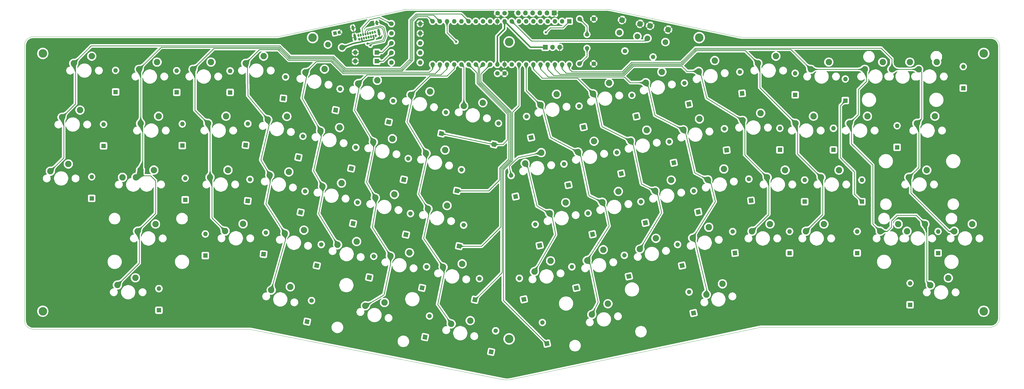
<source format=gbr>
%TF.GenerationSoftware,KiCad,Pcbnew,(5.1.7)-1*%
%TF.CreationDate,2021-01-21T21:16:41-08:00*%
%TF.ProjectId,sesame,73657361-6d65-42e6-9b69-6361645f7063,rev?*%
%TF.SameCoordinates,Original*%
%TF.FileFunction,Copper,L2,Bot*%
%TF.FilePolarity,Positive*%
%FSLAX46Y46*%
G04 Gerber Fmt 4.6, Leading zero omitted, Abs format (unit mm)*
G04 Created by KiCad (PCBNEW (5.1.7)-1) date 2021-01-21 21:16:41*
%MOMM*%
%LPD*%
G01*
G04 APERTURE LIST*
%TA.AperFunction,Profile*%
%ADD10C,0.050000*%
%TD*%
%TA.AperFunction,ComponentPad*%
%ADD11C,3.000000*%
%TD*%
%TA.AperFunction,ComponentPad*%
%ADD12C,1.200000*%
%TD*%
%TA.AperFunction,ComponentPad*%
%ADD13C,0.100000*%
%TD*%
%TA.AperFunction,ComponentPad*%
%ADD14C,2.250000*%
%TD*%
%TA.AperFunction,ComponentPad*%
%ADD15O,1.700000X1.700000*%
%TD*%
%TA.AperFunction,ComponentPad*%
%ADD16R,1.700000X1.700000*%
%TD*%
%TA.AperFunction,ComponentPad*%
%ADD17O,1.600000X1.600000*%
%TD*%
%TA.AperFunction,ComponentPad*%
%ADD18R,1.600000X1.600000*%
%TD*%
%TA.AperFunction,ComponentPad*%
%ADD19C,1.500000*%
%TD*%
%TA.AperFunction,ComponentPad*%
%ADD20C,2.000000*%
%TD*%
%TA.AperFunction,ComponentPad*%
%ADD21C,1.600000*%
%TD*%
%TA.AperFunction,ViaPad*%
%ADD22C,0.800000*%
%TD*%
%TA.AperFunction,Conductor*%
%ADD23C,0.500000*%
%TD*%
%TA.AperFunction,Conductor*%
%ADD24C,0.250000*%
%TD*%
%TA.AperFunction,Conductor*%
%ADD25C,0.200000*%
%TD*%
%TA.AperFunction,Conductor*%
%ADD26C,0.100000*%
%TD*%
%TA.AperFunction,Conductor*%
%ADD27C,0.025400*%
%TD*%
G04 APERTURE END LIST*
D10*
X43688000Y-178562000D02*
G75*
G02*
X40640000Y-175514000I0J3048000D01*
G01*
X212136488Y-196378544D02*
G75*
G02*
X209804001Y-196341999I-1062488J6640544D01*
G01*
X385064000Y-174752000D02*
G75*
G02*
X382016000Y-177800000I-3048000J0D01*
G01*
X382016000Y-75438000D02*
G75*
G02*
X385064000Y-78486000I0J-3048000D01*
G01*
X293392751Y-75346994D02*
G75*
G03*
X294132000Y-75438000I739249J2956994D01*
G01*
X247435982Y-65639400D02*
G75*
G03*
X246634000Y-65532000I-801982J-2940600D01*
G01*
X174966018Y-65639400D02*
G75*
G02*
X175768000Y-65532000I801982J-2940600D01*
G01*
X130533249Y-75092994D02*
G75*
G02*
X129794000Y-75184000I-739249J2956994D01*
G01*
X40640000Y-78232000D02*
G75*
G02*
X43688000Y-75184000I3048000J0D01*
G01*
X130533249Y-75092994D02*
X174966018Y-65639400D01*
X43688000Y-75184000D02*
X129794000Y-75184000D01*
X40640000Y-175514000D02*
X40640000Y-78232000D01*
X120396000Y-178562000D02*
X43688000Y-178562000D01*
X209804001Y-196341999D02*
X120396000Y-178562000D01*
X300736000Y-177800000D02*
X212136488Y-196378544D01*
X382016000Y-177800000D02*
X300736000Y-177800000D01*
X385064000Y-78486000D02*
X385064000Y-174752000D01*
X294132000Y-75438000D02*
X382016000Y-75438000D01*
X247435982Y-65639400D02*
X293392751Y-75346994D01*
X175768000Y-65532000D02*
X246634000Y-65532000D01*
D11*
%TO.P,REF\u002A\u002A,1*%
%TO.N,N/C*%
X278955500Y-75565000D03*
%TD*%
D12*
%TO.P,C1,2*%
%TO.N,GND*%
X151771721Y-73665632D03*
%TA.AperFunction,ComponentPad*%
D13*
%TO.P,C1,1*%
%TO.N,+5V*%
G36*
X149842358Y-74689136D02*
G01*
X149592864Y-73515358D01*
X150766642Y-73265864D01*
X151016136Y-74439642D01*
X149842358Y-74689136D01*
G37*
%TD.AperFunction*%
%TD*%
D14*
%TO.P,MX23,2*%
%TO.N,Net-(D24-Pad2)*%
X189214686Y-115256606D03*
%TO.P,MX23,1*%
%TO.N,col6*%
X182475353Y-116420862D03*
%TD*%
D15*
%TO.P,AVR1,6*%
%TO.N,+5V*%
X215011000Y-66865500D03*
%TO.P,AVR1,5*%
%TO.N,RST*%
X217551000Y-66865500D03*
%TO.P,AVR1,4*%
%TO.N,SCK*%
X220091000Y-66865500D03*
%TO.P,AVR1,3*%
%TO.N,MISO*%
X222631000Y-66865500D03*
%TO.P,AVR1,2*%
%TO.N,MOSI*%
X225171000Y-66865500D03*
D16*
%TO.P,AVR1,1*%
%TO.N,GND*%
X227711000Y-66865500D03*
%TD*%
D11*
%TO.P,REF\u002A\u002A,1*%
%TO.N,N/C*%
X142430500Y-75565000D03*
%TD*%
D14*
%TO.P,MX61,2*%
%TO.N,col13*%
X358711500Y-141414500D03*
%TO.P,MX61,1*%
%TO.N,rs*%
X352361500Y-143954500D03*
%TD*%
%TO.P,MX59,2*%
%TO.N,rs*%
X349250000Y-141414500D03*
%TO.P,MX59,1*%
%TO.N,col13*%
X342900000Y-143954500D03*
%TD*%
%TO.P,MX31,2*%
%TO.N,Net-(D32-Pad2)*%
X362204000Y-103314500D03*
%TO.P,MX31,1*%
%TO.N,col14*%
X355854000Y-105854500D03*
%TD*%
%TO.P,MX15,2*%
%TO.N,bs*%
X353377500Y-84201000D03*
%TO.P,MX15,1*%
%TO.N,col14*%
X347027500Y-86741000D03*
%TD*%
%TO.P,MX33,2*%
%TO.N,caps*%
X86360000Y-122364500D03*
%TO.P,MX33,1*%
%TO.N,col1*%
X80010000Y-124904500D03*
%TD*%
%TO.P,MX18,2*%
%TO.N,Net-(D19-Pad2)*%
X88011000Y-103314500D03*
%TO.P,MX18,1*%
%TO.N,col1*%
X81661000Y-105854500D03*
%TD*%
%TO.P,MX69,2*%
%TO.N,col1*%
X81610200Y-122377200D03*
%TO.P,MX69,1*%
%TO.N,caps*%
X75260200Y-124917200D03*
%TD*%
D17*
%TO.P,D60,2*%
%TO.N,rs*%
X334772000Y-144018000D03*
D18*
%TO.P,D60,1*%
%TO.N,row3*%
X334772000Y-151638000D03*
%TD*%
D17*
%TO.P,U1,40*%
%TO.N,col14*%
X233045000Y-85026500D03*
%TO.P,U1,20*%
%TO.N,col2*%
X184785000Y-69786500D03*
%TO.P,U1,39*%
%TO.N,col13*%
X230505000Y-85026500D03*
%TO.P,U1,19*%
%TO.N,col1*%
X187325000Y-69786500D03*
%TO.P,U1,38*%
%TO.N,col12*%
X227965000Y-85026500D03*
%TO.P,U1,18*%
%TO.N,BOOT*%
X189865000Y-69786500D03*
%TO.P,U1,37*%
%TO.N,col11*%
X225425000Y-85026500D03*
%TO.P,U1,17*%
%TO.N,D-*%
X192405000Y-69786500D03*
%TO.P,U1,36*%
%TO.N,col10*%
X222885000Y-85026500D03*
%TO.P,U1,16*%
%TO.N,D+*%
X194945000Y-69786500D03*
%TO.P,U1,35*%
%TO.N,col9*%
X220345000Y-85026500D03*
%TO.P,U1,15*%
%TO.N,col0*%
X197485000Y-69786500D03*
%TO.P,U1,34*%
%TO.N,col8*%
X217805000Y-85026500D03*
%TO.P,U1,14*%
%TO.N,Net-(U1-Pad14)*%
X200025000Y-69786500D03*
%TO.P,U1,33*%
%TO.N,row4*%
X215265000Y-85026500D03*
%TO.P,U1,13*%
%TO.N,Net-(C4-Pad2)*%
X202565000Y-69786500D03*
%TO.P,U1,32*%
%TO.N,Net-(U1-Pad32)*%
X212725000Y-85026500D03*
%TO.P,U1,12*%
%TO.N,Net-(C5-Pad2)*%
X205105000Y-69786500D03*
%TO.P,U1,31*%
%TO.N,GND*%
X210185000Y-85026500D03*
%TO.P,U1,11*%
X207645000Y-69786500D03*
%TO.P,U1,30*%
%TO.N,+5V*%
X207645000Y-85026500D03*
%TO.P,U1,10*%
X210185000Y-69786500D03*
%TO.P,U1,29*%
%TO.N,row3*%
X205105000Y-85026500D03*
%TO.P,U1,9*%
%TO.N,RST*%
X212725000Y-69786500D03*
%TO.P,U1,28*%
%TO.N,row2*%
X202565000Y-85026500D03*
%TO.P,U1,8*%
%TO.N,SCK*%
X215265000Y-69786500D03*
%TO.P,U1,27*%
%TO.N,row1*%
X200025000Y-85026500D03*
%TO.P,U1,7*%
%TO.N,MISO*%
X217805000Y-69786500D03*
%TO.P,U1,26*%
%TO.N,row0*%
X197485000Y-85026500D03*
%TO.P,U1,6*%
%TO.N,MOSI*%
X220345000Y-69786500D03*
%TO.P,U1,25*%
%TO.N,col7*%
X194945000Y-85026500D03*
%TO.P,U1,5*%
%TO.N,Net-(U1-Pad5)*%
X222885000Y-69786500D03*
%TO.P,U1,24*%
%TO.N,col6*%
X192405000Y-85026500D03*
%TO.P,U1,4*%
%TO.N,Net-(U1-Pad4)*%
X225425000Y-69786500D03*
%TO.P,U1,23*%
%TO.N,col5*%
X189865000Y-85026500D03*
%TO.P,U1,3*%
%TO.N,Net-(U1-Pad3)*%
X227965000Y-69786500D03*
%TO.P,U1,22*%
%TO.N,col4*%
X187325000Y-85026500D03*
%TO.P,U1,2*%
%TO.N,Net-(U1-Pad2)*%
X230505000Y-69786500D03*
%TO.P,U1,21*%
%TO.N,col3*%
X184785000Y-85026500D03*
D18*
%TO.P,U1,1*%
%TO.N,RGB*%
X233045000Y-69786500D03*
%TD*%
D14*
%TO.P,MX5,2*%
%TO.N,Net-(D7-Pad2)*%
X146606186Y-86681606D03*
%TO.P,MX5,1*%
%TO.N,col4*%
X139866853Y-87845862D03*
%TD*%
D11*
%TO.P,REF\u002A\u002A,1*%
%TO.N,N/C*%
X211836000Y-181991000D03*
%TD*%
%TO.P,REF\u002A\u002A,1*%
%TO.N,N/C*%
X379476000Y-172212000D03*
%TD*%
%TO.P,REF\u002A\u002A,1*%
%TO.N,N/C*%
X379476000Y-81153000D03*
%TD*%
%TO.P,REF\u002A\u002A,1*%
%TO.N,N/C*%
X47117000Y-81153000D03*
%TD*%
%TO.P,REF\u002A\u002A,1*%
%TO.N,N/C*%
X47117000Y-172212000D03*
%TD*%
%TO.P,REF\u002A\u002A,1*%
%TO.N,N/C*%
X211836000Y-77089000D03*
%TD*%
D19*
%TO.P,XTAL1,2*%
%TO.N,Net-(C4-Pad2)*%
X239331500Y-79302000D03*
%TO.P,XTAL1,1*%
%TO.N,Net-(C5-Pad2)*%
X239331500Y-74422000D03*
%TD*%
D14*
%TO.P,MX24,2*%
%TO.N,Net-(D25-Pad2)*%
X223170304Y-116168914D03*
%TO.P,MX24,1*%
%TO.N,col7*%
X217487162Y-119973649D03*
%TD*%
%TO.P,MX28,2*%
%TO.N,Net-(D29-Pad2)*%
X300672500Y-102235000D03*
%TO.P,MX28,1*%
%TO.N,col11*%
X294322500Y-104775000D03*
%TD*%
%TO.P,MX66,2*%
%TO.N,Net-(D66-Pad2)*%
X246728804Y-169572414D03*
%TO.P,MX66,1*%
%TO.N,col8*%
X241045662Y-173377149D03*
%TD*%
%TO.P,MX65,2*%
%TO.N,Net-(D65-Pad2)*%
X198104686Y-175518106D03*
%TO.P,MX65,1*%
%TO.N,col6*%
X191365353Y-176682362D03*
%TD*%
%TO.P,MX64,2*%
%TO.N,Net-(D64-Pad2)*%
X167815186Y-169104606D03*
%TO.P,MX64,1*%
%TO.N,col5*%
X161075853Y-170268862D03*
%TD*%
%TO.P,MX46,2*%
%TO.N,Net-(D47-Pad2)*%
X359346500Y-122364500D03*
%TO.P,MX46,1*%
%TO.N,col14*%
X352996500Y-124904500D03*
%TD*%
%TO.P,MX47,2*%
%TO.N,Net-(D48-Pad2)*%
X86931500Y-141414500D03*
%TO.P,MX47,1*%
%TO.N,col1*%
X80581500Y-143954500D03*
%TD*%
%TO.P,MX16,2*%
%TO.N,bs*%
X362839000Y-84201000D03*
%TO.P,MX16,1*%
%TO.N,col14*%
X356489000Y-86741000D03*
%TD*%
%TO.P,MX45,2*%
%TO.N,Net-(D46-Pad2)*%
X343789000Y-84201000D03*
%TO.P,MX45,1*%
%TO.N,col13*%
X337439000Y-86741000D03*
%TD*%
%TO.P,MX68,2*%
%TO.N,Net-(D68-Pad2)*%
X366966500Y-160464500D03*
%TO.P,MX68,1*%
%TO.N,col13*%
X360616500Y-163004500D03*
%TD*%
%TO.P,MX67,2*%
%TO.N,Net-(D67-Pad2)*%
X287178304Y-162523914D03*
%TO.P,MX67,1*%
%TO.N,col10*%
X281495162Y-166328649D03*
%TD*%
%TO.P,MX63,2*%
%TO.N,Net-(D63-Pad2)*%
X134541186Y-163580106D03*
%TO.P,MX63,1*%
%TO.N,col3*%
X127801853Y-164744362D03*
%TD*%
%TO.P,MX62,2*%
%TO.N,Net-(D62-Pad2)*%
X79819500Y-160401000D03*
%TO.P,MX62,1*%
%TO.N,col1*%
X73469500Y-162941000D03*
%TD*%
%TO.P,MX60,2*%
%TO.N,Net-(D61-Pad2)*%
X375412000Y-141414500D03*
%TO.P,MX60,1*%
%TO.N,col14*%
X369062000Y-143954500D03*
%TD*%
%TO.P,MX58,2*%
%TO.N,Net-(D59-Pad2)*%
X323024500Y-141414500D03*
%TO.P,MX58,1*%
%TO.N,col12*%
X316674500Y-143954500D03*
%TD*%
%TO.P,MX57,2*%
%TO.N,Net-(D58-Pad2)*%
X303974500Y-141414500D03*
%TO.P,MX57,1*%
%TO.N,col11*%
X297624500Y-143954500D03*
%TD*%
%TO.P,MX56,2*%
%TO.N,Net-(D57-Pad2)*%
X282352304Y-142521414D03*
%TO.P,MX56,1*%
%TO.N,col10*%
X276669162Y-146326149D03*
%TD*%
%TO.P,MX55,2*%
%TO.N,Net-(D56-Pad2)*%
X263683304Y-146458414D03*
%TO.P,MX55,1*%
%TO.N,col9*%
X258000162Y-150263149D03*
%TD*%
%TO.P,MX54,2*%
%TO.N,Net-(D55-Pad2)*%
X245077804Y-150458914D03*
%TO.P,MX54,1*%
%TO.N,col8*%
X239394662Y-154263649D03*
%TD*%
%TO.P,MX53,2*%
%TO.N,Net-(D54-Pad2)*%
X226472304Y-154395914D03*
%TO.P,MX53,1*%
%TO.N,col7*%
X220789162Y-158200649D03*
%TD*%
%TO.P,MX52,2*%
%TO.N,Net-(D53-Pad2)*%
X195247186Y-155452106D03*
%TO.P,MX52,1*%
%TO.N,col6*%
X188507853Y-156616362D03*
%TD*%
%TO.P,MX51,2*%
%TO.N,Net-(D52-Pad2)*%
X176641686Y-151515106D03*
%TO.P,MX51,1*%
%TO.N,col5*%
X169902353Y-152679362D03*
%TD*%
%TO.P,MX50,2*%
%TO.N,Net-(D51-Pad2)*%
X157972686Y-147578106D03*
%TO.P,MX50,1*%
%TO.N,col4*%
X151233353Y-148742362D03*
%TD*%
%TO.P,MX49,2*%
%TO.N,Net-(D50-Pad2)*%
X139367186Y-143577606D03*
%TO.P,MX49,1*%
%TO.N,col3*%
X132627853Y-144741862D03*
%TD*%
%TO.P,MX48,2*%
%TO.N,Net-(D49-Pad2)*%
X117856000Y-141351000D03*
%TO.P,MX48,1*%
%TO.N,col2*%
X111506000Y-143891000D03*
%TD*%
%TO.P,MX44,2*%
%TO.N,Net-(D45-Pad2)*%
X328358500Y-122364500D03*
%TO.P,MX44,1*%
%TO.N,col12*%
X322008500Y-124904500D03*
%TD*%
%TO.P,MX43,2*%
%TO.N,Net-(D44-Pad2)*%
X309308500Y-122364500D03*
%TO.P,MX43,1*%
%TO.N,col11*%
X302958500Y-124904500D03*
%TD*%
%TO.P,MX42,2*%
%TO.N,Net-(D43-Pad2)*%
X287686304Y-121947414D03*
%TO.P,MX42,1*%
%TO.N,col10*%
X282003162Y-125752149D03*
%TD*%
%TO.P,MX41,2*%
%TO.N,Net-(D42-Pad2)*%
X269080804Y-125884414D03*
%TO.P,MX41,1*%
%TO.N,col9*%
X263397662Y-129689149D03*
%TD*%
%TO.P,MX40,2*%
%TO.N,Net-(D41-Pad2)*%
X250411804Y-129884914D03*
%TO.P,MX40,1*%
%TO.N,col8*%
X244728662Y-133689649D03*
%TD*%
%TO.P,MX39,2*%
%TO.N,Net-(D40-Pad2)*%
X231806304Y-133821914D03*
%TO.P,MX39,1*%
%TO.N,col7*%
X226123162Y-137626649D03*
%TD*%
%TO.P,MX38,2*%
%TO.N,Net-(D39-Pad2)*%
X189913186Y-134878106D03*
%TO.P,MX38,1*%
%TO.N,col6*%
X183173853Y-136042362D03*
%TD*%
%TO.P,MX37,2*%
%TO.N,Net-(D38-Pad2)*%
X171307686Y-130941106D03*
%TO.P,MX37,1*%
%TO.N,col5*%
X164568353Y-132105362D03*
%TD*%
%TO.P,MX36,2*%
%TO.N,Net-(D37-Pad2)*%
X152638686Y-126940606D03*
%TO.P,MX36,1*%
%TO.N,col4*%
X145899353Y-128104862D03*
%TD*%
%TO.P,MX35,2*%
%TO.N,Net-(D36-Pad2)*%
X134033186Y-123003606D03*
%TO.P,MX35,1*%
%TO.N,col3*%
X127293853Y-124167862D03*
%TD*%
%TO.P,MX34,2*%
%TO.N,Net-(D35-Pad2)*%
X112522000Y-122364500D03*
%TO.P,MX34,1*%
%TO.N,col2*%
X106172000Y-124904500D03*
%TD*%
%TO.P,MX32,2*%
%TO.N,Net-(D33-Pad2)*%
X56134000Y-120205500D03*
%TO.P,MX32,1*%
%TO.N,col0*%
X49784000Y-122745500D03*
%TD*%
%TO.P,MX30,2*%
%TO.N,Net-(D31-Pad2)*%
X338391500Y-103314500D03*
%TO.P,MX30,1*%
%TO.N,col13*%
X332041500Y-105854500D03*
%TD*%
%TO.P,MX29,2*%
%TO.N,Net-(D30-Pad2)*%
X319341500Y-103314500D03*
%TO.P,MX29,1*%
%TO.N,col12*%
X312991500Y-105854500D03*
%TD*%
%TO.P,MX27,2*%
%TO.N,Net-(D28-Pad2)*%
X279050304Y-104294414D03*
%TO.P,MX27,1*%
%TO.N,col10*%
X273367162Y-108099149D03*
%TD*%
%TO.P,MX26,2*%
%TO.N,Net-(D27-Pad2)*%
X260444804Y-108231414D03*
%TO.P,MX26,1*%
%TO.N,col9*%
X254761662Y-112036149D03*
%TD*%
%TO.P,MX25,2*%
%TO.N,Net-(D26-Pad2)*%
X241839304Y-112168414D03*
%TO.P,MX25,1*%
%TO.N,col8*%
X236156162Y-115973149D03*
%TD*%
%TO.P,MX22,2*%
%TO.N,Net-(D23-Pad2)*%
X170609186Y-111256106D03*
%TO.P,MX22,1*%
%TO.N,col5*%
X163869853Y-112420362D03*
%TD*%
%TO.P,MX21,2*%
%TO.N,Net-(D22-Pad2)*%
X151940186Y-107319106D03*
%TO.P,MX21,1*%
%TO.N,col4*%
X145200853Y-108483362D03*
%TD*%
%TO.P,MX20,2*%
%TO.N,Net-(D21-Pad2)*%
X133334686Y-103382106D03*
%TO.P,MX20,1*%
%TO.N,col3*%
X126595353Y-104546362D03*
%TD*%
%TO.P,MX19,2*%
%TO.N,Net-(D20-Pad2)*%
X111823500Y-103314500D03*
%TO.P,MX19,1*%
%TO.N,col2*%
X105473500Y-105854500D03*
%TD*%
%TO.P,MX17,2*%
%TO.N,Net-(D18-Pad2)*%
X60261500Y-101155500D03*
%TO.P,MX17,1*%
%TO.N,col0*%
X53911500Y-103695500D03*
%TD*%
%TO.P,MX14,2*%
%TO.N,Net-(D16-Pad2)*%
X324739000Y-84201000D03*
%TO.P,MX14,1*%
%TO.N,col13*%
X318389000Y-86741000D03*
%TD*%
%TO.P,MX13,2*%
%TO.N,Net-(D15-Pad2)*%
X306070000Y-82105500D03*
%TO.P,MX13,1*%
%TO.N,col12*%
X299720000Y-84645500D03*
%TD*%
%TO.P,MX12,2*%
%TO.N,Net-(D14-Pad2)*%
X284447804Y-83656914D03*
%TO.P,MX12,1*%
%TO.N,col11*%
X278764662Y-87461649D03*
%TD*%
%TO.P,MX11,2*%
%TO.N,Net-(D13-Pad2)*%
X265778804Y-87657414D03*
%TO.P,MX11,1*%
%TO.N,col10*%
X260095662Y-91462149D03*
%TD*%
%TO.P,MX10,2*%
%TO.N,Net-(D12-Pad2)*%
X247173304Y-91594414D03*
%TO.P,MX10,1*%
%TO.N,col9*%
X241490162Y-95399149D03*
%TD*%
%TO.P,MX9,2*%
%TO.N,Net-(D11-Pad2)*%
X228567804Y-95531414D03*
%TO.P,MX9,1*%
%TO.N,col8*%
X222884662Y-99336149D03*
%TD*%
%TO.P,MX8,2*%
%TO.N,Net-(D10-Pad2)*%
X202549686Y-98556106D03*
%TO.P,MX8,1*%
%TO.N,col7*%
X195810353Y-99720362D03*
%TD*%
%TO.P,MX7,2*%
%TO.N,Net-(D9-Pad2)*%
X183880686Y-94619106D03*
%TO.P,MX7,1*%
%TO.N,col6*%
X177141353Y-95783362D03*
%TD*%
%TO.P,MX6,2*%
%TO.N,Net-(D8-Pad2)*%
X165275186Y-90618606D03*
%TO.P,MX6,1*%
%TO.N,col5*%
X158535853Y-91782862D03*
%TD*%
%TO.P,MX4,2*%
%TO.N,Net-(D6-Pad2)*%
X125095000Y-82105500D03*
%TO.P,MX4,1*%
%TO.N,col3*%
X118745000Y-84645500D03*
%TD*%
%TO.P,MX3,2*%
%TO.N,Net-(D5-Pad2)*%
X106521250Y-84201000D03*
%TO.P,MX3,1*%
%TO.N,col2*%
X100171250Y-86741000D03*
%TD*%
%TO.P,MX2,2*%
%TO.N,Net-(D4-Pad2)*%
X87471250Y-84201000D03*
%TO.P,MX2,1*%
%TO.N,col1*%
X81121250Y-86741000D03*
%TD*%
%TO.P,MX1,2*%
%TO.N,Net-(D3-Pad2)*%
X64389000Y-82105500D03*
%TO.P,MX1,1*%
%TO.N,col0*%
X58039000Y-84645500D03*
%TD*%
%TO.P,USB1,A5*%
%TO.N,Net-(R4-Pad1)*%
%TA.AperFunction,ComponentPad*%
G36*
G01*
X163324913Y-74995366D02*
X163397683Y-75337718D01*
G75*
G02*
X163147356Y-75723187I-317898J-67571D01*
G01*
X163147356Y-75723187D01*
G75*
G02*
X162761887Y-75472860I-67571J317898D01*
G01*
X162689117Y-75130508D01*
G75*
G02*
X162939444Y-74745039I317898J67571D01*
G01*
X162939444Y-74745039D01*
G75*
G02*
X163324913Y-74995366I67571J-317898D01*
G01*
G37*
%TD.AperFunction*%
%TO.P,USB1,A1*%
%TO.N,GND*%
%TA.AperFunction,ComponentPad*%
G36*
G01*
X164987763Y-74641916D02*
X165060533Y-74984268D01*
G75*
G02*
X164810206Y-75369737I-317898J-67571D01*
G01*
X164810206Y-75369737D01*
G75*
G02*
X164424737Y-75119410I-67571J317898D01*
G01*
X164351967Y-74777058D01*
G75*
G02*
X164602294Y-74391589I317898J67571D01*
G01*
X164602294Y-74391589D01*
G75*
G02*
X164987763Y-74641916I67571J-317898D01*
G01*
G37*
%TD.AperFunction*%
%TO.P,USB1,A4*%
%TO.N,VCC*%
%TA.AperFunction,ComponentPad*%
G36*
G01*
X164156338Y-74818641D02*
X164229108Y-75160993D01*
G75*
G02*
X163978781Y-75546462I-317898J-67571D01*
G01*
X163978781Y-75546462D01*
G75*
G02*
X163593312Y-75296135I-67571J317898D01*
G01*
X163520542Y-74953783D01*
G75*
G02*
X163770869Y-74568314I317898J67571D01*
G01*
X163770869Y-74568314D01*
G75*
G02*
X164156338Y-74818641I67571J-317898D01*
G01*
G37*
%TD.AperFunction*%
%TO.P,USB1,A6*%
%TO.N,Net-(D2-Pad1)*%
%TA.AperFunction,ComponentPad*%
G36*
G01*
X162493487Y-75172091D02*
X162566257Y-75514443D01*
G75*
G02*
X162315930Y-75899912I-317898J-67571D01*
G01*
X162315930Y-75899912D01*
G75*
G02*
X161930461Y-75649585I-67571J317898D01*
G01*
X161857691Y-75307233D01*
G75*
G02*
X162108018Y-74921764I317898J67571D01*
G01*
X162108018Y-74921764D01*
G75*
G02*
X162493487Y-75172091I67571J-317898D01*
G01*
G37*
%TD.AperFunction*%
%TO.P,USB1,A7*%
%TO.N,Net-(D1-Pad1)*%
%TA.AperFunction,ComponentPad*%
G36*
G01*
X161662062Y-75348816D02*
X161734832Y-75691168D01*
G75*
G02*
X161484505Y-76076637I-317898J-67571D01*
G01*
X161484505Y-76076637D01*
G75*
G02*
X161099036Y-75826310I-67571J317898D01*
G01*
X161026266Y-75483958D01*
G75*
G02*
X161276593Y-75098489I317898J67571D01*
G01*
X161276593Y-75098489D01*
G75*
G02*
X161662062Y-75348816I67571J-317898D01*
G01*
G37*
%TD.AperFunction*%
%TO.P,USB1,A8*%
%TO.N,Net-(USB1-PadA8)*%
%TA.AperFunction,ComponentPad*%
G36*
G01*
X160830636Y-75525541D02*
X160903406Y-75867893D01*
G75*
G02*
X160653079Y-76253362I-317898J-67571D01*
G01*
X160653079Y-76253362D01*
G75*
G02*
X160267610Y-76003035I-67571J317898D01*
G01*
X160194840Y-75660683D01*
G75*
G02*
X160445167Y-75275214I317898J67571D01*
G01*
X160445167Y-75275214D01*
G75*
G02*
X160830636Y-75525541I67571J-317898D01*
G01*
G37*
%TD.AperFunction*%
%TO.P,USB1,A9*%
%TO.N,VCC*%
%TA.AperFunction,ComponentPad*%
G36*
G01*
X159999211Y-75702266D02*
X160071981Y-76044618D01*
G75*
G02*
X159821654Y-76430087I-317898J-67571D01*
G01*
X159821654Y-76430087D01*
G75*
G02*
X159436185Y-76179760I-67571J317898D01*
G01*
X159363415Y-75837408D01*
G75*
G02*
X159613742Y-75451939I317898J67571D01*
G01*
X159613742Y-75451939D01*
G75*
G02*
X159999211Y-75702266I67571J-317898D01*
G01*
G37*
%TD.AperFunction*%
%TO.P,USB1,A12*%
%TO.N,GND*%
%TA.AperFunction,ComponentPad*%
G36*
G01*
X159167785Y-75878991D02*
X159240555Y-76221343D01*
G75*
G02*
X158990228Y-76606812I-317898J-67571D01*
G01*
X158990228Y-76606812D01*
G75*
G02*
X158604759Y-76356485I-67571J317898D01*
G01*
X158531989Y-76014133D01*
G75*
G02*
X158782316Y-75628664I317898J67571D01*
G01*
X158782316Y-75628664D01*
G75*
G02*
X159167785Y-75878991I67571J-317898D01*
G01*
G37*
%TD.AperFunction*%
%TO.P,USB1,B12*%
%TA.AperFunction,ComponentPad*%
G36*
G01*
X164712280Y-73345871D02*
X164785050Y-73688223D01*
G75*
G02*
X164534723Y-74073692I-317898J-67571D01*
G01*
X164534723Y-74073692D01*
G75*
G02*
X164149254Y-73823365I-67571J317898D01*
G01*
X164076484Y-73481013D01*
G75*
G02*
X164326811Y-73095544I317898J67571D01*
G01*
X164326811Y-73095544D01*
G75*
G02*
X164712280Y-73345871I67571J-317898D01*
G01*
G37*
%TD.AperFunction*%
%TO.P,USB1,B9*%
%TO.N,VCC*%
%TA.AperFunction,ComponentPad*%
G36*
G01*
X163875964Y-73523635D02*
X163948734Y-73865987D01*
G75*
G02*
X163698407Y-74251456I-317898J-67571D01*
G01*
X163698407Y-74251456D01*
G75*
G02*
X163312938Y-74001129I-67571J317898D01*
G01*
X163240168Y-73658777D01*
G75*
G02*
X163490495Y-73273308I317898J67571D01*
G01*
X163490495Y-73273308D01*
G75*
G02*
X163875964Y-73523635I67571J-317898D01*
G01*
G37*
%TD.AperFunction*%
%TO.P,USB1,B8*%
%TO.N,Net-(USB1-PadB8)*%
%TA.AperFunction,ComponentPad*%
G36*
G01*
X163044539Y-73700360D02*
X163117309Y-74042712D01*
G75*
G02*
X162866982Y-74428181I-317898J-67571D01*
G01*
X162866982Y-74428181D01*
G75*
G02*
X162481513Y-74177854I-67571J317898D01*
G01*
X162408743Y-73835502D01*
G75*
G02*
X162659070Y-73450033I317898J67571D01*
G01*
X162659070Y-73450033D01*
G75*
G02*
X163044539Y-73700360I67571J-317898D01*
G01*
G37*
%TD.AperFunction*%
%TO.P,USB1,B7*%
%TO.N,Net-(D1-Pad1)*%
%TA.AperFunction,ComponentPad*%
G36*
G01*
X162213113Y-73877085D02*
X162285883Y-74219437D01*
G75*
G02*
X162035556Y-74604906I-317898J-67571D01*
G01*
X162035556Y-74604906D01*
G75*
G02*
X161650087Y-74354579I-67571J317898D01*
G01*
X161577317Y-74012227D01*
G75*
G02*
X161827644Y-73626758I317898J67571D01*
G01*
X161827644Y-73626758D01*
G75*
G02*
X162213113Y-73877085I67571J-317898D01*
G01*
G37*
%TD.AperFunction*%
%TO.P,USB1,B6*%
%TO.N,Net-(D2-Pad1)*%
%TA.AperFunction,ComponentPad*%
G36*
G01*
X161381688Y-74053810D02*
X161454458Y-74396162D01*
G75*
G02*
X161204131Y-74781631I-317898J-67571D01*
G01*
X161204131Y-74781631D01*
G75*
G02*
X160818662Y-74531304I-67571J317898D01*
G01*
X160745892Y-74188952D01*
G75*
G02*
X160996219Y-73803483I317898J67571D01*
G01*
X160996219Y-73803483D01*
G75*
G02*
X161381688Y-74053810I67571J-317898D01*
G01*
G37*
%TD.AperFunction*%
%TO.P,USB1,B5*%
%TO.N,Net-(R5-Pad1)*%
%TA.AperFunction,ComponentPad*%
G36*
G01*
X160550262Y-74230535D02*
X160623032Y-74572887D01*
G75*
G02*
X160372705Y-74958356I-317898J-67571D01*
G01*
X160372705Y-74958356D01*
G75*
G02*
X159987236Y-74708029I-67571J317898D01*
G01*
X159914466Y-74365677D01*
G75*
G02*
X160164793Y-73980208I317898J67571D01*
G01*
X160164793Y-73980208D01*
G75*
G02*
X160550262Y-74230535I67571J-317898D01*
G01*
G37*
%TD.AperFunction*%
%TO.P,USB1,B4*%
%TO.N,VCC*%
%TA.AperFunction,ComponentPad*%
G36*
G01*
X159718837Y-74407260D02*
X159791607Y-74749612D01*
G75*
G02*
X159541280Y-75135081I-317898J-67571D01*
G01*
X159541280Y-75135081D01*
G75*
G02*
X159155811Y-74884754I-67571J317898D01*
G01*
X159083041Y-74542402D01*
G75*
G02*
X159333368Y-74156933I317898J67571D01*
G01*
X159333368Y-74156933D01*
G75*
G02*
X159718837Y-74407260I67571J-317898D01*
G01*
G37*
%TD.AperFunction*%
%TO.P,USB1,B1*%
%TO.N,GND*%
%TA.AperFunction,ComponentPad*%
G36*
G01*
X158887411Y-74583985D02*
X158960181Y-74926337D01*
G75*
G02*
X158709854Y-75311806I-317898J-67571D01*
G01*
X158709854Y-75311806D01*
G75*
G02*
X158324385Y-75061479I-67571J317898D01*
G01*
X158251615Y-74719127D01*
G75*
G02*
X158501942Y-74333658I317898J67571D01*
G01*
X158501942Y-74333658D01*
G75*
G02*
X158887411Y-74583985I67571J-317898D01*
G01*
G37*
%TD.AperFunction*%
%TO.P,USB1,S1*%
%TA.AperFunction,ComponentPad*%
G36*
G01*
X166107228Y-72814227D02*
X166419096Y-74281449D01*
G75*
G02*
X166072490Y-74815175I-440166J-93560D01*
G01*
X166072490Y-74815175D01*
G75*
G02*
X165538764Y-74468569I-93560J440166D01*
G01*
X165226896Y-73001347D01*
G75*
G02*
X165573502Y-72467621I440166J93560D01*
G01*
X165573502Y-72467621D01*
G75*
G02*
X166107228Y-72814227I93560J-440166D01*
G01*
G37*
%TD.AperFunction*%
%TA.AperFunction,ComponentPad*%
G36*
G01*
X157646251Y-74612663D02*
X157958119Y-76079885D01*
G75*
G02*
X157611513Y-76613611I-440166J-93560D01*
G01*
X157611513Y-76613611D01*
G75*
G02*
X157077787Y-76267005I-93560J440166D01*
G01*
X156765919Y-74799783D01*
G75*
G02*
X157112525Y-74266057I440166J93560D01*
G01*
X157112525Y-74266057D01*
G75*
G02*
X157646251Y-74612663I93560J-440166D01*
G01*
G37*
%TD.AperFunction*%
%TA.AperFunction,ComponentPad*%
G36*
G01*
X165477256Y-69850440D02*
X165643586Y-70632958D01*
G75*
G02*
X165296980Y-71166684I-440166J-93560D01*
G01*
X165296980Y-71166684D01*
G75*
G02*
X164763254Y-70820078I-93560J440166D01*
G01*
X164596924Y-70037560D01*
G75*
G02*
X164943530Y-69503834I440166J93560D01*
G01*
X164943530Y-69503834D01*
G75*
G02*
X165477256Y-69850440I93560J-440166D01*
G01*
G37*
%TD.AperFunction*%
%TA.AperFunction,ComponentPad*%
G36*
G01*
X157016279Y-71648876D02*
X157182609Y-72431394D01*
G75*
G02*
X156836003Y-72965120I-440166J-93560D01*
G01*
X156836003Y-72965120D01*
G75*
G02*
X156302277Y-72618514I-93560J440166D01*
G01*
X156135947Y-71835996D01*
G75*
G02*
X156482553Y-71302270I440166J93560D01*
G01*
X156482553Y-71302270D01*
G75*
G02*
X157016279Y-71648876I93560J-440166D01*
G01*
G37*
%TD.AperFunction*%
%TD*%
D20*
%TO.P,Reset1,1*%
%TO.N,GND*%
X267977959Y-72725426D03*
%TO.P,Reset1,2*%
%TO.N,RST*%
X267042357Y-77127090D03*
%TO.P,Reset1,1*%
%TO.N,GND*%
X261620000Y-71374000D03*
%TO.P,Reset1,2*%
%TO.N,RST*%
X260684397Y-75775664D03*
%TD*%
%TO.P,R6,2*%
%TO.N,RST*%
%TA.AperFunction,ComponentPad*%
G36*
G01*
X261885462Y-82210054D02*
X261885462Y-82210054D01*
G75*
G02*
X262834309Y-81593865I782518J-166329D01*
G01*
X262834309Y-81593865D01*
G75*
G02*
X263450498Y-82542712I-166329J-782518D01*
G01*
X263450498Y-82542712D01*
G75*
G02*
X262501651Y-83158901I-782518J166329D01*
G01*
X262501651Y-83158901D01*
G75*
G02*
X261885462Y-82210054I166329J782518D01*
G01*
G37*
%TD.AperFunction*%
D21*
%TO.P,R6,1*%
%TO.N,+5V*%
X252730000Y-80264000D03*
%TD*%
D17*
%TO.P,R5,2*%
%TO.N,GND*%
X180403500Y-70612000D03*
D21*
%TO.P,R5,1*%
%TO.N,Net-(R5-Pad1)*%
X170243500Y-70612000D03*
%TD*%
D17*
%TO.P,R4,2*%
%TO.N,GND*%
X180403500Y-74041000D03*
D21*
%TO.P,R4,1*%
%TO.N,Net-(R4-Pad1)*%
X170243500Y-74041000D03*
%TD*%
D17*
%TO.P,R3,2*%
%TO.N,D+*%
X180403500Y-80899000D03*
D21*
%TO.P,R3,1*%
%TO.N,Net-(D2-Pad1)*%
X170243500Y-80899000D03*
%TD*%
D17*
%TO.P,R2,2*%
%TO.N,D-*%
X180403500Y-77470000D03*
D21*
%TO.P,R2,1*%
%TO.N,Net-(D1-Pad1)*%
X170243500Y-77470000D03*
%TD*%
D17*
%TO.P,R1,2*%
%TO.N,Net-(D1-Pad1)*%
X180403500Y-84328000D03*
D21*
%TO.P,R1,1*%
%TO.N,+5V*%
X170243500Y-84328000D03*
%TD*%
D20*
%TO.P,F1,2*%
%TO.N,VCC*%
X152794911Y-79043973D03*
%TO.P,F1,1*%
%TO.N,+5V*%
X147828000Y-77978000D03*
%TD*%
D17*
%TO.P,D68,2*%
%TO.N,Net-(D68-Pad2)*%
X353441000Y-162306000D03*
D18*
%TO.P,D68,1*%
%TO.N,row4*%
X353441000Y-169926000D03*
%TD*%
%TO.P,D67,2*%
%TO.N,Net-(D67-Pad2)*%
%TA.AperFunction,ComponentPad*%
G36*
G01*
X275569042Y-166176033D02*
X275569042Y-166176033D01*
G75*
G02*
X274620195Y-165559844I-166329J782518D01*
G01*
X274620195Y-165559844D01*
G75*
G02*
X275236384Y-164610997I782518J166329D01*
G01*
X275236384Y-164610997D01*
G75*
G02*
X276185231Y-165227186I166329J-782518D01*
G01*
X276185231Y-165227186D01*
G75*
G02*
X275569042Y-166176033I-782518J-166329D01*
G01*
G37*
%TD.AperFunction*%
%TA.AperFunction,ComponentPad*%
D13*
%TO.P,D67,1*%
%TO.N,row4*%
G36*
X277935847Y-173463189D02*
G01*
X276370811Y-173795847D01*
X276038153Y-172230811D01*
X277603189Y-171898153D01*
X277935847Y-173463189D01*
G37*
%TD.AperFunction*%
%TD*%
%TO.P,D66,2*%
%TO.N,Net-(D66-Pad2)*%
%TA.AperFunction,ComponentPad*%
G36*
G01*
X223753042Y-176971033D02*
X223753042Y-176971033D01*
G75*
G02*
X222804195Y-176354844I-166329J782518D01*
G01*
X222804195Y-176354844D01*
G75*
G02*
X223420384Y-175405997I782518J166329D01*
G01*
X223420384Y-175405997D01*
G75*
G02*
X224369231Y-176022186I166329J-782518D01*
G01*
X224369231Y-176022186D01*
G75*
G02*
X223753042Y-176971033I-782518J-166329D01*
G01*
G37*
%TD.AperFunction*%
%TA.AperFunction,ComponentPad*%
%TO.P,D66,1*%
%TO.N,row4*%
G36*
X226119847Y-184258189D02*
G01*
X224554811Y-184590847D01*
X224222153Y-183025811D01*
X225787189Y-182693153D01*
X226119847Y-184258189D01*
G37*
%TD.AperFunction*%
%TD*%
%TO.P,D65,2*%
%TO.N,Net-(D65-Pad2)*%
%TA.AperFunction,ComponentPad*%
G36*
G01*
X206903958Y-179892033D02*
X206903958Y-179892033D01*
G75*
G02*
X206287769Y-178943186I166329J782518D01*
G01*
X206287769Y-178943186D01*
G75*
G02*
X207236616Y-178326997I782518J-166329D01*
G01*
X207236616Y-178326997D01*
G75*
G02*
X207852805Y-179275844I-166329J-782518D01*
G01*
X207852805Y-179275844D01*
G75*
G02*
X206903958Y-179892033I-782518J166329D01*
G01*
G37*
%TD.AperFunction*%
%TA.AperFunction,ComponentPad*%
%TO.P,D65,1*%
%TO.N,row4*%
G36*
X206102189Y-187511847D02*
G01*
X204537153Y-187179189D01*
X204869811Y-185614153D01*
X206434847Y-185946811D01*
X206102189Y-187511847D01*
G37*
%TD.AperFunction*%
%TD*%
%TO.P,D64,2*%
%TO.N,Net-(D64-Pad2)*%
%TA.AperFunction,ComponentPad*%
G36*
G01*
X183535958Y-174685033D02*
X183535958Y-174685033D01*
G75*
G02*
X182919769Y-173736186I166329J782518D01*
G01*
X182919769Y-173736186D01*
G75*
G02*
X183868616Y-173119997I782518J-166329D01*
G01*
X183868616Y-173119997D01*
G75*
G02*
X184484805Y-174068844I-166329J-782518D01*
G01*
X184484805Y-174068844D01*
G75*
G02*
X183535958Y-174685033I-782518J166329D01*
G01*
G37*
%TD.AperFunction*%
%TA.AperFunction,ComponentPad*%
%TO.P,D64,1*%
%TO.N,row4*%
G36*
X182734189Y-182304847D02*
G01*
X181169153Y-181972189D01*
X181501811Y-180407153D01*
X183066847Y-180739811D01*
X182734189Y-182304847D01*
G37*
%TD.AperFunction*%
%TD*%
%TO.P,D63,2*%
%TO.N,Net-(D63-Pad2)*%
%TA.AperFunction,ComponentPad*%
G36*
G01*
X141879958Y-169224033D02*
X141879958Y-169224033D01*
G75*
G02*
X141263769Y-168275186I166329J782518D01*
G01*
X141263769Y-168275186D01*
G75*
G02*
X142212616Y-167658997I782518J-166329D01*
G01*
X142212616Y-167658997D01*
G75*
G02*
X142828805Y-168607844I-166329J-782518D01*
G01*
X142828805Y-168607844D01*
G75*
G02*
X141879958Y-169224033I-782518J166329D01*
G01*
G37*
%TD.AperFunction*%
%TA.AperFunction,ComponentPad*%
%TO.P,D63,1*%
%TO.N,row4*%
G36*
X141078189Y-176843847D02*
G01*
X139513153Y-176511189D01*
X139845811Y-174946153D01*
X141410847Y-175278811D01*
X141078189Y-176843847D01*
G37*
%TD.AperFunction*%
%TD*%
D17*
%TO.P,D62,2*%
%TO.N,Net-(D62-Pad2)*%
X88138000Y-164211000D03*
D18*
%TO.P,D62,1*%
%TO.N,row4*%
X88138000Y-171831000D03*
%TD*%
D17*
%TO.P,D61,2*%
%TO.N,Net-(D61-Pad2)*%
X363347000Y-144018000D03*
D18*
%TO.P,D61,1*%
%TO.N,row3*%
X363347000Y-151638000D03*
%TD*%
D17*
%TO.P,D59,2*%
%TO.N,Net-(D59-Pad2)*%
X310896000Y-144018000D03*
D18*
%TO.P,D59,1*%
%TO.N,row3*%
X310896000Y-151638000D03*
%TD*%
%TO.P,D58,2*%
%TO.N,Net-(D58-Pad2)*%
%TA.AperFunction,ComponentPad*%
G36*
G01*
X290879116Y-144855361D02*
X290879116Y-144855361D01*
G75*
G02*
X289999875Y-144143366I-83623J795618D01*
G01*
X289999875Y-144143366D01*
G75*
G02*
X290711870Y-143264125I795618J83623D01*
G01*
X290711870Y-143264125D01*
G75*
G02*
X291591111Y-143976120I83623J-795618D01*
G01*
X291591111Y-143976120D01*
G75*
G02*
X290879116Y-144855361I-795618J-83623D01*
G01*
G37*
%TD.AperFunction*%
%TA.AperFunction,ComponentPad*%
D13*
%TO.P,D58,1*%
%TO.N,row3*%
G36*
X292471240Y-152349995D02*
G01*
X290880005Y-152517240D01*
X290712760Y-150926005D01*
X292303995Y-150758760D01*
X292471240Y-152349995D01*
G37*
%TD.AperFunction*%
%TD*%
%TO.P,D57,2*%
%TO.N,Net-(D57-Pad2)*%
%TA.AperFunction,ComponentPad*%
G36*
G01*
X271505042Y-149412033D02*
X271505042Y-149412033D01*
G75*
G02*
X270556195Y-148795844I-166329J782518D01*
G01*
X270556195Y-148795844D01*
G75*
G02*
X271172384Y-147846997I782518J166329D01*
G01*
X271172384Y-147846997D01*
G75*
G02*
X272121231Y-148463186I166329J-782518D01*
G01*
X272121231Y-148463186D01*
G75*
G02*
X271505042Y-149412033I-782518J-166329D01*
G01*
G37*
%TD.AperFunction*%
%TA.AperFunction,ComponentPad*%
%TO.P,D57,1*%
%TO.N,row3*%
G36*
X273871847Y-156699189D02*
G01*
X272306811Y-157031847D01*
X271974153Y-155466811D01*
X273539189Y-155134153D01*
X273871847Y-156699189D01*
G37*
%TD.AperFunction*%
%TD*%
%TO.P,D56,2*%
%TO.N,Net-(D56-Pad2)*%
%TA.AperFunction,ComponentPad*%
G36*
G01*
X252709042Y-153222033D02*
X252709042Y-153222033D01*
G75*
G02*
X251760195Y-152605844I-166329J782518D01*
G01*
X251760195Y-152605844D01*
G75*
G02*
X252376384Y-151656997I782518J166329D01*
G01*
X252376384Y-151656997D01*
G75*
G02*
X253325231Y-152273186I166329J-782518D01*
G01*
X253325231Y-152273186D01*
G75*
G02*
X252709042Y-153222033I-782518J-166329D01*
G01*
G37*
%TD.AperFunction*%
%TA.AperFunction,ComponentPad*%
%TO.P,D56,1*%
%TO.N,row3*%
G36*
X255075847Y-160509189D02*
G01*
X253510811Y-160841847D01*
X253178153Y-159276811D01*
X254743189Y-158944153D01*
X255075847Y-160509189D01*
G37*
%TD.AperFunction*%
%TD*%
%TO.P,D55,2*%
%TO.N,Net-(D55-Pad2)*%
%TA.AperFunction,ComponentPad*%
G36*
G01*
X234167042Y-157286033D02*
X234167042Y-157286033D01*
G75*
G02*
X233218195Y-156669844I-166329J782518D01*
G01*
X233218195Y-156669844D01*
G75*
G02*
X233834384Y-155720997I782518J166329D01*
G01*
X233834384Y-155720997D01*
G75*
G02*
X234783231Y-156337186I166329J-782518D01*
G01*
X234783231Y-156337186D01*
G75*
G02*
X234167042Y-157286033I-782518J-166329D01*
G01*
G37*
%TD.AperFunction*%
%TA.AperFunction,ComponentPad*%
%TO.P,D55,1*%
%TO.N,row3*%
G36*
X236533847Y-164573189D02*
G01*
X234968811Y-164905847D01*
X234636153Y-163340811D01*
X236201189Y-163008153D01*
X236533847Y-164573189D01*
G37*
%TD.AperFunction*%
%TD*%
%TO.P,D54,2*%
%TO.N,Net-(D54-Pad2)*%
%TA.AperFunction,ComponentPad*%
G36*
G01*
X215625042Y-161350033D02*
X215625042Y-161350033D01*
G75*
G02*
X214676195Y-160733844I-166329J782518D01*
G01*
X214676195Y-160733844D01*
G75*
G02*
X215292384Y-159784997I782518J166329D01*
G01*
X215292384Y-159784997D01*
G75*
G02*
X216241231Y-160401186I166329J-782518D01*
G01*
X216241231Y-160401186D01*
G75*
G02*
X215625042Y-161350033I-782518J-166329D01*
G01*
G37*
%TD.AperFunction*%
%TA.AperFunction,ComponentPad*%
%TO.P,D54,1*%
%TO.N,row3*%
G36*
X217991847Y-168637189D02*
G01*
X216426811Y-168969847D01*
X216094153Y-167404811D01*
X217659189Y-167072153D01*
X217991847Y-168637189D01*
G37*
%TD.AperFunction*%
%TD*%
%TO.P,D53,2*%
%TO.N,Net-(D53-Pad2)*%
%TA.AperFunction,ComponentPad*%
G36*
G01*
X201188958Y-161477033D02*
X201188958Y-161477033D01*
G75*
G02*
X200572769Y-160528186I166329J782518D01*
G01*
X200572769Y-160528186D01*
G75*
G02*
X201521616Y-159911997I782518J-166329D01*
G01*
X201521616Y-159911997D01*
G75*
G02*
X202137805Y-160860844I-166329J-782518D01*
G01*
X202137805Y-160860844D01*
G75*
G02*
X201188958Y-161477033I-782518J166329D01*
G01*
G37*
%TD.AperFunction*%
%TA.AperFunction,ComponentPad*%
%TO.P,D53,1*%
%TO.N,row3*%
G36*
X200387189Y-169096847D02*
G01*
X198822153Y-168764189D01*
X199154811Y-167199153D01*
X200719847Y-167531811D01*
X200387189Y-169096847D01*
G37*
%TD.AperFunction*%
%TD*%
%TO.P,D52,2*%
%TO.N,Net-(D52-Pad2)*%
%TA.AperFunction,ComponentPad*%
G36*
G01*
X182519958Y-157286033D02*
X182519958Y-157286033D01*
G75*
G02*
X181903769Y-156337186I166329J782518D01*
G01*
X181903769Y-156337186D01*
G75*
G02*
X182852616Y-155720997I782518J-166329D01*
G01*
X182852616Y-155720997D01*
G75*
G02*
X183468805Y-156669844I-166329J-782518D01*
G01*
X183468805Y-156669844D01*
G75*
G02*
X182519958Y-157286033I-782518J166329D01*
G01*
G37*
%TD.AperFunction*%
%TA.AperFunction,ComponentPad*%
%TO.P,D52,1*%
%TO.N,row3*%
G36*
X181718189Y-164905847D02*
G01*
X180153153Y-164573189D01*
X180485811Y-163008153D01*
X182050847Y-163340811D01*
X181718189Y-164905847D01*
G37*
%TD.AperFunction*%
%TD*%
%TO.P,D51,2*%
%TO.N,Net-(D51-Pad2)*%
%TA.AperFunction,ComponentPad*%
G36*
G01*
X163850958Y-153603033D02*
X163850958Y-153603033D01*
G75*
G02*
X163234769Y-152654186I166329J782518D01*
G01*
X163234769Y-152654186D01*
G75*
G02*
X164183616Y-152037997I782518J-166329D01*
G01*
X164183616Y-152037997D01*
G75*
G02*
X164799805Y-152986844I-166329J-782518D01*
G01*
X164799805Y-152986844D01*
G75*
G02*
X163850958Y-153603033I-782518J166329D01*
G01*
G37*
%TD.AperFunction*%
%TA.AperFunction,ComponentPad*%
%TO.P,D51,1*%
%TO.N,row3*%
G36*
X163049189Y-161222847D02*
G01*
X161484153Y-160890189D01*
X161816811Y-159325153D01*
X163381847Y-159657811D01*
X163049189Y-161222847D01*
G37*
%TD.AperFunction*%
%TD*%
%TO.P,D50,2*%
%TO.N,Net-(D50-Pad2)*%
%TA.AperFunction,ComponentPad*%
G36*
G01*
X145308958Y-149412033D02*
X145308958Y-149412033D01*
G75*
G02*
X144692769Y-148463186I166329J782518D01*
G01*
X144692769Y-148463186D01*
G75*
G02*
X145641616Y-147846997I782518J-166329D01*
G01*
X145641616Y-147846997D01*
G75*
G02*
X146257805Y-148795844I-166329J-782518D01*
G01*
X146257805Y-148795844D01*
G75*
G02*
X145308958Y-149412033I-782518J166329D01*
G01*
G37*
%TD.AperFunction*%
%TA.AperFunction,ComponentPad*%
%TO.P,D50,1*%
%TO.N,row3*%
G36*
X144507189Y-157031847D02*
G01*
X142942153Y-156699189D01*
X143274811Y-155134153D01*
X144839847Y-155466811D01*
X144507189Y-157031847D01*
G37*
%TD.AperFunction*%
%TD*%
%TO.P,D49,2*%
%TO.N,Net-(D49-Pad2)*%
%TA.AperFunction,ComponentPad*%
G36*
G01*
X125807884Y-145236361D02*
X125807884Y-145236361D01*
G75*
G02*
X125095889Y-144357120I83623J795618D01*
G01*
X125095889Y-144357120D01*
G75*
G02*
X125975130Y-143645125I795618J-83623D01*
G01*
X125975130Y-143645125D01*
G75*
G02*
X126687125Y-144524366I-83623J-795618D01*
G01*
X126687125Y-144524366D01*
G75*
G02*
X125807884Y-145236361I-795618J83623D01*
G01*
G37*
%TD.AperFunction*%
%TA.AperFunction,ComponentPad*%
%TO.P,D49,1*%
%TO.N,row3*%
G36*
X125806995Y-152898240D02*
G01*
X124215760Y-152730995D01*
X124383005Y-151139760D01*
X125974240Y-151307005D01*
X125806995Y-152898240D01*
G37*
%TD.AperFunction*%
%TD*%
D17*
%TO.P,D48,2*%
%TO.N,Net-(D48-Pad2)*%
X104521000Y-144907000D03*
D18*
%TO.P,D48,1*%
%TO.N,row3*%
X104521000Y-152527000D03*
%TD*%
D17*
%TO.P,D47,2*%
%TO.N,Net-(D47-Pad2)*%
X336423000Y-125857000D03*
D18*
%TO.P,D47,1*%
%TO.N,row2*%
X336423000Y-133477000D03*
%TD*%
D17*
%TO.P,D45,2*%
%TO.N,Net-(D45-Pad2)*%
X316230000Y-125857000D03*
D18*
%TO.P,D45,1*%
%TO.N,row2*%
X316230000Y-133477000D03*
%TD*%
%TO.P,D44,2*%
%TO.N,Net-(D44-Pad2)*%
%TA.AperFunction,ComponentPad*%
G36*
G01*
X296594116Y-126313361D02*
X296594116Y-126313361D01*
G75*
G02*
X295714875Y-125601366I-83623J795618D01*
G01*
X295714875Y-125601366D01*
G75*
G02*
X296426870Y-124722125I795618J83623D01*
G01*
X296426870Y-124722125D01*
G75*
G02*
X297306111Y-125434120I83623J-795618D01*
G01*
X297306111Y-125434120D01*
G75*
G02*
X296594116Y-126313361I-795618J-83623D01*
G01*
G37*
%TD.AperFunction*%
%TA.AperFunction,ComponentPad*%
D13*
%TO.P,D44,1*%
%TO.N,row2*%
G36*
X298186240Y-133807995D02*
G01*
X296595005Y-133975240D01*
X296427760Y-132384005D01*
X298018995Y-132216760D01*
X298186240Y-133807995D01*
G37*
%TD.AperFunction*%
%TD*%
%TO.P,D43,2*%
%TO.N,Net-(D43-Pad2)*%
%TA.AperFunction,ComponentPad*%
G36*
G01*
X277220042Y-130489033D02*
X277220042Y-130489033D01*
G75*
G02*
X276271195Y-129872844I-166329J782518D01*
G01*
X276271195Y-129872844D01*
G75*
G02*
X276887384Y-128923997I782518J166329D01*
G01*
X276887384Y-128923997D01*
G75*
G02*
X277836231Y-129540186I166329J-782518D01*
G01*
X277836231Y-129540186D01*
G75*
G02*
X277220042Y-130489033I-782518J-166329D01*
G01*
G37*
%TD.AperFunction*%
%TA.AperFunction,ComponentPad*%
%TO.P,D43,1*%
%TO.N,row2*%
G36*
X279586847Y-137776189D02*
G01*
X278021811Y-138108847D01*
X277689153Y-136543811D01*
X279254189Y-136211153D01*
X279586847Y-137776189D01*
G37*
%TD.AperFunction*%
%TD*%
%TO.P,D42,2*%
%TO.N,Net-(D42-Pad2)*%
%TA.AperFunction,ComponentPad*%
G36*
G01*
X258551042Y-134299033D02*
X258551042Y-134299033D01*
G75*
G02*
X257602195Y-133682844I-166329J782518D01*
G01*
X257602195Y-133682844D01*
G75*
G02*
X258218384Y-132733997I782518J166329D01*
G01*
X258218384Y-132733997D01*
G75*
G02*
X259167231Y-133350186I166329J-782518D01*
G01*
X259167231Y-133350186D01*
G75*
G02*
X258551042Y-134299033I-782518J-166329D01*
G01*
G37*
%TD.AperFunction*%
%TA.AperFunction,ComponentPad*%
%TO.P,D42,1*%
%TO.N,row2*%
G36*
X260917847Y-141586189D02*
G01*
X259352811Y-141918847D01*
X259020153Y-140353811D01*
X260585189Y-140021153D01*
X260917847Y-141586189D01*
G37*
%TD.AperFunction*%
%TD*%
%TO.P,D41,2*%
%TO.N,Net-(D41-Pad2)*%
%TA.AperFunction,ComponentPad*%
G36*
G01*
X239882042Y-138363033D02*
X239882042Y-138363033D01*
G75*
G02*
X238933195Y-137746844I-166329J782518D01*
G01*
X238933195Y-137746844D01*
G75*
G02*
X239549384Y-136797997I782518J166329D01*
G01*
X239549384Y-136797997D01*
G75*
G02*
X240498231Y-137414186I166329J-782518D01*
G01*
X240498231Y-137414186D01*
G75*
G02*
X239882042Y-138363033I-782518J-166329D01*
G01*
G37*
%TD.AperFunction*%
%TA.AperFunction,ComponentPad*%
%TO.P,D41,1*%
%TO.N,row2*%
G36*
X242248847Y-145650189D02*
G01*
X240683811Y-145982847D01*
X240351153Y-144417811D01*
X241916189Y-144085153D01*
X242248847Y-145650189D01*
G37*
%TD.AperFunction*%
%TD*%
%TO.P,D40,2*%
%TO.N,Net-(D40-Pad2)*%
%TA.AperFunction,ComponentPad*%
G36*
G01*
X221213042Y-142300033D02*
X221213042Y-142300033D01*
G75*
G02*
X220264195Y-141683844I-166329J782518D01*
G01*
X220264195Y-141683844D01*
G75*
G02*
X220880384Y-140734997I782518J166329D01*
G01*
X220880384Y-140734997D01*
G75*
G02*
X221829231Y-141351186I166329J-782518D01*
G01*
X221829231Y-141351186D01*
G75*
G02*
X221213042Y-142300033I-782518J-166329D01*
G01*
G37*
%TD.AperFunction*%
%TA.AperFunction,ComponentPad*%
%TO.P,D40,1*%
%TO.N,row2*%
G36*
X223579847Y-149587189D02*
G01*
X222014811Y-149919847D01*
X221682153Y-148354811D01*
X223247189Y-148022153D01*
X223579847Y-149587189D01*
G37*
%TD.AperFunction*%
%TD*%
%TO.P,D39,2*%
%TO.N,Net-(D39-Pad2)*%
%TA.AperFunction,ComponentPad*%
G36*
G01*
X195600958Y-142554033D02*
X195600958Y-142554033D01*
G75*
G02*
X194984769Y-141605186I166329J782518D01*
G01*
X194984769Y-141605186D01*
G75*
G02*
X195933616Y-140988997I782518J-166329D01*
G01*
X195933616Y-140988997D01*
G75*
G02*
X196549805Y-141937844I-166329J-782518D01*
G01*
X196549805Y-141937844D01*
G75*
G02*
X195600958Y-142554033I-782518J166329D01*
G01*
G37*
%TD.AperFunction*%
%TA.AperFunction,ComponentPad*%
%TO.P,D39,1*%
%TO.N,row2*%
G36*
X194799189Y-150173847D02*
G01*
X193234153Y-149841189D01*
X193566811Y-148276153D01*
X195131847Y-148608811D01*
X194799189Y-150173847D01*
G37*
%TD.AperFunction*%
%TD*%
%TO.P,D38,2*%
%TO.N,Net-(D38-Pad2)*%
%TA.AperFunction,ComponentPad*%
G36*
G01*
X176804958Y-138490033D02*
X176804958Y-138490033D01*
G75*
G02*
X176188769Y-137541186I166329J782518D01*
G01*
X176188769Y-137541186D01*
G75*
G02*
X177137616Y-136924997I782518J-166329D01*
G01*
X177137616Y-136924997D01*
G75*
G02*
X177753805Y-137873844I-166329J-782518D01*
G01*
X177753805Y-137873844D01*
G75*
G02*
X176804958Y-138490033I-782518J166329D01*
G01*
G37*
%TD.AperFunction*%
%TA.AperFunction,ComponentPad*%
%TO.P,D38,1*%
%TO.N,row2*%
G36*
X176003189Y-146109847D02*
G01*
X174438153Y-145777189D01*
X174770811Y-144212153D01*
X176335847Y-144544811D01*
X176003189Y-146109847D01*
G37*
%TD.AperFunction*%
%TD*%
%TO.P,D37,2*%
%TO.N,Net-(D37-Pad2)*%
%TA.AperFunction,ComponentPad*%
G36*
G01*
X158135958Y-134553033D02*
X158135958Y-134553033D01*
G75*
G02*
X157519769Y-133604186I166329J782518D01*
G01*
X157519769Y-133604186D01*
G75*
G02*
X158468616Y-132987997I782518J-166329D01*
G01*
X158468616Y-132987997D01*
G75*
G02*
X159084805Y-133936844I-166329J-782518D01*
G01*
X159084805Y-133936844D01*
G75*
G02*
X158135958Y-134553033I-782518J166329D01*
G01*
G37*
%TD.AperFunction*%
%TA.AperFunction,ComponentPad*%
%TO.P,D37,1*%
%TO.N,row2*%
G36*
X157334189Y-142172847D02*
G01*
X155769153Y-141840189D01*
X156101811Y-140275153D01*
X157666847Y-140607811D01*
X157334189Y-142172847D01*
G37*
%TD.AperFunction*%
%TD*%
%TO.P,D36,2*%
%TO.N,Net-(D36-Pad2)*%
%TA.AperFunction,ComponentPad*%
G36*
G01*
X139593958Y-130616033D02*
X139593958Y-130616033D01*
G75*
G02*
X138977769Y-129667186I166329J782518D01*
G01*
X138977769Y-129667186D01*
G75*
G02*
X139926616Y-129050997I782518J-166329D01*
G01*
X139926616Y-129050997D01*
G75*
G02*
X140542805Y-129999844I-166329J-782518D01*
G01*
X140542805Y-129999844D01*
G75*
G02*
X139593958Y-130616033I-782518J166329D01*
G01*
G37*
%TD.AperFunction*%
%TA.AperFunction,ComponentPad*%
%TO.P,D36,1*%
%TO.N,row2*%
G36*
X138792189Y-138235847D02*
G01*
X137227153Y-137903189D01*
X137559811Y-136338153D01*
X139124847Y-136670811D01*
X138792189Y-138235847D01*
G37*
%TD.AperFunction*%
%TD*%
%TO.P,D35,2*%
%TO.N,Net-(D35-Pad2)*%
%TA.AperFunction,ComponentPad*%
G36*
G01*
X120219884Y-126440361D02*
X120219884Y-126440361D01*
G75*
G02*
X119507889Y-125561120I83623J795618D01*
G01*
X119507889Y-125561120D01*
G75*
G02*
X120387130Y-124849125I795618J-83623D01*
G01*
X120387130Y-124849125D01*
G75*
G02*
X121099125Y-125728366I-83623J-795618D01*
G01*
X121099125Y-125728366D01*
G75*
G02*
X120219884Y-126440361I-795618J83623D01*
G01*
G37*
%TD.AperFunction*%
%TA.AperFunction,ComponentPad*%
%TO.P,D35,1*%
%TO.N,row2*%
G36*
X120218995Y-134102240D02*
G01*
X118627760Y-133934995D01*
X118795005Y-132343760D01*
X120386240Y-132511005D01*
X120218995Y-134102240D01*
G37*
%TD.AperFunction*%
%TD*%
D17*
%TO.P,D34,2*%
%TO.N,caps*%
X97409000Y-125222000D03*
D18*
%TO.P,D34,1*%
%TO.N,row2*%
X97409000Y-132842000D03*
%TD*%
D17*
%TO.P,D33,2*%
%TO.N,Net-(D33-Pad2)*%
X64389000Y-124714000D03*
D18*
%TO.P,D33,1*%
%TO.N,row2*%
X64389000Y-132334000D03*
%TD*%
D17*
%TO.P,D32,2*%
%TO.N,Net-(D32-Pad2)*%
X348869000Y-106680000D03*
D18*
%TO.P,D32,1*%
%TO.N,row1*%
X348869000Y-114300000D03*
%TD*%
D17*
%TO.P,D31,2*%
%TO.N,Net-(D31-Pad2)*%
X326390000Y-107569000D03*
D18*
%TO.P,D31,1*%
%TO.N,row1*%
X326390000Y-115189000D03*
%TD*%
D17*
%TO.P,D30,2*%
%TO.N,Net-(D30-Pad2)*%
X307467000Y-107569000D03*
D18*
%TO.P,D30,1*%
%TO.N,row1*%
X307467000Y-115189000D03*
%TD*%
%TO.P,D29,2*%
%TO.N,Net-(D29-Pad2)*%
%TA.AperFunction,ComponentPad*%
G36*
G01*
X287958116Y-108533361D02*
X287958116Y-108533361D01*
G75*
G02*
X287078875Y-107821366I-83623J795618D01*
G01*
X287078875Y-107821366D01*
G75*
G02*
X287790870Y-106942125I795618J83623D01*
G01*
X287790870Y-106942125D01*
G75*
G02*
X288670111Y-107654120I83623J-795618D01*
G01*
X288670111Y-107654120D01*
G75*
G02*
X287958116Y-108533361I-795618J-83623D01*
G01*
G37*
%TD.AperFunction*%
%TA.AperFunction,ComponentPad*%
D13*
%TO.P,D29,1*%
%TO.N,row1*%
G36*
X289550240Y-116027995D02*
G01*
X287959005Y-116195240D01*
X287791760Y-114604005D01*
X289382995Y-114436760D01*
X289550240Y-116027995D01*
G37*
%TD.AperFunction*%
%TD*%
%TO.P,D28,2*%
%TO.N,Net-(D28-Pad2)*%
%TA.AperFunction,ComponentPad*%
G36*
G01*
X268584042Y-113090033D02*
X268584042Y-113090033D01*
G75*
G02*
X267635195Y-112473844I-166329J782518D01*
G01*
X267635195Y-112473844D01*
G75*
G02*
X268251384Y-111524997I782518J166329D01*
G01*
X268251384Y-111524997D01*
G75*
G02*
X269200231Y-112141186I166329J-782518D01*
G01*
X269200231Y-112141186D01*
G75*
G02*
X268584042Y-113090033I-782518J-166329D01*
G01*
G37*
%TD.AperFunction*%
%TA.AperFunction,ComponentPad*%
%TO.P,D28,1*%
%TO.N,row1*%
G36*
X270950847Y-120377189D02*
G01*
X269385811Y-120709847D01*
X269053153Y-119144811D01*
X270618189Y-118812153D01*
X270950847Y-120377189D01*
G37*
%TD.AperFunction*%
%TD*%
%TO.P,D27,2*%
%TO.N,Net-(D27-Pad2)*%
%TA.AperFunction,ComponentPad*%
G36*
G01*
X250042042Y-116900033D02*
X250042042Y-116900033D01*
G75*
G02*
X249093195Y-116283844I-166329J782518D01*
G01*
X249093195Y-116283844D01*
G75*
G02*
X249709384Y-115334997I782518J166329D01*
G01*
X249709384Y-115334997D01*
G75*
G02*
X250658231Y-115951186I166329J-782518D01*
G01*
X250658231Y-115951186D01*
G75*
G02*
X250042042Y-116900033I-782518J-166329D01*
G01*
G37*
%TD.AperFunction*%
%TA.AperFunction,ComponentPad*%
%TO.P,D27,1*%
%TO.N,row1*%
G36*
X252408847Y-124187189D02*
G01*
X250843811Y-124519847D01*
X250511153Y-122954811D01*
X252076189Y-122622153D01*
X252408847Y-124187189D01*
G37*
%TD.AperFunction*%
%TD*%
%TO.P,D26,2*%
%TO.N,Net-(D26-Pad2)*%
%TA.AperFunction,ComponentPad*%
G36*
G01*
X231373042Y-120964033D02*
X231373042Y-120964033D01*
G75*
G02*
X230424195Y-120347844I-166329J782518D01*
G01*
X230424195Y-120347844D01*
G75*
G02*
X231040384Y-119398997I782518J166329D01*
G01*
X231040384Y-119398997D01*
G75*
G02*
X231989231Y-120015186I166329J-782518D01*
G01*
X231989231Y-120015186D01*
G75*
G02*
X231373042Y-120964033I-782518J-166329D01*
G01*
G37*
%TD.AperFunction*%
%TA.AperFunction,ComponentPad*%
%TO.P,D26,1*%
%TO.N,row1*%
G36*
X233739847Y-128251189D02*
G01*
X232174811Y-128583847D01*
X231842153Y-127018811D01*
X233407189Y-126686153D01*
X233739847Y-128251189D01*
G37*
%TD.AperFunction*%
%TD*%
%TO.P,D25,2*%
%TO.N,Net-(D25-Pad2)*%
%TA.AperFunction,ComponentPad*%
G36*
G01*
X212704042Y-125028033D02*
X212704042Y-125028033D01*
G75*
G02*
X211755195Y-124411844I-166329J782518D01*
G01*
X211755195Y-124411844D01*
G75*
G02*
X212371384Y-123462997I782518J166329D01*
G01*
X212371384Y-123462997D01*
G75*
G02*
X213320231Y-124079186I166329J-782518D01*
G01*
X213320231Y-124079186D01*
G75*
G02*
X212704042Y-125028033I-782518J-166329D01*
G01*
G37*
%TD.AperFunction*%
%TA.AperFunction,ComponentPad*%
%TO.P,D25,1*%
%TO.N,row1*%
G36*
X215070847Y-132315189D02*
G01*
X213505811Y-132647847D01*
X213173153Y-131082811D01*
X214738189Y-130750153D01*
X215070847Y-132315189D01*
G37*
%TD.AperFunction*%
%TD*%
%TO.P,D24,2*%
%TO.N,Net-(D24-Pad2)*%
%TA.AperFunction,ComponentPad*%
G36*
G01*
X194838958Y-122996033D02*
X194838958Y-122996033D01*
G75*
G02*
X194222769Y-122047186I166329J782518D01*
G01*
X194222769Y-122047186D01*
G75*
G02*
X195171616Y-121430997I782518J-166329D01*
G01*
X195171616Y-121430997D01*
G75*
G02*
X195787805Y-122379844I-166329J-782518D01*
G01*
X195787805Y-122379844D01*
G75*
G02*
X194838958Y-122996033I-782518J166329D01*
G01*
G37*
%TD.AperFunction*%
%TA.AperFunction,ComponentPad*%
%TO.P,D24,1*%
%TO.N,row1*%
G36*
X194037189Y-130615847D02*
G01*
X192472153Y-130283189D01*
X192804811Y-128718153D01*
X194369847Y-129050811D01*
X194037189Y-130615847D01*
G37*
%TD.AperFunction*%
%TD*%
%TO.P,D23,2*%
%TO.N,Net-(D23-Pad2)*%
%TA.AperFunction,ComponentPad*%
G36*
G01*
X176042958Y-119059033D02*
X176042958Y-119059033D01*
G75*
G02*
X175426769Y-118110186I166329J782518D01*
G01*
X175426769Y-118110186D01*
G75*
G02*
X176375616Y-117493997I782518J-166329D01*
G01*
X176375616Y-117493997D01*
G75*
G02*
X176991805Y-118442844I-166329J-782518D01*
G01*
X176991805Y-118442844D01*
G75*
G02*
X176042958Y-119059033I-782518J166329D01*
G01*
G37*
%TD.AperFunction*%
%TA.AperFunction,ComponentPad*%
%TO.P,D23,1*%
%TO.N,row1*%
G36*
X175241189Y-126678847D02*
G01*
X173676153Y-126346189D01*
X174008811Y-124781153D01*
X175573847Y-125113811D01*
X175241189Y-126678847D01*
G37*
%TD.AperFunction*%
%TD*%
%TO.P,D22,2*%
%TO.N,Net-(D22-Pad2)*%
%TA.AperFunction,ComponentPad*%
G36*
G01*
X157500958Y-115122033D02*
X157500958Y-115122033D01*
G75*
G02*
X156884769Y-114173186I166329J782518D01*
G01*
X156884769Y-114173186D01*
G75*
G02*
X157833616Y-113556997I782518J-166329D01*
G01*
X157833616Y-113556997D01*
G75*
G02*
X158449805Y-114505844I-166329J-782518D01*
G01*
X158449805Y-114505844D01*
G75*
G02*
X157500958Y-115122033I-782518J166329D01*
G01*
G37*
%TD.AperFunction*%
%TA.AperFunction,ComponentPad*%
%TO.P,D22,1*%
%TO.N,row1*%
G36*
X156699189Y-122741847D02*
G01*
X155134153Y-122409189D01*
X155466811Y-120844153D01*
X157031847Y-121176811D01*
X156699189Y-122741847D01*
G37*
%TD.AperFunction*%
%TD*%
%TO.P,D21,2*%
%TO.N,Net-(D21-Pad2)*%
%TA.AperFunction,ComponentPad*%
G36*
G01*
X138831958Y-111185033D02*
X138831958Y-111185033D01*
G75*
G02*
X138215769Y-110236186I166329J782518D01*
G01*
X138215769Y-110236186D01*
G75*
G02*
X139164616Y-109619997I782518J-166329D01*
G01*
X139164616Y-109619997D01*
G75*
G02*
X139780805Y-110568844I-166329J-782518D01*
G01*
X139780805Y-110568844D01*
G75*
G02*
X138831958Y-111185033I-782518J166329D01*
G01*
G37*
%TD.AperFunction*%
%TA.AperFunction,ComponentPad*%
%TO.P,D21,1*%
%TO.N,row1*%
G36*
X138030189Y-118804847D02*
G01*
X136465153Y-118472189D01*
X136797811Y-116907153D01*
X138362847Y-117239811D01*
X138030189Y-118804847D01*
G37*
%TD.AperFunction*%
%TD*%
%TO.P,D20,2*%
%TO.N,Net-(D20-Pad2)*%
%TA.AperFunction,ComponentPad*%
G36*
G01*
X119457884Y-106755361D02*
X119457884Y-106755361D01*
G75*
G02*
X118745889Y-105876120I83623J795618D01*
G01*
X118745889Y-105876120D01*
G75*
G02*
X119625130Y-105164125I795618J-83623D01*
G01*
X119625130Y-105164125D01*
G75*
G02*
X120337125Y-106043366I-83623J-795618D01*
G01*
X120337125Y-106043366D01*
G75*
G02*
X119457884Y-106755361I-795618J83623D01*
G01*
G37*
%TD.AperFunction*%
%TA.AperFunction,ComponentPad*%
%TO.P,D20,1*%
%TO.N,row1*%
G36*
X119456995Y-114417240D02*
G01*
X117865760Y-114249995D01*
X118033005Y-112658760D01*
X119624240Y-112826005D01*
X119456995Y-114417240D01*
G37*
%TD.AperFunction*%
%TD*%
D17*
%TO.P,D19,2*%
%TO.N,Net-(D19-Pad2)*%
X96393000Y-106045000D03*
D18*
%TO.P,D19,1*%
%TO.N,row1*%
X96393000Y-113665000D03*
%TD*%
D17*
%TO.P,D18,2*%
%TO.N,Net-(D18-Pad2)*%
X68580000Y-106172000D03*
D18*
%TO.P,D18,1*%
%TO.N,row1*%
X68580000Y-113792000D03*
%TD*%
D17*
%TO.P,D17,2*%
%TO.N,bs*%
X372237000Y-85788500D03*
D18*
%TO.P,D17,1*%
%TO.N,row0*%
X372237000Y-93408500D03*
%TD*%
D17*
%TO.P,D46,2*%
%TO.N,Net-(D46-Pad2)*%
X330581000Y-90170000D03*
D18*
%TO.P,D46,1*%
%TO.N,row2*%
X330581000Y-97790000D03*
%TD*%
D17*
%TO.P,D16,2*%
%TO.N,Net-(D16-Pad2)*%
X312864500Y-88138000D03*
D18*
%TO.P,D16,1*%
%TO.N,row0*%
X312864500Y-95758000D03*
%TD*%
%TO.P,D15,2*%
%TO.N,Net-(D15-Pad2)*%
%TA.AperFunction,ComponentPad*%
G36*
G01*
X293419116Y-88467361D02*
X293419116Y-88467361D01*
G75*
G02*
X292539875Y-87755366I-83623J795618D01*
G01*
X292539875Y-87755366D01*
G75*
G02*
X293251870Y-86876125I795618J83623D01*
G01*
X293251870Y-86876125D01*
G75*
G02*
X294131111Y-87588120I83623J-795618D01*
G01*
X294131111Y-87588120D01*
G75*
G02*
X293419116Y-88467361I-795618J-83623D01*
G01*
G37*
%TD.AperFunction*%
%TA.AperFunction,ComponentPad*%
D13*
%TO.P,D15,1*%
%TO.N,row0*%
G36*
X295011240Y-95961995D02*
G01*
X293420005Y-96129240D01*
X293252760Y-94538005D01*
X294843995Y-94370760D01*
X295011240Y-95961995D01*
G37*
%TD.AperFunction*%
%TD*%
%TO.P,D14,2*%
%TO.N,Net-(D14-Pad2)*%
%TA.AperFunction,ComponentPad*%
G36*
G01*
X273918042Y-92389033D02*
X273918042Y-92389033D01*
G75*
G02*
X272969195Y-91772844I-166329J782518D01*
G01*
X272969195Y-91772844D01*
G75*
G02*
X273585384Y-90823997I782518J166329D01*
G01*
X273585384Y-90823997D01*
G75*
G02*
X274534231Y-91440186I166329J-782518D01*
G01*
X274534231Y-91440186D01*
G75*
G02*
X273918042Y-92389033I-782518J-166329D01*
G01*
G37*
%TD.AperFunction*%
%TA.AperFunction,ComponentPad*%
%TO.P,D14,1*%
%TO.N,row0*%
G36*
X276284847Y-99676189D02*
G01*
X274719811Y-100008847D01*
X274387153Y-98443811D01*
X275952189Y-98111153D01*
X276284847Y-99676189D01*
G37*
%TD.AperFunction*%
%TD*%
%TO.P,D13,2*%
%TO.N,Net-(D13-Pad2)*%
%TA.AperFunction,ComponentPad*%
G36*
G01*
X255376042Y-96707033D02*
X255376042Y-96707033D01*
G75*
G02*
X254427195Y-96090844I-166329J782518D01*
G01*
X254427195Y-96090844D01*
G75*
G02*
X255043384Y-95141997I782518J166329D01*
G01*
X255043384Y-95141997D01*
G75*
G02*
X255992231Y-95758186I166329J-782518D01*
G01*
X255992231Y-95758186D01*
G75*
G02*
X255376042Y-96707033I-782518J-166329D01*
G01*
G37*
%TD.AperFunction*%
%TA.AperFunction,ComponentPad*%
%TO.P,D13,1*%
%TO.N,row0*%
G36*
X257742847Y-103994189D02*
G01*
X256177811Y-104326847D01*
X255845153Y-102761811D01*
X257410189Y-102429153D01*
X257742847Y-103994189D01*
G37*
%TD.AperFunction*%
%TD*%
%TO.P,D12,2*%
%TO.N,Net-(D12-Pad2)*%
%TA.AperFunction,ComponentPad*%
G36*
G01*
X236707042Y-100517033D02*
X236707042Y-100517033D01*
G75*
G02*
X235758195Y-99900844I-166329J782518D01*
G01*
X235758195Y-99900844D01*
G75*
G02*
X236374384Y-98951997I782518J166329D01*
G01*
X236374384Y-98951997D01*
G75*
G02*
X237323231Y-99568186I166329J-782518D01*
G01*
X237323231Y-99568186D01*
G75*
G02*
X236707042Y-100517033I-782518J-166329D01*
G01*
G37*
%TD.AperFunction*%
%TA.AperFunction,ComponentPad*%
%TO.P,D12,1*%
%TO.N,row0*%
G36*
X239073847Y-107804189D02*
G01*
X237508811Y-108136847D01*
X237176153Y-106571811D01*
X238741189Y-106239153D01*
X239073847Y-107804189D01*
G37*
%TD.AperFunction*%
%TD*%
%TO.P,D11,2*%
%TO.N,Net-(D11-Pad2)*%
%TA.AperFunction,ComponentPad*%
G36*
G01*
X218165042Y-104200033D02*
X218165042Y-104200033D01*
G75*
G02*
X217216195Y-103583844I-166329J782518D01*
G01*
X217216195Y-103583844D01*
G75*
G02*
X217832384Y-102634997I782518J166329D01*
G01*
X217832384Y-102634997D01*
G75*
G02*
X218781231Y-103251186I166329J-782518D01*
G01*
X218781231Y-103251186D01*
G75*
G02*
X218165042Y-104200033I-782518J-166329D01*
G01*
G37*
%TD.AperFunction*%
%TA.AperFunction,ComponentPad*%
%TO.P,D11,1*%
%TO.N,row0*%
G36*
X220531847Y-111487189D02*
G01*
X218966811Y-111819847D01*
X218634153Y-110254811D01*
X220199189Y-109922153D01*
X220531847Y-111487189D01*
G37*
%TD.AperFunction*%
%TD*%
%TO.P,D10,2*%
%TO.N,Net-(D10-Pad2)*%
%TA.AperFunction,ComponentPad*%
G36*
G01*
X207919958Y-106613033D02*
X207919958Y-106613033D01*
G75*
G02*
X207303769Y-105664186I166329J782518D01*
G01*
X207303769Y-105664186D01*
G75*
G02*
X208252616Y-105047997I782518J-166329D01*
G01*
X208252616Y-105047997D01*
G75*
G02*
X208868805Y-105996844I-166329J-782518D01*
G01*
X208868805Y-105996844D01*
G75*
G02*
X207919958Y-106613033I-782518J166329D01*
G01*
G37*
%TD.AperFunction*%
%TA.AperFunction,ComponentPad*%
%TO.P,D10,1*%
%TO.N,row0*%
G36*
X207118189Y-114232847D02*
G01*
X205553153Y-113900189D01*
X205885811Y-112335153D01*
X207450847Y-112667811D01*
X207118189Y-114232847D01*
G37*
%TD.AperFunction*%
%TD*%
%TO.P,D9,2*%
%TO.N,Net-(D9-Pad2)*%
%TA.AperFunction,ComponentPad*%
G36*
G01*
X189314458Y-102739533D02*
X189314458Y-102739533D01*
G75*
G02*
X188698269Y-101790686I166329J782518D01*
G01*
X188698269Y-101790686D01*
G75*
G02*
X189647116Y-101174497I782518J-166329D01*
G01*
X189647116Y-101174497D01*
G75*
G02*
X190263305Y-102123344I-166329J-782518D01*
G01*
X190263305Y-102123344D01*
G75*
G02*
X189314458Y-102739533I-782518J166329D01*
G01*
G37*
%TD.AperFunction*%
%TA.AperFunction,ComponentPad*%
%TO.P,D9,1*%
%TO.N,row0*%
G36*
X188512689Y-110359347D02*
G01*
X186947653Y-110026689D01*
X187280311Y-108461653D01*
X188845347Y-108794311D01*
X188512689Y-110359347D01*
G37*
%TD.AperFunction*%
%TD*%
%TO.P,D8,2*%
%TO.N,Net-(D8-Pad2)*%
%TA.AperFunction,ComponentPad*%
G36*
G01*
X170708958Y-98675533D02*
X170708958Y-98675533D01*
G75*
G02*
X170092769Y-97726686I166329J782518D01*
G01*
X170092769Y-97726686D01*
G75*
G02*
X171041616Y-97110497I782518J-166329D01*
G01*
X171041616Y-97110497D01*
G75*
G02*
X171657805Y-98059344I-166329J-782518D01*
G01*
X171657805Y-98059344D01*
G75*
G02*
X170708958Y-98675533I-782518J166329D01*
G01*
G37*
%TD.AperFunction*%
%TA.AperFunction,ComponentPad*%
%TO.P,D8,1*%
%TO.N,row0*%
G36*
X169907189Y-106295347D02*
G01*
X168342153Y-105962689D01*
X168674811Y-104397653D01*
X170239847Y-104730311D01*
X169907189Y-106295347D01*
G37*
%TD.AperFunction*%
%TD*%
%TO.P,D7,2*%
%TO.N,Net-(D7-Pad2)*%
%TA.AperFunction,ComponentPad*%
G36*
G01*
X151976458Y-94484533D02*
X151976458Y-94484533D01*
G75*
G02*
X151360269Y-93535686I166329J782518D01*
G01*
X151360269Y-93535686D01*
G75*
G02*
X152309116Y-92919497I782518J-166329D01*
G01*
X152309116Y-92919497D01*
G75*
G02*
X152925305Y-93868344I-166329J-782518D01*
G01*
X152925305Y-93868344D01*
G75*
G02*
X151976458Y-94484533I-782518J166329D01*
G01*
G37*
%TD.AperFunction*%
%TA.AperFunction,ComponentPad*%
%TO.P,D7,1*%
%TO.N,row0*%
G36*
X151174689Y-102104347D02*
G01*
X149609653Y-101771689D01*
X149942311Y-100206653D01*
X151507347Y-100539311D01*
X151174689Y-102104347D01*
G37*
%TD.AperFunction*%
%TD*%
%TO.P,D6,2*%
%TO.N,Net-(D6-Pad2)*%
%TA.AperFunction,ComponentPad*%
G36*
G01*
X132792884Y-90245361D02*
X132792884Y-90245361D01*
G75*
G02*
X132080889Y-89366120I83623J795618D01*
G01*
X132080889Y-89366120D01*
G75*
G02*
X132960130Y-88654125I795618J-83623D01*
G01*
X132960130Y-88654125D01*
G75*
G02*
X133672125Y-89533366I-83623J-795618D01*
G01*
X133672125Y-89533366D01*
G75*
G02*
X132792884Y-90245361I-795618J83623D01*
G01*
G37*
%TD.AperFunction*%
%TA.AperFunction,ComponentPad*%
%TO.P,D6,1*%
%TO.N,row0*%
G36*
X132791995Y-97907240D02*
G01*
X131200760Y-97739995D01*
X131368005Y-96148760D01*
X132959240Y-96316005D01*
X132791995Y-97907240D01*
G37*
%TD.AperFunction*%
%TD*%
D17*
%TO.P,D5,2*%
%TO.N,Net-(D5-Pad2)*%
X113284000Y-87312500D03*
D18*
%TO.P,D5,1*%
%TO.N,row0*%
X113284000Y-94932500D03*
%TD*%
D17*
%TO.P,D4,2*%
%TO.N,Net-(D4-Pad2)*%
X94424500Y-87249000D03*
D18*
%TO.P,D4,1*%
%TO.N,row0*%
X94424500Y-94869000D03*
%TD*%
D17*
%TO.P,D3,2*%
%TO.N,Net-(D3-Pad2)*%
X72834500Y-87122000D03*
D18*
%TO.P,D3,1*%
%TO.N,row0*%
X72834500Y-94742000D03*
%TD*%
D17*
%TO.P,D2,2*%
%TO.N,GND*%
X157480000Y-83883500D03*
D18*
%TO.P,D2,1*%
%TO.N,Net-(D2-Pad1)*%
X165100000Y-83883500D03*
%TD*%
D17*
%TO.P,D1,2*%
%TO.N,GND*%
X157480000Y-80772000D03*
D18*
%TO.P,D1,1*%
%TO.N,Net-(D1-Pad1)*%
X165100000Y-80772000D03*
%TD*%
D21*
%TO.P,C5,2*%
%TO.N,Net-(C5-Pad2)*%
X236744500Y-68961000D03*
%TO.P,C5,1*%
%TO.N,GND*%
X241744500Y-68961000D03*
%TD*%
%TO.P,C4,2*%
%TO.N,Net-(C4-Pad2)*%
X236681000Y-84772500D03*
%TO.P,C4,1*%
%TO.N,GND*%
X241681000Y-84772500D03*
%TD*%
%TO.P,C3,2*%
%TO.N,GND*%
X210208500Y-88201500D03*
%TO.P,C3,1*%
%TO.N,+5V*%
X207708500Y-88201500D03*
%TD*%
%TO.P,C2,2*%
%TO.N,GND*%
X207748500Y-66929000D03*
%TO.P,C2,1*%
%TO.N,+5V*%
X210248500Y-66929000D03*
%TD*%
D20*
%TO.P,Boot1,1*%
%TO.N,GND*%
X258071959Y-70693426D03*
%TO.P,Boot1,2*%
%TO.N,BOOT*%
X257136357Y-75095090D03*
%TO.P,Boot1,1*%
%TO.N,GND*%
X251714000Y-69342000D03*
%TO.P,Boot1,2*%
%TO.N,BOOT*%
X250778397Y-73743664D03*
%TD*%
D16*
%TO.P,J1,1*%
%TO.N,+5V*%
X224599500Y-78930500D03*
D15*
%TO.P,J1,2*%
%TO.N,RGB*%
X227139500Y-78930500D03*
%TO.P,J1,3*%
%TO.N,GND*%
X229679500Y-78930500D03*
%TD*%
D22*
%TO.N,Net-(D1-Pad1)*%
X161798000Y-77660500D03*
%TO.N,Net-(D2-Pad1)*%
X162814000Y-78295500D03*
%TO.N,BOOT*%
X193103500Y-77025500D03*
%TO.N,RGB*%
X224790000Y-73660000D03*
%TD*%
D23*
%TO.N,+5V*%
X207645000Y-85026500D02*
X207645000Y-75057000D01*
X210185000Y-72517000D02*
X210185000Y-69786500D01*
X207645000Y-75057000D02*
X210185000Y-72517000D01*
X219329000Y-78930500D02*
X224599500Y-78930500D01*
X210185000Y-69786500D02*
X219329000Y-78930500D01*
D24*
%TO.N,Net-(C4-Pad2)*%
X239331500Y-82122000D02*
X236681000Y-84772500D01*
X239331500Y-79302000D02*
X239331500Y-82122000D01*
%TO.N,Net-(C5-Pad2)*%
X239331500Y-71548000D02*
X236744500Y-68961000D01*
X239331500Y-74422000D02*
X239331500Y-71548000D01*
%TO.N,Net-(D1-Pad1)*%
X167132000Y-76517500D02*
X161798000Y-77660500D01*
X161931600Y-74115832D02*
X161798000Y-73342500D01*
X167767000Y-74993500D02*
X167132000Y-76517500D01*
X162052000Y-72961500D02*
X166370000Y-71945500D01*
X161798000Y-73342500D02*
X162052000Y-72961500D01*
X167132000Y-72326500D02*
X167767000Y-74993500D01*
X166370000Y-71945500D02*
X167132000Y-72326500D01*
X166941500Y-80772000D02*
X170243500Y-77470000D01*
X165100000Y-80772000D02*
X166941500Y-80772000D01*
%TO.N,Net-(D2-Pad1)*%
X160909000Y-73469500D02*
X161100175Y-74292557D01*
X167513000Y-76898500D02*
X168275000Y-74993500D01*
X161544000Y-72580500D02*
X160909000Y-73469500D01*
X168275000Y-74993500D02*
X167513000Y-71945500D01*
X167513000Y-71945500D02*
X166370000Y-71437500D01*
X166370000Y-71437500D02*
X161544000Y-72580500D01*
X167513000Y-76898500D02*
X163336373Y-77791073D01*
X163336373Y-77791073D02*
X162814000Y-78295500D01*
X167259000Y-83883500D02*
X170243500Y-80899000D01*
X165100000Y-83883500D02*
X167259000Y-83883500D01*
%TO.N,row0*%
X206502000Y-113284000D02*
X187896500Y-109410500D01*
X209613500Y-113284000D02*
X211242460Y-111655040D01*
X206502000Y-113284000D02*
X209613500Y-113284000D01*
X200463990Y-91669070D02*
X211242460Y-102447540D01*
X200463990Y-88005490D02*
X200463990Y-91669070D01*
X211242460Y-111655040D02*
X211242460Y-102447540D01*
X197485000Y-85026500D02*
X200463990Y-88005490D01*
%TO.N,row1*%
X200025000Y-85026500D02*
X200025000Y-85217000D01*
X208453970Y-121678300D02*
X211692470Y-118439800D01*
X204597000Y-129667000D02*
X208453970Y-125810030D01*
X193421000Y-129667000D02*
X204597000Y-129667000D01*
X208453970Y-125810030D02*
X208453970Y-121678300D01*
X211692470Y-118439800D02*
X211692470Y-102408970D01*
X200025000Y-85026500D02*
X200914000Y-85915500D01*
X200914000Y-85915500D02*
X200914000Y-91482670D01*
X211692470Y-102261140D02*
X211692470Y-102408970D01*
X200914000Y-91482670D02*
X211692470Y-102261140D01*
%TO.N,Net-(D25-Pad2)*%
X212537713Y-124245515D02*
X211836000Y-120904000D01*
X211836000Y-120904000D02*
X213614000Y-119126000D01*
X213614000Y-119126000D02*
X215138000Y-117856000D01*
X215138000Y-117856000D02*
X223170304Y-116168914D01*
%TO.N,row2*%
X333756000Y-130810000D02*
X336423000Y-133477000D01*
X333756000Y-122936000D02*
X333756000Y-130810000D01*
X328803000Y-117983000D02*
X333756000Y-122936000D01*
X330581000Y-97790000D02*
X328803000Y-99568000D01*
X328803000Y-99568000D02*
X328803000Y-117983000D01*
X194183000Y-149225000D02*
X202120500Y-149225000D01*
X208903980Y-121864700D02*
X212142480Y-118626200D01*
X202120500Y-149225000D02*
X208903980Y-142441520D01*
X208903980Y-142441520D02*
X208903980Y-121864700D01*
X212142480Y-102074740D02*
X212142480Y-102373020D01*
X201364010Y-86227490D02*
X201364010Y-91296270D01*
X201364010Y-91296270D02*
X212142480Y-102074740D01*
X212142480Y-118626200D02*
X212142480Y-102373020D01*
X202565000Y-85026500D02*
X201364010Y-86227490D01*
D23*
%TO.N,VCC*%
X163874825Y-75057388D02*
X164084000Y-75755500D01*
X164084000Y-75755500D02*
X163957000Y-76136500D01*
X163957000Y-76136500D02*
X160274000Y-76898500D01*
X160274000Y-76898500D02*
X159893000Y-76644500D01*
X159893000Y-76644500D02*
X159717698Y-75941013D01*
X160274000Y-76898500D02*
X156908500Y-77597000D01*
X156908500Y-77597000D02*
X152794911Y-79043973D01*
D24*
%TO.N,col0*%
X49784000Y-122745500D02*
X54483000Y-118046500D01*
X54483000Y-104267000D02*
X53911500Y-103695500D01*
X54483000Y-118046500D02*
X54483000Y-104267000D01*
X53911500Y-103695500D02*
X58674000Y-98933000D01*
X58674000Y-85280500D02*
X58039000Y-84645500D01*
X58674000Y-98933000D02*
X58674000Y-85280500D01*
X58039000Y-84645500D02*
X64215030Y-78469470D01*
X130797700Y-78469470D02*
X130699530Y-78469470D01*
X179010599Y-67177491D02*
X176841990Y-69346100D01*
X64215030Y-78469470D02*
X130699530Y-78469470D01*
X194875990Y-67177490D02*
X179010599Y-67177491D01*
X197485000Y-69786500D02*
X194875990Y-67177490D01*
X173597980Y-86423500D02*
X153987500Y-86423500D01*
X176841990Y-69346100D02*
X176841990Y-83179490D01*
X153987500Y-86423500D02*
X149774460Y-82210460D01*
X176841990Y-83179490D02*
X173597980Y-86423500D01*
X149774460Y-82210460D02*
X134538690Y-82210460D01*
X134538690Y-82210460D02*
X130797700Y-78469470D01*
%TO.N,col1*%
X81661000Y-87280750D02*
X81121250Y-86741000D01*
X81661000Y-105854500D02*
X81661000Y-87280750D01*
X73469500Y-162941000D02*
X81153000Y-155257500D01*
X81153000Y-144526000D02*
X80581500Y-143954500D01*
X81153000Y-155257500D02*
X81153000Y-144526000D01*
X81121250Y-86741000D02*
X88942770Y-78919480D01*
X130611300Y-78919480D02*
X130567020Y-78919480D01*
X185166000Y-67627500D02*
X179197000Y-67627500D01*
X179197000Y-67627500D02*
X177292000Y-69532500D01*
X153801100Y-86873510D02*
X149588060Y-82660470D01*
X177292000Y-69532500D02*
X177292000Y-83365890D01*
X173784381Y-86873509D02*
X153801100Y-86873510D01*
X149588060Y-82660470D02*
X134352290Y-82660470D01*
X177292000Y-83365890D02*
X173784381Y-86873509D01*
X88942770Y-78919480D02*
X130567020Y-78919480D01*
X187325000Y-69786500D02*
X185166000Y-67627500D01*
X134352290Y-82660470D02*
X130611300Y-78919480D01*
X80581500Y-125476000D02*
X80010000Y-124904500D01*
X80581500Y-143954500D02*
X86918800Y-137617200D01*
X86918800Y-137617200D02*
X86918800Y-126060200D01*
X81610200Y-123304300D02*
X81610200Y-122377200D01*
X80010000Y-124904500D02*
X81610200Y-123304300D01*
X81661000Y-105854500D02*
X81661000Y-105867200D01*
X81661000Y-105867200D02*
X82346800Y-106553000D01*
X82346800Y-121640600D02*
X81610200Y-122377200D01*
X82346800Y-106553000D02*
X82346800Y-121640600D01*
X86918800Y-126060200D02*
X85191600Y-124333000D01*
X85191600Y-124333000D02*
X81102200Y-124333000D01*
%TO.N,col2*%
X105473500Y-105854500D02*
X100838000Y-101219000D01*
X100838000Y-87407750D02*
X100171250Y-86741000D01*
X100838000Y-101219000D02*
X100838000Y-87407750D01*
X106172000Y-106553000D02*
X105473500Y-105854500D01*
X106172000Y-124904500D02*
X106172000Y-106553000D01*
X111506000Y-143891000D02*
X106807000Y-139192000D01*
X106807000Y-125539500D02*
X106172000Y-124904500D01*
X106807000Y-139192000D02*
X106807000Y-125539500D01*
X100171250Y-86741000D02*
X107542760Y-79369490D01*
X130424901Y-79369491D02*
X130296491Y-79369491D01*
X183076010Y-68077510D02*
X179383400Y-68077510D01*
X107542760Y-79369490D02*
X130296491Y-79369491D01*
X134165890Y-83110480D02*
X130424901Y-79369491D01*
X179383400Y-68077510D02*
X177742010Y-69718900D01*
X177742009Y-83552291D02*
X173970781Y-87323519D01*
X184785000Y-69786500D02*
X183076010Y-68077510D01*
X177742010Y-69718900D02*
X177742009Y-83552291D01*
X173970781Y-87323519D02*
X153614701Y-87323519D01*
X153614701Y-87323519D02*
X149401660Y-83110480D01*
X149401660Y-83110480D02*
X134165890Y-83110480D01*
%TO.N,col3*%
X132627853Y-144741862D02*
X132842000Y-146812000D01*
X132842000Y-146812000D02*
X127801853Y-164744362D01*
X132627853Y-144741862D02*
X125857000Y-134239000D01*
X125857000Y-134239000D02*
X127381000Y-126619000D01*
X127381000Y-126619000D02*
X127293853Y-124167862D01*
X127293853Y-124167862D02*
X124079000Y-118745000D01*
X124079000Y-118745000D02*
X127000000Y-106426000D01*
X127000000Y-106426000D02*
X126595353Y-104546362D01*
X126595353Y-104546362D02*
X119507000Y-96012000D01*
X119507000Y-96012000D02*
X119380000Y-86233000D01*
X119380000Y-86233000D02*
X118745000Y-84645500D01*
X118745000Y-84645500D02*
X123571000Y-79819500D01*
X133979490Y-83560490D02*
X130238500Y-79819500D01*
X149215260Y-83560490D02*
X133979490Y-83560490D01*
X153428301Y-87773529D02*
X149215260Y-83560490D01*
X184785000Y-85026500D02*
X184785000Y-86614000D01*
X123571000Y-79819500D02*
X130238500Y-79819500D01*
X184785000Y-86614000D02*
X183625471Y-87773529D01*
X183625471Y-87773529D02*
X153428301Y-87773529D01*
%TO.N,col4*%
X151233353Y-148742362D02*
X144526000Y-137795000D01*
X144526000Y-137795000D02*
X146050000Y-130048000D01*
X146050000Y-130048000D02*
X145899353Y-128104862D01*
X145899353Y-128104862D02*
X142748000Y-122555000D01*
X142748000Y-122555000D02*
X145415000Y-110490000D01*
X145415000Y-110490000D02*
X145200853Y-108483362D01*
X145200853Y-108483362D02*
X138684000Y-96901000D01*
X138684000Y-96901000D02*
X140208000Y-89535000D01*
X140208000Y-89535000D02*
X139866853Y-87845862D01*
X184127961Y-88223539D02*
X183937461Y-88223539D01*
X183746961Y-88223539D02*
X183937461Y-88223539D01*
X183746961Y-88223539D02*
X185651961Y-88223539D01*
X153241901Y-88223539D02*
X183746961Y-88223539D01*
X187325000Y-86550500D02*
X187325000Y-85026500D01*
X185651961Y-88223539D02*
X187325000Y-86550500D01*
X139866853Y-87845862D02*
X143702215Y-84010500D01*
X149028862Y-84010500D02*
X149031681Y-84013319D01*
X143702215Y-84010500D02*
X149028862Y-84010500D01*
X149031681Y-84013319D02*
X153241901Y-88223539D01*
%TO.N,col5*%
X169902353Y-152679362D02*
X169926000Y-155575000D01*
X169926000Y-155575000D02*
X167640000Y-166370000D01*
X167640000Y-166370000D02*
X161075853Y-170268862D01*
X169902353Y-152679362D02*
X163449000Y-142494000D01*
X163449000Y-142494000D02*
X164846000Y-134620000D01*
X164846000Y-134620000D02*
X164568353Y-132105362D01*
X164568353Y-132105362D02*
X161417000Y-126619000D01*
X161417000Y-126619000D02*
X163957000Y-114300000D01*
X163957000Y-114300000D02*
X163869853Y-112420362D01*
X163869853Y-112420362D02*
X157226000Y-101219000D01*
X157226000Y-101219000D02*
X158750000Y-93472000D01*
X158750000Y-93472000D02*
X158535853Y-91782862D01*
X158535853Y-91782862D02*
X161645166Y-88673549D01*
X186654048Y-88673548D02*
X187741952Y-88673548D01*
X186654048Y-88673548D02*
X187425862Y-88673548D01*
X161645166Y-88673549D02*
X186654048Y-88673548D01*
X189865000Y-86550500D02*
X189865000Y-85026500D01*
X187741952Y-88673548D02*
X189865000Y-86550500D01*
%TO.N,col6*%
X191365353Y-176682362D02*
X186563000Y-169799000D01*
X186563000Y-169799000D02*
X188849000Y-158623000D01*
X188849000Y-158623000D02*
X188507853Y-156616362D01*
X188507853Y-156616362D02*
X181610000Y-146431000D01*
X181610000Y-146431000D02*
X183388000Y-138303000D01*
X183388000Y-138303000D02*
X183173853Y-136042362D01*
X183173853Y-136042362D02*
X179832000Y-130810000D01*
X179832000Y-130810000D02*
X182626000Y-118491000D01*
X182626000Y-118491000D02*
X182475353Y-116420862D01*
X182475353Y-116420862D02*
X175768000Y-105283000D01*
X175768000Y-105283000D02*
X177419000Y-97663000D01*
X177419000Y-97663000D02*
X177141353Y-95783362D01*
X177141353Y-95783362D02*
X183801156Y-89123559D01*
X186723059Y-89123559D02*
X187612261Y-89123559D01*
X183801156Y-89123559D02*
X186723059Y-89123559D01*
X192405000Y-86550500D02*
X192405000Y-85852000D01*
X192405000Y-85852000D02*
X192405000Y-85026500D01*
X186723059Y-89123559D02*
X189831941Y-89123559D01*
X189831941Y-89123559D02*
X192405000Y-86550500D01*
%TO.N,col7*%
X220789162Y-158200649D02*
X228219000Y-145161000D01*
X228219000Y-145161000D02*
X227076000Y-139192000D01*
X227076000Y-139192000D02*
X226123162Y-137626649D01*
X226123162Y-137626649D02*
X221615000Y-135001000D01*
X221615000Y-135001000D02*
X218440000Y-121412000D01*
X218440000Y-121412000D02*
X217487162Y-119973649D01*
X195810353Y-85891853D02*
X194945000Y-85026500D01*
X195810353Y-99720362D02*
X195810353Y-85891853D01*
%TO.N,col8*%
X222884662Y-99336149D02*
X223774000Y-100711000D01*
X223774000Y-100711000D02*
X226441000Y-110871000D01*
X226441000Y-110871000D02*
X236156162Y-115973149D01*
X236156162Y-115973149D02*
X237109000Y-117475000D01*
X237109000Y-117475000D02*
X240030000Y-131318000D01*
X240030000Y-131318000D02*
X244728662Y-133689649D01*
X245745000Y-135509000D02*
X244728662Y-133689649D01*
X239394662Y-154263649D02*
X247142000Y-142113000D01*
X247142000Y-142113000D02*
X245745000Y-135509000D01*
X239394662Y-154263649D02*
X240411000Y-155575000D01*
X240411000Y-155575000D02*
X243205000Y-169037000D01*
X243205000Y-169037000D02*
X241045662Y-173377149D01*
X217805000Y-94256487D02*
X222884662Y-99336149D01*
X217805000Y-85026500D02*
X217805000Y-94256487D01*
%TO.N,col9*%
X241490162Y-95399149D02*
X242443000Y-96774000D01*
X242443000Y-96774000D02*
X244602000Y-106934000D01*
X244602000Y-106934000D02*
X254761662Y-112036149D01*
X254761662Y-112036149D02*
X255651000Y-113538000D01*
X255651000Y-113538000D02*
X258572000Y-127254000D01*
X258572000Y-127254000D02*
X263397662Y-129689149D01*
X263397662Y-129689149D02*
X264287000Y-131191000D01*
X264287000Y-131191000D02*
X265684000Y-137414000D01*
X265684000Y-137414000D02*
X258000162Y-150263149D01*
X220345000Y-86677500D02*
X220345000Y-85026500D01*
X223525510Y-89858010D02*
X220345000Y-86677500D01*
X241490162Y-95399149D02*
X235949023Y-89858010D01*
X235949023Y-89858010D02*
X223525510Y-89858010D01*
%TO.N,col10*%
X260095662Y-91462149D02*
X260985000Y-92964000D01*
X260985000Y-92964000D02*
X263271000Y-102997000D01*
X263271000Y-102997000D02*
X273367162Y-108099149D01*
X273367162Y-108099149D02*
X274193000Y-109474000D01*
X274193000Y-109474000D02*
X277368000Y-123317000D01*
X277368000Y-123317000D02*
X282003162Y-125752149D01*
X282003162Y-125752149D02*
X283083000Y-127127000D01*
X283083000Y-127127000D02*
X284607000Y-133477000D01*
X284607000Y-133477000D02*
X276669162Y-146326149D01*
X276669162Y-146326149D02*
X277622000Y-147955000D01*
X277622000Y-147955000D02*
X281559000Y-164719000D01*
X281559000Y-164719000D02*
X281495162Y-166328649D01*
X260095662Y-91462149D02*
X260095662Y-91630838D01*
X222885000Y-86677500D02*
X222885000Y-85026500D01*
X225615500Y-89408000D02*
X222885000Y-86677500D01*
X252539500Y-89408000D02*
X225615500Y-89408000D01*
X260095662Y-91462149D02*
X254593649Y-91462149D01*
X254593649Y-91462149D02*
X252539500Y-89408000D01*
%TO.N,col11*%
X302958500Y-124904500D02*
X295021000Y-116967000D01*
X295021000Y-105473500D02*
X294322500Y-104775000D01*
X295021000Y-116967000D02*
X295021000Y-105473500D01*
X297624500Y-143954500D02*
X303530000Y-138049000D01*
X303530000Y-125476000D02*
X302958500Y-124904500D01*
X303530000Y-138049000D02*
X303530000Y-125476000D01*
X278764662Y-87461649D02*
X279654000Y-89027000D01*
X279654000Y-89027000D02*
X281559000Y-96901000D01*
X281559000Y-96901000D02*
X294322500Y-104775000D01*
X274659649Y-87461649D02*
X272859500Y-85661500D01*
X225425000Y-86804500D02*
X225425000Y-85026500D01*
X278764662Y-87461649D02*
X274659649Y-87461649D01*
X255651000Y-85661500D02*
X252354510Y-88957990D01*
X272859500Y-85661500D02*
X255651000Y-85661500D01*
X227578490Y-88957990D02*
X225425000Y-86804500D01*
X252354510Y-88957990D02*
X227578490Y-88957990D01*
%TO.N,col12*%
X312991500Y-105854500D02*
X300355000Y-93218000D01*
X300355000Y-85280500D02*
X299720000Y-84645500D01*
X300355000Y-93218000D02*
X300355000Y-85280500D01*
X322008500Y-124904500D02*
X313690000Y-116586000D01*
X313690000Y-106553000D02*
X312991500Y-105854500D01*
X313690000Y-116586000D02*
X313690000Y-106553000D01*
X316674500Y-143954500D02*
X322580000Y-138049000D01*
X322580000Y-125476000D02*
X322008500Y-124904500D01*
X322580000Y-138049000D02*
X322580000Y-125476000D01*
X227965000Y-86677500D02*
X227965000Y-85026500D01*
X229795480Y-88507980D02*
X227965000Y-86677500D01*
X295217010Y-80142510D02*
X277997490Y-80142510D01*
X299720000Y-84645500D02*
X295217010Y-80142510D01*
X252168110Y-88507980D02*
X229795480Y-88507980D01*
X277997490Y-80142510D02*
X272928510Y-85211490D01*
X255464599Y-85211491D02*
X252168110Y-88507980D01*
X272928510Y-85211490D02*
X255464599Y-85211491D01*
%TO.N,col13*%
X318389000Y-86741000D02*
X337439000Y-86741000D01*
X360616500Y-163004500D02*
X359283000Y-161671000D01*
X359283000Y-141986000D02*
X358711500Y-141414500D01*
X359283000Y-161671000D02*
X359283000Y-141986000D01*
X332041500Y-105854500D02*
X335153000Y-102743000D01*
X335153000Y-102743000D02*
X335153000Y-93853000D01*
X335153000Y-93853000D02*
X338074000Y-90932000D01*
X338074000Y-87376000D02*
X337439000Y-86741000D01*
X338074000Y-90932000D02*
X338074000Y-87376000D01*
X318389000Y-86741000D02*
X311340500Y-79692500D01*
X311340500Y-79692500D02*
X279082500Y-79692500D01*
X279082500Y-79692500D02*
X277938089Y-79692501D01*
X277938089Y-79692501D02*
X277811089Y-79692501D01*
X277811089Y-79692501D02*
X272742110Y-84761480D01*
X255789020Y-84761480D02*
X255270000Y-84761480D01*
X272742110Y-84761480D02*
X255789020Y-84761480D01*
X255789020Y-84761480D02*
X255725520Y-84761480D01*
X255725520Y-84761480D02*
X255725518Y-84761482D01*
X255725518Y-84761482D02*
X255278198Y-84761482D01*
X255278198Y-84761482D02*
X251981710Y-88057970D01*
X234903030Y-88057970D02*
X231948970Y-88057970D01*
X234903030Y-88057970D02*
X233536469Y-88057969D01*
X251981710Y-88057970D02*
X234903030Y-88057970D01*
X230505000Y-86614000D02*
X230505000Y-85026500D01*
X231948970Y-88057970D02*
X230505000Y-86614000D01*
X355600000Y-138303000D02*
X358711500Y-141414500D01*
X346837000Y-140335000D02*
X348869000Y-138303000D01*
X346837000Y-142494000D02*
X346837000Y-140335000D01*
X345376500Y-143954500D02*
X346837000Y-142494000D01*
X332740000Y-106553000D02*
X332740000Y-113030000D01*
X342836500Y-143954500D02*
X345376500Y-143954500D01*
X332740000Y-113030000D02*
X340233000Y-120523000D01*
X340233000Y-141351000D02*
X342836500Y-143954500D01*
X332041500Y-105854500D02*
X332740000Y-106553000D01*
X348869000Y-138303000D02*
X355600000Y-138303000D01*
X340233000Y-120523000D02*
X340233000Y-141351000D01*
%TO.N,col14*%
X347027500Y-86741000D02*
X356489000Y-86741000D01*
X369062000Y-143954500D02*
X367220500Y-143954500D01*
X367220500Y-143954500D02*
X353695000Y-130429000D01*
X353695000Y-125603000D02*
X352996500Y-124904500D01*
X353695000Y-130429000D02*
X353695000Y-125603000D01*
X352996500Y-124904500D02*
X356489000Y-121412000D01*
X356489000Y-106489500D02*
X355854000Y-105854500D01*
X356489000Y-121412000D02*
X356489000Y-106489500D01*
X355854000Y-105854500D02*
X357505000Y-104203500D01*
X357505000Y-87757000D02*
X356489000Y-86741000D01*
X357505000Y-104203500D02*
X357505000Y-87757000D01*
X347027500Y-86741000D02*
X347027500Y-83058000D01*
X347027500Y-83058000D02*
X343211990Y-79242490D01*
X311854010Y-79242490D02*
X311526900Y-79242490D01*
X343211990Y-79242490D02*
X311854010Y-79242490D01*
X233045000Y-86614000D02*
X233045000Y-85026500D01*
X234038960Y-87607960D02*
X233045000Y-86614000D01*
X251795310Y-87607960D02*
X234038960Y-87607960D01*
X278453010Y-79242490D02*
X278453008Y-79242492D01*
X255083600Y-84311470D02*
X254762000Y-84633070D01*
X278453008Y-79242492D02*
X277624688Y-79242492D01*
X254762000Y-84641270D02*
X251795310Y-87607960D01*
X311854010Y-79242490D02*
X278453010Y-79242490D01*
X254762000Y-84633070D02*
X254762000Y-84641270D01*
X272555710Y-84311470D02*
X255083600Y-84311470D01*
X277624688Y-79242492D02*
X272555710Y-84311470D01*
%TO.N,Net-(R5-Pad1)*%
X160268749Y-74469282D02*
X160083500Y-73596500D01*
X160083500Y-73596500D02*
X159829500Y-72326500D01*
X159829500Y-72326500D02*
X162179000Y-69659500D01*
X162179000Y-69659500D02*
X162623500Y-69151500D01*
X162623500Y-69151500D02*
X165925500Y-68453000D01*
X165925500Y-68453000D02*
X170243500Y-70612000D01*
%TO.N,row3*%
X199771000Y-168148000D02*
X209353990Y-158565010D01*
X209353990Y-158565010D02*
X209353990Y-122051100D01*
X209353990Y-122051100D02*
X212592490Y-118812600D01*
X212592490Y-101888340D02*
X212592490Y-101923010D01*
X212592490Y-118812600D02*
X212592490Y-101923010D01*
X205105000Y-85026500D02*
X201814020Y-88317480D01*
X201814020Y-88317480D02*
X201814020Y-91109870D01*
X201814020Y-91109870D02*
X212592490Y-101888340D01*
%TO.N,row4*%
X215265000Y-85026500D02*
X214814990Y-85476510D01*
X209804000Y-122237500D02*
X213042500Y-118999000D01*
X225044000Y-183642000D02*
X209804000Y-168402000D01*
X225171000Y-183642000D02*
X225044000Y-183642000D01*
X209804000Y-168402000D02*
X209804000Y-122237500D01*
X213042500Y-118999000D02*
X213042500Y-103187500D01*
X213042500Y-101854000D02*
X213042500Y-103187500D01*
X215265000Y-99631500D02*
X213042500Y-101854000D01*
X215265000Y-85026500D02*
X215265000Y-99631500D01*
%TO.N,RST*%
X260684397Y-75775664D02*
X259684398Y-76775663D01*
X212725000Y-69786500D02*
X219714163Y-76775663D01*
X259684398Y-76775663D02*
X219904663Y-76775663D01*
X219714163Y-76775663D02*
X219904663Y-76775663D01*
%TO.N,BOOT*%
X189865000Y-73787000D02*
X189865000Y-69786500D01*
X193103500Y-77025500D02*
X189865000Y-73787000D01*
%TO.N,RGB*%
X224790000Y-73660000D02*
X226377500Y-72072500D01*
X230759000Y-72072500D02*
X233045000Y-69786500D01*
X226377500Y-72072500D02*
X230759000Y-72072500D01*
%TD*%
D25*
%TO.N,GND*%
X206460683Y-66362837D02*
X206374975Y-66624956D01*
X206342051Y-66898759D01*
X206363176Y-67173725D01*
X206437538Y-67439286D01*
X206562280Y-67685237D01*
X206595881Y-67735525D01*
X206842325Y-67799820D01*
X207713145Y-66929000D01*
X207699003Y-66914858D01*
X207734358Y-66879503D01*
X207748500Y-66893645D01*
X207762643Y-66879503D01*
X207797998Y-66914858D01*
X207783855Y-66929000D01*
X208654675Y-67799820D01*
X208901119Y-67735525D01*
X208996779Y-67565455D01*
X209007836Y-67592149D01*
X209161049Y-67821448D01*
X209356052Y-68016451D01*
X209585351Y-68169664D01*
X209840135Y-68275199D01*
X210110612Y-68329000D01*
X210386388Y-68329000D01*
X210656865Y-68275199D01*
X210911649Y-68169664D01*
X211140948Y-68016451D01*
X211335951Y-67821448D01*
X211489164Y-67592149D01*
X211594699Y-67337365D01*
X211648500Y-67066888D01*
X211648500Y-66791112D01*
X211594699Y-66520635D01*
X211489164Y-66265851D01*
X211416432Y-66157000D01*
X213740504Y-66157000D01*
X213726027Y-66178667D01*
X213616723Y-66442551D01*
X213561000Y-66722687D01*
X213561000Y-67008313D01*
X213616723Y-67288449D01*
X213726027Y-67552333D01*
X213884711Y-67789821D01*
X214086679Y-67991789D01*
X214324167Y-68150473D01*
X214588051Y-68259777D01*
X214868187Y-68315500D01*
X215153813Y-68315500D01*
X215433949Y-68259777D01*
X215697833Y-68150473D01*
X215935321Y-67991789D01*
X216137289Y-67789821D01*
X216281000Y-67574742D01*
X216424711Y-67789821D01*
X216626679Y-67991789D01*
X216864167Y-68150473D01*
X217128051Y-68259777D01*
X217408187Y-68315500D01*
X217693813Y-68315500D01*
X217973949Y-68259777D01*
X218237833Y-68150473D01*
X218475321Y-67991789D01*
X218677289Y-67789821D01*
X218821000Y-67574742D01*
X218964711Y-67789821D01*
X219166679Y-67991789D01*
X219404167Y-68150473D01*
X219668051Y-68259777D01*
X219948187Y-68315500D01*
X220233813Y-68315500D01*
X220513949Y-68259777D01*
X220777833Y-68150473D01*
X221015321Y-67991789D01*
X221217289Y-67789821D01*
X221361000Y-67574742D01*
X221504711Y-67789821D01*
X221706679Y-67991789D01*
X221944167Y-68150473D01*
X222208051Y-68259777D01*
X222488187Y-68315500D01*
X222773813Y-68315500D01*
X223053949Y-68259777D01*
X223317833Y-68150473D01*
X223555321Y-67991789D01*
X223757289Y-67789821D01*
X223901000Y-67574742D01*
X224044711Y-67789821D01*
X224246679Y-67991789D01*
X224484167Y-68150473D01*
X224748051Y-68259777D01*
X225028187Y-68315500D01*
X225313813Y-68315500D01*
X225593949Y-68259777D01*
X225857833Y-68150473D01*
X226095321Y-67991789D01*
X226268275Y-67818835D01*
X226269682Y-67833121D01*
X226303990Y-67946221D01*
X226359704Y-68050455D01*
X226434683Y-68141817D01*
X226526045Y-68216796D01*
X226630279Y-68272510D01*
X226743379Y-68306818D01*
X226861000Y-68318403D01*
X227536000Y-68315500D01*
X227686000Y-68165500D01*
X227686000Y-66890500D01*
X227736000Y-66890500D01*
X227736000Y-68165500D01*
X227886000Y-68315500D01*
X228561000Y-68318403D01*
X228678621Y-68306818D01*
X228791721Y-68272510D01*
X228895955Y-68216796D01*
X228987317Y-68141817D01*
X229062296Y-68050455D01*
X229118010Y-67946221D01*
X229152318Y-67833121D01*
X229163903Y-67715500D01*
X229161000Y-67040500D01*
X229011000Y-66890500D01*
X227736000Y-66890500D01*
X227686000Y-66890500D01*
X227666000Y-66890500D01*
X227666000Y-66840500D01*
X227686000Y-66840500D01*
X227686000Y-66820500D01*
X227736000Y-66820500D01*
X227736000Y-66840500D01*
X229011000Y-66840500D01*
X229161000Y-66690500D01*
X229163294Y-66157000D01*
X246603433Y-66157000D01*
X247123574Y-66208001D01*
X247270003Y-66242419D01*
X247276771Y-66244560D01*
X293259820Y-75957705D01*
X293403442Y-75989856D01*
X293437119Y-75994002D01*
X293470306Y-76001056D01*
X293478984Y-76001968D01*
X294070666Y-76059983D01*
X294101296Y-76063000D01*
X381985433Y-76063000D01*
X382486045Y-76112086D01*
X382938194Y-76248597D01*
X383355207Y-76470327D01*
X383721215Y-76768835D01*
X384022275Y-77132754D01*
X384246911Y-77548209D01*
X384386575Y-77999390D01*
X384439000Y-78498179D01*
X384439001Y-174721423D01*
X384389914Y-175222045D01*
X384253403Y-175674194D01*
X384031673Y-176091207D01*
X383733163Y-176457217D01*
X383369249Y-176758273D01*
X382953790Y-176982911D01*
X382502610Y-177122575D01*
X382003821Y-177175000D01*
X300763457Y-177175000D01*
X300729501Y-177172010D01*
X300671576Y-177178321D01*
X300613479Y-177184043D01*
X300580847Y-177193942D01*
X212046184Y-195758887D01*
X211115540Y-195836059D01*
X210175938Y-195771019D01*
X209917070Y-195727246D01*
X166892867Y-187171297D01*
X203934302Y-187171297D01*
X203944346Y-187289060D01*
X203977171Y-187402599D01*
X204031516Y-187507554D01*
X204105293Y-187599889D01*
X204195665Y-187676057D01*
X204299161Y-187733131D01*
X204411803Y-187768917D01*
X205976839Y-188101575D01*
X206094297Y-188114698D01*
X206212060Y-188104654D01*
X206325599Y-188071829D01*
X206430554Y-188017484D01*
X206522889Y-187943707D01*
X206599057Y-187853335D01*
X206656131Y-187749839D01*
X206691917Y-187637197D01*
X207024575Y-186072161D01*
X207037698Y-185954703D01*
X207027654Y-185836940D01*
X206994829Y-185723401D01*
X206940484Y-185618446D01*
X206866707Y-185526111D01*
X206776335Y-185449943D01*
X206672839Y-185392869D01*
X206560197Y-185357083D01*
X204995161Y-185024425D01*
X204877703Y-185011302D01*
X204759940Y-185021346D01*
X204646401Y-185054171D01*
X204541446Y-185108516D01*
X204449111Y-185182293D01*
X204372943Y-185272665D01*
X204315869Y-185376161D01*
X204280083Y-185488803D01*
X203947425Y-187053839D01*
X203934302Y-187171297D01*
X166892867Y-187171297D01*
X144127602Y-182644114D01*
X172344307Y-182644114D01*
X172344307Y-183062506D01*
X172425931Y-183472858D01*
X172586043Y-183859401D01*
X172818489Y-184207281D01*
X173114336Y-184503128D01*
X173462216Y-184735574D01*
X173848759Y-184895686D01*
X174259111Y-184977310D01*
X174677503Y-184977310D01*
X175087855Y-184895686D01*
X175474398Y-184735574D01*
X175822278Y-184503128D01*
X176118125Y-184207281D01*
X176350571Y-183859401D01*
X176510683Y-183472858D01*
X176592307Y-183062506D01*
X176592307Y-182644114D01*
X176510683Y-182233762D01*
X176399067Y-181964297D01*
X180566302Y-181964297D01*
X180576346Y-182082060D01*
X180609171Y-182195599D01*
X180663516Y-182300554D01*
X180737293Y-182392889D01*
X180827665Y-182469057D01*
X180931161Y-182526131D01*
X181043803Y-182561917D01*
X182608839Y-182894575D01*
X182726297Y-182907698D01*
X182844060Y-182897654D01*
X182957599Y-182864829D01*
X183062554Y-182810484D01*
X183154889Y-182736707D01*
X183231057Y-182646335D01*
X183288131Y-182542839D01*
X183323917Y-182430197D01*
X183656575Y-180865161D01*
X183669698Y-180747703D01*
X183659654Y-180629940D01*
X183626829Y-180516401D01*
X183572484Y-180411446D01*
X183498707Y-180319111D01*
X183408335Y-180242943D01*
X183304839Y-180185869D01*
X183192197Y-180150083D01*
X181627161Y-179817425D01*
X181509703Y-179804302D01*
X181391940Y-179814346D01*
X181278401Y-179847171D01*
X181173446Y-179901516D01*
X181081111Y-179975293D01*
X181004943Y-180065665D01*
X180947869Y-180169161D01*
X180912083Y-180281803D01*
X180579425Y-181846839D01*
X180566302Y-181964297D01*
X176399067Y-181964297D01*
X176350571Y-181847219D01*
X176118125Y-181499339D01*
X175822278Y-181203492D01*
X175474398Y-180971046D01*
X175087855Y-180810934D01*
X174677503Y-180729310D01*
X174259111Y-180729310D01*
X173848759Y-180810934D01*
X173462216Y-180971046D01*
X173114336Y-181203492D01*
X172818489Y-181499339D01*
X172586043Y-181847219D01*
X172425931Y-182233762D01*
X172344307Y-182644114D01*
X144127602Y-182644114D01*
X120548035Y-177954996D01*
X120518521Y-177946043D01*
X120487799Y-177943017D01*
X120487788Y-177943015D01*
X120461104Y-177940388D01*
X120426704Y-177937000D01*
X120426689Y-177937000D01*
X120395972Y-177933976D01*
X120365283Y-177937000D01*
X43718567Y-177937000D01*
X43217955Y-177887914D01*
X42765806Y-177751403D01*
X42656373Y-177693216D01*
X149052167Y-177693216D01*
X149052167Y-178111608D01*
X149133791Y-178521960D01*
X149293903Y-178908503D01*
X149526349Y-179256383D01*
X149822196Y-179552230D01*
X150170076Y-179784676D01*
X150556619Y-179944788D01*
X150966971Y-180026412D01*
X151385363Y-180026412D01*
X151795715Y-179944788D01*
X152182258Y-179784676D01*
X152530138Y-179552230D01*
X152825985Y-179256383D01*
X153058431Y-178908503D01*
X153218543Y-178521960D01*
X153300167Y-178111608D01*
X153300167Y-177693216D01*
X153218543Y-177282864D01*
X153058431Y-176896321D01*
X152825985Y-176548441D01*
X152530138Y-176252594D01*
X152182258Y-176020148D01*
X151795715Y-175860036D01*
X151385363Y-175778412D01*
X150966971Y-175778412D01*
X150556619Y-175860036D01*
X150170076Y-176020148D01*
X149822196Y-176252594D01*
X149526349Y-176548441D01*
X149293903Y-176896321D01*
X149133791Y-177282864D01*
X149052167Y-177693216D01*
X42656373Y-177693216D01*
X42348793Y-177529673D01*
X41982783Y-177231163D01*
X41681727Y-176867249D01*
X41484939Y-176503297D01*
X138910302Y-176503297D01*
X138920346Y-176621060D01*
X138953171Y-176734599D01*
X139007516Y-176839554D01*
X139081293Y-176931889D01*
X139171665Y-177008057D01*
X139275161Y-177065131D01*
X139387803Y-177100917D01*
X140952839Y-177433575D01*
X141070297Y-177446698D01*
X141188060Y-177436654D01*
X141301599Y-177403829D01*
X141406554Y-177349484D01*
X141498889Y-177275707D01*
X141575057Y-177185335D01*
X141632131Y-177081839D01*
X141667917Y-176969197D01*
X142000575Y-175404161D01*
X142013698Y-175286703D01*
X142003654Y-175168940D01*
X141970829Y-175055401D01*
X141916484Y-174950446D01*
X141842707Y-174858111D01*
X141752335Y-174781943D01*
X141648839Y-174724869D01*
X141536197Y-174689083D01*
X139971161Y-174356425D01*
X139853703Y-174343302D01*
X139735940Y-174353346D01*
X139622401Y-174386171D01*
X139517446Y-174440516D01*
X139425111Y-174514293D01*
X139348943Y-174604665D01*
X139291869Y-174708161D01*
X139256083Y-174820803D01*
X138923425Y-176385839D01*
X138910302Y-176503297D01*
X41484939Y-176503297D01*
X41457089Y-176451790D01*
X41317425Y-176000610D01*
X41265000Y-175501821D01*
X41265000Y-172005168D01*
X45017000Y-172005168D01*
X45017000Y-172418832D01*
X45097702Y-172824547D01*
X45256004Y-173206723D01*
X45485823Y-173550672D01*
X45778328Y-173843177D01*
X46122277Y-174072996D01*
X46504453Y-174231298D01*
X46910168Y-174312000D01*
X47323832Y-174312000D01*
X47729547Y-174231298D01*
X48111723Y-174072996D01*
X48455672Y-173843177D01*
X48748177Y-173550672D01*
X48977996Y-173206723D01*
X49136298Y-172824547D01*
X49217000Y-172418832D01*
X49217000Y-172005168D01*
X49136298Y-171599453D01*
X48977996Y-171217277D01*
X48853530Y-171031000D01*
X86735097Y-171031000D01*
X86735097Y-172631000D01*
X86746682Y-172748621D01*
X86780990Y-172861721D01*
X86836704Y-172965955D01*
X86911683Y-173057317D01*
X87003045Y-173132296D01*
X87107279Y-173188010D01*
X87220379Y-173222318D01*
X87338000Y-173233903D01*
X88938000Y-173233903D01*
X89055621Y-173222318D01*
X89168721Y-173188010D01*
X89272955Y-173132296D01*
X89364317Y-173057317D01*
X89439296Y-172965955D01*
X89495010Y-172861721D01*
X89529318Y-172748621D01*
X89540903Y-172631000D01*
X89540903Y-171031000D01*
X89529318Y-170913379D01*
X89495010Y-170800279D01*
X89439296Y-170696045D01*
X89364317Y-170604683D01*
X89272955Y-170529704D01*
X89168721Y-170473990D01*
X89055621Y-170439682D01*
X88938000Y-170428097D01*
X87338000Y-170428097D01*
X87220379Y-170439682D01*
X87107279Y-170473990D01*
X87003045Y-170529704D01*
X86911683Y-170604683D01*
X86836704Y-170696045D01*
X86780990Y-170800279D01*
X86746682Y-170913379D01*
X86735097Y-171031000D01*
X48853530Y-171031000D01*
X48748177Y-170873328D01*
X48455672Y-170580823D01*
X48111723Y-170351004D01*
X47729547Y-170192702D01*
X47323832Y-170112000D01*
X46910168Y-170112000D01*
X46504453Y-170192702D01*
X46122277Y-170351004D01*
X45778328Y-170580823D01*
X45485823Y-170873328D01*
X45256004Y-171217277D01*
X45097702Y-171599453D01*
X45017000Y-172005168D01*
X41265000Y-172005168D01*
X41265000Y-154494023D01*
X69891350Y-154494023D01*
X69891350Y-155004977D01*
X69991032Y-155506113D01*
X70186565Y-155978172D01*
X70470436Y-156403015D01*
X70831735Y-156764314D01*
X71256578Y-157048185D01*
X71728637Y-157243718D01*
X72229773Y-157343400D01*
X72740727Y-157343400D01*
X73241863Y-157243718D01*
X73713922Y-157048185D01*
X74138765Y-156764314D01*
X74500064Y-156403015D01*
X74783935Y-155978172D01*
X74979468Y-155506113D01*
X75079150Y-155004977D01*
X75079150Y-154494023D01*
X74979468Y-153992887D01*
X74783935Y-153520828D01*
X74500064Y-153095985D01*
X74138765Y-152734686D01*
X73713922Y-152450815D01*
X73241863Y-152255282D01*
X72740727Y-152155600D01*
X72229773Y-152155600D01*
X71728637Y-152255282D01*
X71256578Y-152450815D01*
X70831735Y-152734686D01*
X70470436Y-153095985D01*
X70186565Y-153520828D01*
X69991032Y-153992887D01*
X69891350Y-154494023D01*
X41265000Y-154494023D01*
X41265000Y-139300304D01*
X70361250Y-139300304D01*
X70361250Y-139718696D01*
X70442874Y-140129048D01*
X70602986Y-140515591D01*
X70835432Y-140863471D01*
X71131279Y-141159318D01*
X71479159Y-141391764D01*
X71865702Y-141551876D01*
X72276054Y-141633500D01*
X72694446Y-141633500D01*
X73104798Y-141551876D01*
X73491341Y-141391764D01*
X73839221Y-141159318D01*
X74135068Y-140863471D01*
X74367514Y-140515591D01*
X74527626Y-140129048D01*
X74609250Y-139718696D01*
X74609250Y-139300304D01*
X74527626Y-138889952D01*
X74367514Y-138503409D01*
X74135068Y-138155529D01*
X73839221Y-137859682D01*
X73491341Y-137627236D01*
X73104798Y-137467124D01*
X72694446Y-137385500D01*
X72276054Y-137385500D01*
X71865702Y-137467124D01*
X71479159Y-137627236D01*
X71131279Y-137859682D01*
X70835432Y-138155529D01*
X70602986Y-138503409D01*
X70442874Y-138889952D01*
X70361250Y-139300304D01*
X41265000Y-139300304D01*
X41265000Y-131534000D01*
X62986097Y-131534000D01*
X62986097Y-133134000D01*
X62997682Y-133251621D01*
X63031990Y-133364721D01*
X63087704Y-133468955D01*
X63162683Y-133560317D01*
X63254045Y-133635296D01*
X63358279Y-133691010D01*
X63471379Y-133725318D01*
X63589000Y-133736903D01*
X65189000Y-133736903D01*
X65306621Y-133725318D01*
X65419721Y-133691010D01*
X65523955Y-133635296D01*
X65615317Y-133560317D01*
X65690296Y-133468955D01*
X65746010Y-133364721D01*
X65780318Y-133251621D01*
X65791903Y-133134000D01*
X65791903Y-131534000D01*
X65780318Y-131416379D01*
X65746010Y-131303279D01*
X65690296Y-131199045D01*
X65615317Y-131107683D01*
X65523955Y-131032704D01*
X65419721Y-130976990D01*
X65306621Y-130942682D01*
X65189000Y-130931097D01*
X63589000Y-130931097D01*
X63471379Y-130942682D01*
X63358279Y-130976990D01*
X63254045Y-131032704D01*
X63162683Y-131107683D01*
X63087704Y-131199045D01*
X63031990Y-131303279D01*
X62997682Y-131416379D01*
X62986097Y-131534000D01*
X41265000Y-131534000D01*
X41265000Y-125140225D01*
X47039000Y-125140225D01*
X47039000Y-125430775D01*
X47095683Y-125715742D01*
X47206872Y-125984175D01*
X47368293Y-126225758D01*
X47573742Y-126431207D01*
X47815325Y-126592628D01*
X48083758Y-126703817D01*
X48368725Y-126760500D01*
X48659275Y-126760500D01*
X48944242Y-126703817D01*
X49212675Y-126592628D01*
X49454258Y-126431207D01*
X49659707Y-126225758D01*
X49821128Y-125984175D01*
X49932317Y-125715742D01*
X49989000Y-125430775D01*
X49989000Y-125140225D01*
X49967080Y-125030023D01*
X51000100Y-125030023D01*
X51000100Y-125540977D01*
X51099782Y-126042113D01*
X51295315Y-126514172D01*
X51579186Y-126939015D01*
X51940485Y-127300314D01*
X52365328Y-127584185D01*
X52837387Y-127779718D01*
X53338523Y-127879400D01*
X53849477Y-127879400D01*
X54350613Y-127779718D01*
X54822672Y-127584185D01*
X55230137Y-127311925D01*
X72515200Y-127311925D01*
X72515200Y-127602475D01*
X72571883Y-127887442D01*
X72683072Y-128155875D01*
X72844493Y-128397458D01*
X73049942Y-128602907D01*
X73291525Y-128764328D01*
X73559958Y-128875517D01*
X73844925Y-128932200D01*
X74135475Y-128932200D01*
X74420442Y-128875517D01*
X74688875Y-128764328D01*
X74930458Y-128602907D01*
X75135907Y-128397458D01*
X75297328Y-128155875D01*
X75408517Y-127887442D01*
X75465200Y-127602475D01*
X75465200Y-127311925D01*
X75408517Y-127026958D01*
X75297328Y-126758525D01*
X75219602Y-126642200D01*
X75430098Y-126642200D01*
X75763364Y-126575910D01*
X76077294Y-126445876D01*
X76359824Y-126257095D01*
X76600095Y-126016824D01*
X76788876Y-125734294D01*
X76918910Y-125420364D01*
X76985200Y-125087098D01*
X76985200Y-124747302D01*
X76918910Y-124414036D01*
X76788876Y-124100106D01*
X76600095Y-123817576D01*
X76359824Y-123577305D01*
X76077294Y-123388524D01*
X75763364Y-123258490D01*
X75430098Y-123192200D01*
X75090302Y-123192200D01*
X74757036Y-123258490D01*
X74443106Y-123388524D01*
X74160576Y-123577305D01*
X73920305Y-123817576D01*
X73731524Y-124100106D01*
X73601490Y-124414036D01*
X73535200Y-124747302D01*
X73535200Y-125087098D01*
X73601490Y-125420364D01*
X73731524Y-125734294D01*
X73897170Y-125982200D01*
X73844925Y-125982200D01*
X73559958Y-126038883D01*
X73291525Y-126150072D01*
X73049942Y-126311493D01*
X72844493Y-126516942D01*
X72683072Y-126758525D01*
X72571883Y-127026958D01*
X72515200Y-127311925D01*
X55230137Y-127311925D01*
X55247515Y-127300314D01*
X55608814Y-126939015D01*
X55892685Y-126514172D01*
X56088218Y-126042113D01*
X56187900Y-125540977D01*
X56187900Y-125140225D01*
X57199000Y-125140225D01*
X57199000Y-125430775D01*
X57255683Y-125715742D01*
X57366872Y-125984175D01*
X57528293Y-126225758D01*
X57733742Y-126431207D01*
X57975325Y-126592628D01*
X58243758Y-126703817D01*
X58528725Y-126760500D01*
X58819275Y-126760500D01*
X59104242Y-126703817D01*
X59372675Y-126592628D01*
X59614258Y-126431207D01*
X59819707Y-126225758D01*
X59981128Y-125984175D01*
X60092317Y-125715742D01*
X60149000Y-125430775D01*
X60149000Y-125140225D01*
X60092317Y-124855258D01*
X59981128Y-124586825D01*
X59973970Y-124576112D01*
X62989000Y-124576112D01*
X62989000Y-124851888D01*
X63042801Y-125122365D01*
X63148336Y-125377149D01*
X63301549Y-125606448D01*
X63496552Y-125801451D01*
X63725851Y-125954664D01*
X63980635Y-126060199D01*
X64251112Y-126114000D01*
X64526888Y-126114000D01*
X64797365Y-126060199D01*
X65052149Y-125954664D01*
X65281448Y-125801451D01*
X65476451Y-125606448D01*
X65629664Y-125377149D01*
X65735199Y-125122365D01*
X65789000Y-124851888D01*
X65789000Y-124576112D01*
X65735199Y-124305635D01*
X65629664Y-124050851D01*
X65476451Y-123821552D01*
X65281448Y-123626549D01*
X65052149Y-123473336D01*
X64797365Y-123367801D01*
X64526888Y-123314000D01*
X64251112Y-123314000D01*
X63980635Y-123367801D01*
X63725851Y-123473336D01*
X63496552Y-123626549D01*
X63301549Y-123821552D01*
X63148336Y-124050851D01*
X63042801Y-124305635D01*
X62989000Y-124576112D01*
X59973970Y-124576112D01*
X59819707Y-124345242D01*
X59614258Y-124139793D01*
X59372675Y-123978372D01*
X59104242Y-123867183D01*
X58819275Y-123810500D01*
X58528725Y-123810500D01*
X58243758Y-123867183D01*
X57975325Y-123978372D01*
X57733742Y-124139793D01*
X57528293Y-124345242D01*
X57366872Y-124586825D01*
X57255683Y-124855258D01*
X57199000Y-125140225D01*
X56187900Y-125140225D01*
X56187900Y-125030023D01*
X56088218Y-124528887D01*
X55892685Y-124056828D01*
X55608814Y-123631985D01*
X55247515Y-123270686D01*
X54822672Y-122986815D01*
X54350613Y-122791282D01*
X53849477Y-122691600D01*
X53338523Y-122691600D01*
X52837387Y-122791282D01*
X52365328Y-122986815D01*
X51940485Y-123270686D01*
X51579186Y-123631985D01*
X51295315Y-124056828D01*
X51099782Y-124528887D01*
X51000100Y-125030023D01*
X49967080Y-125030023D01*
X49932317Y-124855258D01*
X49821128Y-124586825D01*
X49743402Y-124470500D01*
X49953898Y-124470500D01*
X50287164Y-124404210D01*
X50601094Y-124274176D01*
X50883624Y-124085395D01*
X51123895Y-123845124D01*
X51312676Y-123562594D01*
X51442710Y-123248664D01*
X51509000Y-122915398D01*
X51509000Y-122740422D01*
X51513109Y-122591030D01*
X51526924Y-122460283D01*
X51550425Y-122335468D01*
X51583472Y-122215638D01*
X51626201Y-122099715D01*
X51678982Y-121986746D01*
X51742403Y-121875911D01*
X51817235Y-121766544D01*
X51904244Y-121658324D01*
X52011198Y-121543607D01*
X53519203Y-120035602D01*
X54409000Y-120035602D01*
X54409000Y-120375398D01*
X54475290Y-120708664D01*
X54605324Y-121022594D01*
X54794105Y-121305124D01*
X55034376Y-121545395D01*
X55316906Y-121734176D01*
X55630836Y-121864210D01*
X55964102Y-121930500D01*
X56303898Y-121930500D01*
X56637164Y-121864210D01*
X56951094Y-121734176D01*
X57233624Y-121545395D01*
X57473895Y-121305124D01*
X57662676Y-121022594D01*
X57792710Y-120708664D01*
X57859000Y-120375398D01*
X57859000Y-120035602D01*
X57792710Y-119702336D01*
X57662676Y-119388406D01*
X57473895Y-119105876D01*
X57233624Y-118865605D01*
X56951094Y-118676824D01*
X56637164Y-118546790D01*
X56303898Y-118480500D01*
X55964102Y-118480500D01*
X55630836Y-118546790D01*
X55316906Y-118676824D01*
X55034376Y-118865605D01*
X54794105Y-119105876D01*
X54605324Y-119388406D01*
X54475290Y-119702336D01*
X54409000Y-120035602D01*
X53519203Y-120035602D01*
X54970482Y-118584323D01*
X54998131Y-118561632D01*
X55020823Y-118533982D01*
X55020830Y-118533975D01*
X55088732Y-118451237D01*
X55156053Y-118325288D01*
X55166484Y-118290900D01*
X55197509Y-118188625D01*
X55208000Y-118082107D01*
X55208000Y-118082100D01*
X55211506Y-118046500D01*
X55208000Y-118010900D01*
X55208000Y-112992000D01*
X67177097Y-112992000D01*
X67177097Y-114592000D01*
X67188682Y-114709621D01*
X67222990Y-114822721D01*
X67278704Y-114926955D01*
X67353683Y-115018317D01*
X67445045Y-115093296D01*
X67549279Y-115149010D01*
X67662379Y-115183318D01*
X67780000Y-115194903D01*
X69380000Y-115194903D01*
X69497621Y-115183318D01*
X69610721Y-115149010D01*
X69714955Y-115093296D01*
X69806317Y-115018317D01*
X69881296Y-114926955D01*
X69937010Y-114822721D01*
X69971318Y-114709621D01*
X69982903Y-114592000D01*
X69982903Y-112992000D01*
X69971318Y-112874379D01*
X69937010Y-112761279D01*
X69881296Y-112657045D01*
X69806317Y-112565683D01*
X69714955Y-112490704D01*
X69610721Y-112434990D01*
X69497621Y-112400682D01*
X69380000Y-112389097D01*
X67780000Y-112389097D01*
X67662379Y-112400682D01*
X67549279Y-112434990D01*
X67445045Y-112490704D01*
X67353683Y-112565683D01*
X67278704Y-112657045D01*
X67222990Y-112761279D01*
X67188682Y-112874379D01*
X67177097Y-112992000D01*
X55208000Y-112992000D01*
X55208000Y-106895176D01*
X55227282Y-106992113D01*
X55422815Y-107464172D01*
X55706686Y-107889015D01*
X56067985Y-108250314D01*
X56492828Y-108534185D01*
X56964887Y-108729718D01*
X57466023Y-108829400D01*
X57976977Y-108829400D01*
X58478113Y-108729718D01*
X58950172Y-108534185D01*
X59375015Y-108250314D01*
X59736314Y-107889015D01*
X60020185Y-107464172D01*
X60215718Y-106992113D01*
X60315400Y-106490977D01*
X60315400Y-106090225D01*
X61326500Y-106090225D01*
X61326500Y-106380775D01*
X61383183Y-106665742D01*
X61494372Y-106934175D01*
X61655793Y-107175758D01*
X61861242Y-107381207D01*
X62102825Y-107542628D01*
X62371258Y-107653817D01*
X62656225Y-107710500D01*
X62946775Y-107710500D01*
X63231742Y-107653817D01*
X63500175Y-107542628D01*
X63741758Y-107381207D01*
X63947207Y-107175758D01*
X64108628Y-106934175D01*
X64219817Y-106665742D01*
X64276500Y-106380775D01*
X64276500Y-106090225D01*
X64265339Y-106034112D01*
X67180000Y-106034112D01*
X67180000Y-106309888D01*
X67233801Y-106580365D01*
X67339336Y-106835149D01*
X67492549Y-107064448D01*
X67687552Y-107259451D01*
X67916851Y-107412664D01*
X68171635Y-107518199D01*
X68442112Y-107572000D01*
X68717888Y-107572000D01*
X68988365Y-107518199D01*
X69243149Y-107412664D01*
X69472448Y-107259451D01*
X69667451Y-107064448D01*
X69820664Y-106835149D01*
X69926199Y-106580365D01*
X69980000Y-106309888D01*
X69980000Y-106034112D01*
X69926199Y-105763635D01*
X69820664Y-105508851D01*
X69667451Y-105279552D01*
X69472448Y-105084549D01*
X69243149Y-104931336D01*
X68988365Y-104825801D01*
X68717888Y-104772000D01*
X68442112Y-104772000D01*
X68171635Y-104825801D01*
X67916851Y-104931336D01*
X67687552Y-105084549D01*
X67492549Y-105279552D01*
X67339336Y-105508851D01*
X67233801Y-105763635D01*
X67180000Y-106034112D01*
X64265339Y-106034112D01*
X64219817Y-105805258D01*
X64108628Y-105536825D01*
X63947207Y-105295242D01*
X63741758Y-105089793D01*
X63500175Y-104928372D01*
X63231742Y-104817183D01*
X62946775Y-104760500D01*
X62656225Y-104760500D01*
X62371258Y-104817183D01*
X62102825Y-104928372D01*
X61861242Y-105089793D01*
X61655793Y-105295242D01*
X61494372Y-105536825D01*
X61383183Y-105805258D01*
X61326500Y-106090225D01*
X60315400Y-106090225D01*
X60315400Y-105980023D01*
X60215718Y-105478887D01*
X60020185Y-105006828D01*
X59736314Y-104581985D01*
X59375015Y-104220686D01*
X58950172Y-103936815D01*
X58478113Y-103741282D01*
X57976977Y-103641600D01*
X57466023Y-103641600D01*
X56964887Y-103741282D01*
X56492828Y-103936815D01*
X56067985Y-104220686D01*
X55706686Y-104581985D01*
X55422815Y-105006828D01*
X55227282Y-105478887D01*
X55208000Y-105575824D01*
X55208000Y-104838519D01*
X55251395Y-104795124D01*
X55440176Y-104512594D01*
X55570210Y-104198664D01*
X55636500Y-103865398D01*
X55636500Y-103690422D01*
X55640609Y-103541030D01*
X55654424Y-103410283D01*
X55677925Y-103285468D01*
X55710972Y-103165638D01*
X55753701Y-103049715D01*
X55806482Y-102936746D01*
X55869903Y-102825911D01*
X55944735Y-102716544D01*
X56031744Y-102608324D01*
X56138698Y-102493606D01*
X57646702Y-100985602D01*
X58536500Y-100985602D01*
X58536500Y-101325398D01*
X58602790Y-101658664D01*
X58732824Y-101972594D01*
X58921605Y-102255124D01*
X59161876Y-102495395D01*
X59444406Y-102684176D01*
X59758336Y-102814210D01*
X60091602Y-102880500D01*
X60431398Y-102880500D01*
X60764664Y-102814210D01*
X61078594Y-102684176D01*
X61361124Y-102495395D01*
X61601395Y-102255124D01*
X61790176Y-101972594D01*
X61920210Y-101658664D01*
X61986500Y-101325398D01*
X61986500Y-100985602D01*
X61920210Y-100652336D01*
X61790176Y-100338406D01*
X61601395Y-100055876D01*
X61361124Y-99815605D01*
X61078594Y-99626824D01*
X60764664Y-99496790D01*
X60431398Y-99430500D01*
X60091602Y-99430500D01*
X59758336Y-99496790D01*
X59444406Y-99626824D01*
X59161876Y-99815605D01*
X58921605Y-100055876D01*
X58732824Y-100338406D01*
X58602790Y-100652336D01*
X58536500Y-100985602D01*
X57646702Y-100985602D01*
X59161482Y-99470823D01*
X59189131Y-99448132D01*
X59211823Y-99420482D01*
X59211830Y-99420475D01*
X59279731Y-99337737D01*
X59347053Y-99211788D01*
X59352316Y-99194439D01*
X59388509Y-99075125D01*
X59399000Y-98968607D01*
X59399000Y-98968598D01*
X59402506Y-98933001D01*
X59399000Y-98897404D01*
X59399000Y-93942000D01*
X71431597Y-93942000D01*
X71431597Y-95542000D01*
X71443182Y-95659621D01*
X71477490Y-95772721D01*
X71533204Y-95876955D01*
X71608183Y-95968317D01*
X71699545Y-96043296D01*
X71803779Y-96099010D01*
X71916879Y-96133318D01*
X72034500Y-96144903D01*
X73634500Y-96144903D01*
X73752121Y-96133318D01*
X73865221Y-96099010D01*
X73969455Y-96043296D01*
X74060817Y-95968317D01*
X74135796Y-95876955D01*
X74191510Y-95772721D01*
X74225818Y-95659621D01*
X74237403Y-95542000D01*
X74237403Y-93942000D01*
X74225818Y-93824379D01*
X74191510Y-93711279D01*
X74135796Y-93607045D01*
X74060817Y-93515683D01*
X73969455Y-93440704D01*
X73865221Y-93384990D01*
X73752121Y-93350682D01*
X73634500Y-93339097D01*
X72034500Y-93339097D01*
X71916879Y-93350682D01*
X71803779Y-93384990D01*
X71699545Y-93440704D01*
X71608183Y-93515683D01*
X71533204Y-93607045D01*
X71477490Y-93711279D01*
X71443182Y-93824379D01*
X71431597Y-93942000D01*
X59399000Y-93942000D01*
X59399000Y-88048865D01*
X59550315Y-88414172D01*
X59834186Y-88839015D01*
X60195485Y-89200314D01*
X60620328Y-89484185D01*
X61092387Y-89679718D01*
X61593523Y-89779400D01*
X62104477Y-89779400D01*
X62605613Y-89679718D01*
X63077672Y-89484185D01*
X63502515Y-89200314D01*
X63863814Y-88839015D01*
X64147685Y-88414172D01*
X64343218Y-87942113D01*
X64442900Y-87440977D01*
X64442900Y-87040225D01*
X65454000Y-87040225D01*
X65454000Y-87330775D01*
X65510683Y-87615742D01*
X65621872Y-87884175D01*
X65783293Y-88125758D01*
X65988742Y-88331207D01*
X66230325Y-88492628D01*
X66498758Y-88603817D01*
X66783725Y-88660500D01*
X67074275Y-88660500D01*
X67359242Y-88603817D01*
X67627675Y-88492628D01*
X67869258Y-88331207D01*
X68074707Y-88125758D01*
X68236128Y-87884175D01*
X68347317Y-87615742D01*
X68404000Y-87330775D01*
X68404000Y-87040225D01*
X68392839Y-86984112D01*
X71434500Y-86984112D01*
X71434500Y-87259888D01*
X71488301Y-87530365D01*
X71593836Y-87785149D01*
X71747049Y-88014448D01*
X71942052Y-88209451D01*
X72171351Y-88362664D01*
X72426135Y-88468199D01*
X72696612Y-88522000D01*
X72972388Y-88522000D01*
X73242865Y-88468199D01*
X73497649Y-88362664D01*
X73726948Y-88209451D01*
X73921951Y-88014448D01*
X74075164Y-87785149D01*
X74180699Y-87530365D01*
X74234500Y-87259888D01*
X74234500Y-86984112D01*
X74180699Y-86713635D01*
X74075164Y-86458851D01*
X73921951Y-86229552D01*
X73726948Y-86034549D01*
X73497649Y-85881336D01*
X73242865Y-85775801D01*
X72972388Y-85722000D01*
X72696612Y-85722000D01*
X72426135Y-85775801D01*
X72171351Y-85881336D01*
X71942052Y-86034549D01*
X71747049Y-86229552D01*
X71593836Y-86458851D01*
X71488301Y-86713635D01*
X71434500Y-86984112D01*
X68392839Y-86984112D01*
X68347317Y-86755258D01*
X68236128Y-86486825D01*
X68074707Y-86245242D01*
X67869258Y-86039793D01*
X67627675Y-85878372D01*
X67359242Y-85767183D01*
X67074275Y-85710500D01*
X66783725Y-85710500D01*
X66498758Y-85767183D01*
X66230325Y-85878372D01*
X65988742Y-86039793D01*
X65783293Y-86245242D01*
X65621872Y-86486825D01*
X65510683Y-86755258D01*
X65454000Y-87040225D01*
X64442900Y-87040225D01*
X64442900Y-86930023D01*
X64343218Y-86428887D01*
X64147685Y-85956828D01*
X63863814Y-85531985D01*
X63502515Y-85170686D01*
X63077672Y-84886815D01*
X62605613Y-84691282D01*
X62104477Y-84591600D01*
X61593523Y-84591600D01*
X61092387Y-84691282D01*
X60620328Y-84886815D01*
X60195485Y-85170686D01*
X59834186Y-85531985D01*
X59550315Y-85956828D01*
X59399000Y-86322135D01*
X59399000Y-85715035D01*
X59567676Y-85462594D01*
X59697710Y-85148664D01*
X59764000Y-84815398D01*
X59764000Y-84640422D01*
X59768109Y-84491030D01*
X59781924Y-84360283D01*
X59805425Y-84235468D01*
X59838472Y-84115638D01*
X59881201Y-83999715D01*
X59933982Y-83886746D01*
X59997403Y-83775911D01*
X60072235Y-83666544D01*
X60159244Y-83558324D01*
X60266199Y-83443605D01*
X61774202Y-81935602D01*
X62664000Y-81935602D01*
X62664000Y-82275398D01*
X62730290Y-82608664D01*
X62860324Y-82922594D01*
X63049105Y-83205124D01*
X63289376Y-83445395D01*
X63571906Y-83634176D01*
X63885836Y-83764210D01*
X64219102Y-83830500D01*
X64558898Y-83830500D01*
X64892164Y-83764210D01*
X65206094Y-83634176D01*
X65488624Y-83445395D01*
X65728895Y-83205124D01*
X65917676Y-82922594D01*
X66047710Y-82608664D01*
X66114000Y-82275398D01*
X66114000Y-81935602D01*
X66047710Y-81602336D01*
X65917676Y-81288406D01*
X65728895Y-81005876D01*
X65488624Y-80765605D01*
X65206094Y-80576824D01*
X64892164Y-80446790D01*
X64558898Y-80380500D01*
X64219102Y-80380500D01*
X63885836Y-80446790D01*
X63571906Y-80576824D01*
X63289376Y-80765605D01*
X63049105Y-81005876D01*
X62860324Y-81288406D01*
X62730290Y-81602336D01*
X62664000Y-81935602D01*
X61774202Y-81935602D01*
X64515335Y-79194470D01*
X87642475Y-79194470D01*
X82323133Y-84513812D01*
X82208436Y-84620747D01*
X82100204Y-84707764D01*
X81990838Y-84782596D01*
X81879999Y-84846019D01*
X81767035Y-84898799D01*
X81651123Y-84941523D01*
X81531273Y-84974575D01*
X81406466Y-84998075D01*
X81275719Y-85011890D01*
X81126322Y-85016000D01*
X80951352Y-85016000D01*
X80618086Y-85082290D01*
X80304156Y-85212324D01*
X80021626Y-85401105D01*
X79781355Y-85641376D01*
X79592574Y-85923906D01*
X79462540Y-86237836D01*
X79396250Y-86571102D01*
X79396250Y-86910898D01*
X79462540Y-87244164D01*
X79592574Y-87558094D01*
X79758220Y-87806000D01*
X79705975Y-87806000D01*
X79421008Y-87862683D01*
X79152575Y-87973872D01*
X78910992Y-88135293D01*
X78705543Y-88340742D01*
X78544122Y-88582325D01*
X78432933Y-88850758D01*
X78376250Y-89135725D01*
X78376250Y-89426275D01*
X78432933Y-89711242D01*
X78544122Y-89979675D01*
X78705543Y-90221258D01*
X78910992Y-90426707D01*
X79152575Y-90588128D01*
X79421008Y-90699317D01*
X79705975Y-90756000D01*
X79996525Y-90756000D01*
X80281492Y-90699317D01*
X80549925Y-90588128D01*
X80791508Y-90426707D01*
X80936001Y-90282214D01*
X80936000Y-103429802D01*
X80930512Y-103586497D01*
X80915511Y-103724560D01*
X80891093Y-103854799D01*
X80857561Y-103978039D01*
X80815008Y-104095224D01*
X80763256Y-104207397D01*
X80701881Y-104315517D01*
X80630241Y-104420392D01*
X80547563Y-104522606D01*
X80444834Y-104631147D01*
X80321105Y-104754876D01*
X80132324Y-105037406D01*
X80002290Y-105351336D01*
X79936000Y-105684602D01*
X79936000Y-106024398D01*
X80002290Y-106357664D01*
X80132324Y-106671594D01*
X80297970Y-106919500D01*
X80245725Y-106919500D01*
X79960758Y-106976183D01*
X79692325Y-107087372D01*
X79450742Y-107248793D01*
X79245293Y-107454242D01*
X79083872Y-107695825D01*
X78972683Y-107964258D01*
X78916000Y-108249225D01*
X78916000Y-108539775D01*
X78972683Y-108824742D01*
X79083872Y-109093175D01*
X79245293Y-109334758D01*
X79450742Y-109540207D01*
X79692325Y-109701628D01*
X79960758Y-109812817D01*
X80245725Y-109869500D01*
X80536275Y-109869500D01*
X80821242Y-109812817D01*
X81089675Y-109701628D01*
X81331258Y-109540207D01*
X81536707Y-109334758D01*
X81621800Y-109207407D01*
X81621801Y-119098826D01*
X81529692Y-119305638D01*
X81390311Y-119601643D01*
X81253466Y-119875277D01*
X81119387Y-120126391D01*
X80988427Y-120354718D01*
X80861066Y-120559945D01*
X80737887Y-120741806D01*
X80619709Y-120899983D01*
X80507636Y-121034195D01*
X80394444Y-121153437D01*
X80270305Y-121277576D01*
X80081524Y-121560106D01*
X79951490Y-121874036D01*
X79885200Y-122207302D01*
X79885200Y-122384974D01*
X79881768Y-122550429D01*
X79868597Y-122721444D01*
X79844900Y-122907641D01*
X79810252Y-123108582D01*
X79793139Y-123188841D01*
X79506836Y-123245790D01*
X79192906Y-123375824D01*
X78910376Y-123564605D01*
X78670105Y-123804876D01*
X78481324Y-124087406D01*
X78351290Y-124401336D01*
X78285000Y-124734602D01*
X78285000Y-124974823D01*
X77841528Y-125158515D01*
X77416685Y-125442386D01*
X77055386Y-125803685D01*
X76771515Y-126228528D01*
X76575982Y-126700587D01*
X76476300Y-127201723D01*
X76476300Y-127712677D01*
X76575982Y-128213813D01*
X76771515Y-128685872D01*
X77055386Y-129110715D01*
X77416685Y-129472014D01*
X77841528Y-129755885D01*
X78313587Y-129951418D01*
X78814723Y-130051100D01*
X79325677Y-130051100D01*
X79826813Y-129951418D01*
X80298872Y-129755885D01*
X80723715Y-129472014D01*
X81085014Y-129110715D01*
X81368885Y-128685872D01*
X81447730Y-128495522D01*
X81521315Y-128673172D01*
X81805186Y-129098015D01*
X82166485Y-129459314D01*
X82591328Y-129743185D01*
X83063387Y-129938718D01*
X83564523Y-130038400D01*
X84075477Y-130038400D01*
X84576613Y-129938718D01*
X85048672Y-129743185D01*
X85473515Y-129459314D01*
X85834814Y-129098015D01*
X86118685Y-128673172D01*
X86193801Y-128491826D01*
X86193800Y-137316895D01*
X81783383Y-141727313D01*
X81668686Y-141834247D01*
X81560454Y-141921264D01*
X81451088Y-141996096D01*
X81340249Y-142059519D01*
X81227285Y-142112299D01*
X81111373Y-142155023D01*
X80991523Y-142188075D01*
X80866716Y-142211575D01*
X80735969Y-142225390D01*
X80586572Y-142229500D01*
X80411602Y-142229500D01*
X80078336Y-142295790D01*
X79764406Y-142425824D01*
X79481876Y-142614605D01*
X79241605Y-142854876D01*
X79052824Y-143137406D01*
X78922790Y-143451336D01*
X78856500Y-143784602D01*
X78856500Y-144124398D01*
X78922790Y-144457664D01*
X79052824Y-144771594D01*
X79218470Y-145019500D01*
X79166225Y-145019500D01*
X78881258Y-145076183D01*
X78612825Y-145187372D01*
X78371242Y-145348793D01*
X78165793Y-145554242D01*
X78004372Y-145795825D01*
X77893183Y-146064258D01*
X77836500Y-146349225D01*
X77836500Y-146639775D01*
X77893183Y-146924742D01*
X78004372Y-147193175D01*
X78165793Y-147434758D01*
X78371242Y-147640207D01*
X78612825Y-147801628D01*
X78881258Y-147912817D01*
X79166225Y-147969500D01*
X79456775Y-147969500D01*
X79741742Y-147912817D01*
X80010175Y-147801628D01*
X80251758Y-147640207D01*
X80428001Y-147463964D01*
X80428000Y-154957195D01*
X74671383Y-160713812D01*
X74556686Y-160820747D01*
X74448454Y-160907764D01*
X74339088Y-160982596D01*
X74228249Y-161046019D01*
X74115285Y-161098799D01*
X73999373Y-161141523D01*
X73879523Y-161174575D01*
X73754716Y-161198075D01*
X73623969Y-161211890D01*
X73474572Y-161216000D01*
X73299602Y-161216000D01*
X72966336Y-161282290D01*
X72652406Y-161412324D01*
X72369876Y-161601105D01*
X72129605Y-161841376D01*
X71940824Y-162123906D01*
X71810790Y-162437836D01*
X71744500Y-162771102D01*
X71744500Y-163110898D01*
X71810790Y-163444164D01*
X71940824Y-163758094D01*
X72106470Y-164006000D01*
X72054225Y-164006000D01*
X71769258Y-164062683D01*
X71500825Y-164173872D01*
X71259242Y-164335293D01*
X71053793Y-164540742D01*
X70892372Y-164782325D01*
X70781183Y-165050758D01*
X70724500Y-165335725D01*
X70724500Y-165626275D01*
X70781183Y-165911242D01*
X70892372Y-166179675D01*
X71053793Y-166421258D01*
X71259242Y-166626707D01*
X71500825Y-166788128D01*
X71769258Y-166899317D01*
X72054225Y-166956000D01*
X72344775Y-166956000D01*
X72629742Y-166899317D01*
X72898175Y-166788128D01*
X73139758Y-166626707D01*
X73345207Y-166421258D01*
X73506628Y-166179675D01*
X73617817Y-165911242D01*
X73674500Y-165626275D01*
X73674500Y-165335725D01*
X73652580Y-165225523D01*
X74685600Y-165225523D01*
X74685600Y-165736477D01*
X74785282Y-166237613D01*
X74980815Y-166709672D01*
X75264686Y-167134515D01*
X75625985Y-167495814D01*
X76050828Y-167779685D01*
X76522887Y-167975218D01*
X77024023Y-168074900D01*
X77534977Y-168074900D01*
X78036113Y-167975218D01*
X78508172Y-167779685D01*
X78933015Y-167495814D01*
X79294314Y-167134515D01*
X79578185Y-166709672D01*
X79773718Y-166237613D01*
X79873400Y-165736477D01*
X79873400Y-165335725D01*
X80884500Y-165335725D01*
X80884500Y-165626275D01*
X80941183Y-165911242D01*
X81052372Y-166179675D01*
X81213793Y-166421258D01*
X81419242Y-166626707D01*
X81660825Y-166788128D01*
X81929258Y-166899317D01*
X82214225Y-166956000D01*
X82504775Y-166956000D01*
X82789742Y-166899317D01*
X83058175Y-166788128D01*
X83299758Y-166626707D01*
X83505207Y-166421258D01*
X83666628Y-166179675D01*
X83777817Y-165911242D01*
X83834500Y-165626275D01*
X83834500Y-165335725D01*
X83777817Y-165050758D01*
X83666628Y-164782325D01*
X83505207Y-164540742D01*
X83299758Y-164335293D01*
X83058175Y-164173872D01*
X82814920Y-164073112D01*
X86738000Y-164073112D01*
X86738000Y-164348888D01*
X86791801Y-164619365D01*
X86897336Y-164874149D01*
X87050549Y-165103448D01*
X87245552Y-165298451D01*
X87474851Y-165451664D01*
X87729635Y-165557199D01*
X88000112Y-165611000D01*
X88275888Y-165611000D01*
X88546365Y-165557199D01*
X88801149Y-165451664D01*
X89030448Y-165298451D01*
X89225451Y-165103448D01*
X89378664Y-164874149D01*
X89484199Y-164619365D01*
X89538000Y-164348888D01*
X89538000Y-164073112D01*
X89484199Y-163802635D01*
X89378664Y-163547851D01*
X89225451Y-163318552D01*
X89030448Y-163123549D01*
X88801149Y-162970336D01*
X88546365Y-162864801D01*
X88275888Y-162811000D01*
X88000112Y-162811000D01*
X87729635Y-162864801D01*
X87474851Y-162970336D01*
X87245552Y-163123549D01*
X87050549Y-163318552D01*
X86897336Y-163547851D01*
X86791801Y-163802635D01*
X86738000Y-164073112D01*
X82814920Y-164073112D01*
X82789742Y-164062683D01*
X82504775Y-164006000D01*
X82214225Y-164006000D01*
X81929258Y-164062683D01*
X81660825Y-164173872D01*
X81419242Y-164335293D01*
X81213793Y-164540742D01*
X81052372Y-164782325D01*
X80941183Y-165050758D01*
X80884500Y-165335725D01*
X79873400Y-165335725D01*
X79873400Y-165225523D01*
X79773718Y-164724387D01*
X79578185Y-164252328D01*
X79294314Y-163827485D01*
X78933015Y-163466186D01*
X78508172Y-163182315D01*
X78036113Y-162986782D01*
X77534977Y-162887100D01*
X77024023Y-162887100D01*
X76522887Y-162986782D01*
X76050828Y-163182315D01*
X75625985Y-163466186D01*
X75264686Y-163827485D01*
X74980815Y-164252328D01*
X74785282Y-164724387D01*
X74685600Y-165225523D01*
X73652580Y-165225523D01*
X73617817Y-165050758D01*
X73506628Y-164782325D01*
X73428902Y-164666000D01*
X73639398Y-164666000D01*
X73972664Y-164599710D01*
X74286594Y-164469676D01*
X74569124Y-164280895D01*
X74809395Y-164040624D01*
X74998176Y-163758094D01*
X75128210Y-163444164D01*
X75194500Y-163110898D01*
X75194500Y-162935922D01*
X75198609Y-162786530D01*
X75212424Y-162655783D01*
X75235925Y-162530968D01*
X75268972Y-162411138D01*
X75311701Y-162295215D01*
X75364482Y-162182246D01*
X75427903Y-162071411D01*
X75502735Y-161962044D01*
X75589744Y-161853824D01*
X75696700Y-161739104D01*
X77204702Y-160231102D01*
X78094500Y-160231102D01*
X78094500Y-160570898D01*
X78160790Y-160904164D01*
X78290824Y-161218094D01*
X78479605Y-161500624D01*
X78719876Y-161740895D01*
X79002406Y-161929676D01*
X79316336Y-162059710D01*
X79649602Y-162126000D01*
X79989398Y-162126000D01*
X80322664Y-162059710D01*
X80636594Y-161929676D01*
X80919124Y-161740895D01*
X81159395Y-161500624D01*
X81348176Y-161218094D01*
X81478210Y-160904164D01*
X81544500Y-160570898D01*
X81544500Y-160231102D01*
X81478210Y-159897836D01*
X81348176Y-159583906D01*
X81159395Y-159301376D01*
X80919124Y-159061105D01*
X80636594Y-158872324D01*
X80322664Y-158742290D01*
X79989398Y-158676000D01*
X79649602Y-158676000D01*
X79316336Y-158742290D01*
X79002406Y-158872324D01*
X78719876Y-159061105D01*
X78479605Y-159301376D01*
X78290824Y-159583906D01*
X78160790Y-159897836D01*
X78094500Y-160231102D01*
X77204702Y-160231102D01*
X81640482Y-155795323D01*
X81668131Y-155772632D01*
X81690823Y-155744982D01*
X81690830Y-155744975D01*
X81758731Y-155662237D01*
X81826053Y-155536288D01*
X81831983Y-155516738D01*
X81867509Y-155399625D01*
X81878000Y-155293107D01*
X81878000Y-155293097D01*
X81881506Y-155257500D01*
X81878000Y-155221903D01*
X81878000Y-154494023D01*
X93703850Y-154494023D01*
X93703850Y-155004977D01*
X93803532Y-155506113D01*
X93999065Y-155978172D01*
X94282936Y-156403015D01*
X94644235Y-156764314D01*
X95069078Y-157048185D01*
X95541137Y-157243718D01*
X96042273Y-157343400D01*
X96553227Y-157343400D01*
X97054363Y-157243718D01*
X97526422Y-157048185D01*
X97951265Y-156764314D01*
X98312564Y-156403015D01*
X98596435Y-155978172D01*
X98791968Y-155506113D01*
X98891650Y-155004977D01*
X98891650Y-154494023D01*
X98791968Y-153992887D01*
X98596435Y-153520828D01*
X98312564Y-153095985D01*
X97951265Y-152734686D01*
X97526422Y-152450815D01*
X97054363Y-152255282D01*
X96553227Y-152155600D01*
X96042273Y-152155600D01*
X95541137Y-152255282D01*
X95069078Y-152450815D01*
X94644235Y-152734686D01*
X94282936Y-153095985D01*
X93999065Y-153520828D01*
X93803532Y-153992887D01*
X93703850Y-154494023D01*
X81878000Y-154494023D01*
X81878000Y-151727000D01*
X103118097Y-151727000D01*
X103118097Y-153327000D01*
X103129682Y-153444621D01*
X103163990Y-153557721D01*
X103219704Y-153661955D01*
X103294683Y-153753317D01*
X103386045Y-153828296D01*
X103490279Y-153884010D01*
X103603379Y-153918318D01*
X103721000Y-153929903D01*
X105321000Y-153929903D01*
X105438621Y-153918318D01*
X105551721Y-153884010D01*
X105655955Y-153828296D01*
X105747317Y-153753317D01*
X105822296Y-153661955D01*
X105878010Y-153557721D01*
X105912318Y-153444621D01*
X105923903Y-153327000D01*
X105923903Y-152786162D01*
X123615386Y-152786162D01*
X123637685Y-152902229D01*
X123682198Y-153011716D01*
X123747216Y-153110414D01*
X123830240Y-153194532D01*
X123928080Y-153260837D01*
X124036974Y-153306779D01*
X124152740Y-153330595D01*
X125743975Y-153497840D01*
X125862162Y-153498614D01*
X125978229Y-153476315D01*
X126087716Y-153431802D01*
X126186414Y-153366784D01*
X126270532Y-153283760D01*
X126336837Y-153185920D01*
X126382779Y-153077026D01*
X126406595Y-152961260D01*
X126573840Y-151370025D01*
X126574614Y-151251838D01*
X126552315Y-151135771D01*
X126507802Y-151026284D01*
X126442784Y-150927586D01*
X126359760Y-150843468D01*
X126261920Y-150777163D01*
X126153026Y-150731221D01*
X126037260Y-150707405D01*
X124446025Y-150540160D01*
X124327838Y-150539386D01*
X124211771Y-150561685D01*
X124102284Y-150606198D01*
X124003586Y-150671216D01*
X123919468Y-150754240D01*
X123853163Y-150852080D01*
X123807221Y-150960974D01*
X123783405Y-151076740D01*
X123616160Y-152667975D01*
X123615386Y-152786162D01*
X105923903Y-152786162D01*
X105923903Y-151727000D01*
X105912318Y-151609379D01*
X105878010Y-151496279D01*
X105822296Y-151392045D01*
X105747317Y-151300683D01*
X105655955Y-151225704D01*
X105551721Y-151169990D01*
X105438621Y-151135682D01*
X105321000Y-151124097D01*
X103721000Y-151124097D01*
X103603379Y-151135682D01*
X103490279Y-151169990D01*
X103386045Y-151225704D01*
X103294683Y-151300683D01*
X103219704Y-151392045D01*
X103163990Y-151496279D01*
X103129682Y-151609379D01*
X103118097Y-151727000D01*
X81878000Y-151727000D01*
X81878000Y-147154176D01*
X81897282Y-147251113D01*
X82092815Y-147723172D01*
X82376686Y-148148015D01*
X82737985Y-148509314D01*
X83162828Y-148793185D01*
X83634887Y-148988718D01*
X84136023Y-149088400D01*
X84646977Y-149088400D01*
X85148113Y-148988718D01*
X85620172Y-148793185D01*
X86045015Y-148509314D01*
X86406314Y-148148015D01*
X86690185Y-147723172D01*
X86885718Y-147251113D01*
X86985400Y-146749977D01*
X86985400Y-146349225D01*
X87996500Y-146349225D01*
X87996500Y-146639775D01*
X88053183Y-146924742D01*
X88164372Y-147193175D01*
X88325793Y-147434758D01*
X88531242Y-147640207D01*
X88772825Y-147801628D01*
X89041258Y-147912817D01*
X89326225Y-147969500D01*
X89616775Y-147969500D01*
X89901742Y-147912817D01*
X90170175Y-147801628D01*
X90411758Y-147640207D01*
X90617207Y-147434758D01*
X90778628Y-147193175D01*
X90889817Y-146924742D01*
X90946500Y-146639775D01*
X90946500Y-146349225D01*
X90889817Y-146064258D01*
X90778628Y-145795825D01*
X90617207Y-145554242D01*
X90411758Y-145348793D01*
X90170175Y-145187372D01*
X89901742Y-145076183D01*
X89616775Y-145019500D01*
X89326225Y-145019500D01*
X89041258Y-145076183D01*
X88772825Y-145187372D01*
X88531242Y-145348793D01*
X88325793Y-145554242D01*
X88164372Y-145795825D01*
X88053183Y-146064258D01*
X87996500Y-146349225D01*
X86985400Y-146349225D01*
X86985400Y-146239023D01*
X86885718Y-145737887D01*
X86690185Y-145265828D01*
X86406314Y-144840985D01*
X86334441Y-144769112D01*
X103121000Y-144769112D01*
X103121000Y-145044888D01*
X103174801Y-145315365D01*
X103280336Y-145570149D01*
X103433549Y-145799448D01*
X103628552Y-145994451D01*
X103857851Y-146147664D01*
X104112635Y-146253199D01*
X104383112Y-146307000D01*
X104658888Y-146307000D01*
X104929365Y-146253199D01*
X105184149Y-146147664D01*
X105413448Y-145994451D01*
X105608451Y-145799448D01*
X105761664Y-145570149D01*
X105867199Y-145315365D01*
X105921000Y-145044888D01*
X105921000Y-144769112D01*
X105867199Y-144498635D01*
X105761664Y-144243851D01*
X105608451Y-144014552D01*
X105413448Y-143819549D01*
X105184149Y-143666336D01*
X104929365Y-143560801D01*
X104658888Y-143507000D01*
X104383112Y-143507000D01*
X104112635Y-143560801D01*
X103857851Y-143666336D01*
X103628552Y-143819549D01*
X103433549Y-144014552D01*
X103280336Y-144243851D01*
X103174801Y-144498635D01*
X103121000Y-144769112D01*
X86334441Y-144769112D01*
X86045015Y-144479686D01*
X85620172Y-144195815D01*
X85148113Y-144000282D01*
X84646977Y-143900600D01*
X84136023Y-143900600D01*
X83634887Y-144000282D01*
X83162828Y-144195815D01*
X82737985Y-144479686D01*
X82376686Y-144840985D01*
X82092815Y-145265828D01*
X81897282Y-145737887D01*
X81878000Y-145834824D01*
X81878000Y-145097519D01*
X81921395Y-145054124D01*
X82110176Y-144771594D01*
X82240210Y-144457664D01*
X82306500Y-144124398D01*
X82306500Y-143949422D01*
X82310609Y-143800030D01*
X82324424Y-143669283D01*
X82347925Y-143544468D01*
X82380972Y-143424638D01*
X82423701Y-143308715D01*
X82476482Y-143195746D01*
X82539903Y-143084911D01*
X82614735Y-142975544D01*
X82701744Y-142867324D01*
X82808699Y-142752605D01*
X84316702Y-141244602D01*
X85206500Y-141244602D01*
X85206500Y-141584398D01*
X85272790Y-141917664D01*
X85402824Y-142231594D01*
X85591605Y-142514124D01*
X85831876Y-142754395D01*
X86114406Y-142943176D01*
X86428336Y-143073210D01*
X86761602Y-143139500D01*
X87101398Y-143139500D01*
X87434664Y-143073210D01*
X87748594Y-142943176D01*
X88031124Y-142754395D01*
X88271395Y-142514124D01*
X88460176Y-142231594D01*
X88590210Y-141917664D01*
X88656500Y-141584398D01*
X88656500Y-141244602D01*
X88590210Y-140911336D01*
X88460176Y-140597406D01*
X88271395Y-140314876D01*
X88031124Y-140074605D01*
X87748594Y-139885824D01*
X87434664Y-139755790D01*
X87101398Y-139689500D01*
X86761602Y-139689500D01*
X86428336Y-139755790D01*
X86114406Y-139885824D01*
X85831876Y-140074605D01*
X85591605Y-140314876D01*
X85402824Y-140597406D01*
X85272790Y-140911336D01*
X85206500Y-141244602D01*
X84316702Y-141244602D01*
X86261000Y-139300304D01*
X94173750Y-139300304D01*
X94173750Y-139718696D01*
X94255374Y-140129048D01*
X94415486Y-140515591D01*
X94647932Y-140863471D01*
X94943779Y-141159318D01*
X95291659Y-141391764D01*
X95678202Y-141551876D01*
X96088554Y-141633500D01*
X96506946Y-141633500D01*
X96917298Y-141551876D01*
X97303841Y-141391764D01*
X97651721Y-141159318D01*
X97947568Y-140863471D01*
X98180014Y-140515591D01*
X98340126Y-140129048D01*
X98421750Y-139718696D01*
X98421750Y-139300304D01*
X98340126Y-138889952D01*
X98180014Y-138503409D01*
X97947568Y-138155529D01*
X97651721Y-137859682D01*
X97303841Y-137627236D01*
X96917298Y-137467124D01*
X96506946Y-137385500D01*
X96088554Y-137385500D01*
X95678202Y-137467124D01*
X95291659Y-137627236D01*
X94943779Y-137859682D01*
X94647932Y-138155529D01*
X94415486Y-138503409D01*
X94255374Y-138889952D01*
X94173750Y-139300304D01*
X86261000Y-139300304D01*
X87406282Y-138155023D01*
X87433931Y-138132332D01*
X87456623Y-138104682D01*
X87456630Y-138104675D01*
X87524531Y-138021937D01*
X87591853Y-137895988D01*
X87622021Y-137796536D01*
X87633309Y-137759325D01*
X87643800Y-137652807D01*
X87643800Y-137652800D01*
X87647306Y-137617200D01*
X87643800Y-137581600D01*
X87643800Y-132042000D01*
X96006097Y-132042000D01*
X96006097Y-133642000D01*
X96017682Y-133759621D01*
X96051990Y-133872721D01*
X96107704Y-133976955D01*
X96182683Y-134068317D01*
X96274045Y-134143296D01*
X96378279Y-134199010D01*
X96491379Y-134233318D01*
X96609000Y-134244903D01*
X98209000Y-134244903D01*
X98326621Y-134233318D01*
X98439721Y-134199010D01*
X98543955Y-134143296D01*
X98635317Y-134068317D01*
X98710296Y-133976955D01*
X98766010Y-133872721D01*
X98800318Y-133759621D01*
X98811903Y-133642000D01*
X98811903Y-132042000D01*
X98800318Y-131924379D01*
X98766010Y-131811279D01*
X98710296Y-131707045D01*
X98635317Y-131615683D01*
X98543955Y-131540704D01*
X98439721Y-131484990D01*
X98326621Y-131450682D01*
X98209000Y-131439097D01*
X96609000Y-131439097D01*
X96491379Y-131450682D01*
X96378279Y-131484990D01*
X96274045Y-131540704D01*
X96182683Y-131615683D01*
X96107704Y-131707045D01*
X96051990Y-131811279D01*
X96017682Y-131924379D01*
X96006097Y-132042000D01*
X87643800Y-132042000D01*
X87643800Y-128219394D01*
X87754293Y-128384758D01*
X87959742Y-128590207D01*
X88201325Y-128751628D01*
X88469758Y-128862817D01*
X88754725Y-128919500D01*
X89045275Y-128919500D01*
X89330242Y-128862817D01*
X89598675Y-128751628D01*
X89840258Y-128590207D01*
X90045707Y-128384758D01*
X90207128Y-128143175D01*
X90318317Y-127874742D01*
X90375000Y-127589775D01*
X90375000Y-127299225D01*
X90318317Y-127014258D01*
X90207128Y-126745825D01*
X90045707Y-126504242D01*
X89840258Y-126298793D01*
X89598675Y-126137372D01*
X89330242Y-126026183D01*
X89045275Y-125969500D01*
X88754725Y-125969500D01*
X88469758Y-126026183D01*
X88201325Y-126137372D01*
X87959742Y-126298793D01*
X87754293Y-126504242D01*
X87643800Y-126669606D01*
X87643800Y-126095800D01*
X87647306Y-126060200D01*
X87643800Y-126024600D01*
X87643800Y-126024593D01*
X87633309Y-125918075D01*
X87591853Y-125781412D01*
X87524531Y-125655463D01*
X87493888Y-125618124D01*
X87456630Y-125572725D01*
X87456628Y-125572723D01*
X87433932Y-125545068D01*
X87406277Y-125522372D01*
X86968017Y-125084112D01*
X96009000Y-125084112D01*
X96009000Y-125359888D01*
X96062801Y-125630365D01*
X96168336Y-125885149D01*
X96321549Y-126114448D01*
X96516552Y-126309451D01*
X96745851Y-126462664D01*
X97000635Y-126568199D01*
X97271112Y-126622000D01*
X97546888Y-126622000D01*
X97817365Y-126568199D01*
X98072149Y-126462664D01*
X98301448Y-126309451D01*
X98496451Y-126114448D01*
X98649664Y-125885149D01*
X98755199Y-125630365D01*
X98809000Y-125359888D01*
X98809000Y-125084112D01*
X98755199Y-124813635D01*
X98649664Y-124558851D01*
X98496451Y-124329552D01*
X98301448Y-124134549D01*
X98072149Y-123981336D01*
X97817365Y-123875801D01*
X97546888Y-123822000D01*
X97271112Y-123822000D01*
X97000635Y-123875801D01*
X96745851Y-123981336D01*
X96516552Y-124134549D01*
X96321549Y-124329552D01*
X96168336Y-124558851D01*
X96062801Y-124813635D01*
X96009000Y-125084112D01*
X86968017Y-125084112D01*
X85919598Y-124035694D01*
X86190102Y-124089500D01*
X86529898Y-124089500D01*
X86863164Y-124023210D01*
X87177094Y-123893176D01*
X87459624Y-123704395D01*
X87699895Y-123464124D01*
X87888676Y-123181594D01*
X88018710Y-122867664D01*
X88085000Y-122534398D01*
X88085000Y-122194602D01*
X88018710Y-121861336D01*
X87888676Y-121547406D01*
X87699895Y-121264876D01*
X87459624Y-121024605D01*
X87177094Y-120835824D01*
X86863164Y-120705790D01*
X86529898Y-120639500D01*
X86190102Y-120639500D01*
X85856836Y-120705790D01*
X85542906Y-120835824D01*
X85260376Y-121024605D01*
X85020105Y-121264876D01*
X84831324Y-121547406D01*
X84701290Y-121861336D01*
X84635000Y-122194602D01*
X84635000Y-122534398D01*
X84701290Y-122867664D01*
X84831324Y-123181594D01*
X85020105Y-123464124D01*
X85163266Y-123607285D01*
X85156003Y-123608000D01*
X83225341Y-123608000D01*
X83213500Y-123560635D01*
X83213500Y-123417857D01*
X83272367Y-122946921D01*
X83273815Y-122855705D01*
X83335200Y-122547098D01*
X83335200Y-122207302D01*
X83268910Y-121874036D01*
X83138876Y-121560106D01*
X83071800Y-121459720D01*
X83071800Y-112865000D01*
X94990097Y-112865000D01*
X94990097Y-114465000D01*
X95001682Y-114582621D01*
X95035990Y-114695721D01*
X95091704Y-114799955D01*
X95166683Y-114891317D01*
X95258045Y-114966296D01*
X95362279Y-115022010D01*
X95475379Y-115056318D01*
X95593000Y-115067903D01*
X97193000Y-115067903D01*
X97310621Y-115056318D01*
X97423721Y-115022010D01*
X97527955Y-114966296D01*
X97619317Y-114891317D01*
X97694296Y-114799955D01*
X97750010Y-114695721D01*
X97784318Y-114582621D01*
X97795903Y-114465000D01*
X97795903Y-112865000D01*
X97784318Y-112747379D01*
X97750010Y-112634279D01*
X97694296Y-112530045D01*
X97619317Y-112438683D01*
X97527955Y-112363704D01*
X97423721Y-112307990D01*
X97310621Y-112273682D01*
X97193000Y-112262097D01*
X95593000Y-112262097D01*
X95475379Y-112273682D01*
X95362279Y-112307990D01*
X95258045Y-112363704D01*
X95166683Y-112438683D01*
X95091704Y-112530045D01*
X95035990Y-112634279D01*
X95001682Y-112747379D01*
X94990097Y-112865000D01*
X83071800Y-112865000D01*
X83071800Y-109380507D01*
X83172315Y-109623172D01*
X83456186Y-110048015D01*
X83817485Y-110409314D01*
X84242328Y-110693185D01*
X84714387Y-110888718D01*
X85215523Y-110988400D01*
X85726477Y-110988400D01*
X86227613Y-110888718D01*
X86699672Y-110693185D01*
X87124515Y-110409314D01*
X87485814Y-110048015D01*
X87769685Y-109623172D01*
X87965218Y-109151113D01*
X88064900Y-108649977D01*
X88064900Y-108249225D01*
X89076000Y-108249225D01*
X89076000Y-108539775D01*
X89132683Y-108824742D01*
X89243872Y-109093175D01*
X89405293Y-109334758D01*
X89610742Y-109540207D01*
X89852325Y-109701628D01*
X90120758Y-109812817D01*
X90405725Y-109869500D01*
X90696275Y-109869500D01*
X90981242Y-109812817D01*
X91249675Y-109701628D01*
X91491258Y-109540207D01*
X91696707Y-109334758D01*
X91858128Y-109093175D01*
X91969317Y-108824742D01*
X92026000Y-108539775D01*
X92026000Y-108249225D01*
X91969317Y-107964258D01*
X91858128Y-107695825D01*
X91696707Y-107454242D01*
X91491258Y-107248793D01*
X91249675Y-107087372D01*
X90981242Y-106976183D01*
X90696275Y-106919500D01*
X90405725Y-106919500D01*
X90120758Y-106976183D01*
X89852325Y-107087372D01*
X89610742Y-107248793D01*
X89405293Y-107454242D01*
X89243872Y-107695825D01*
X89132683Y-107964258D01*
X89076000Y-108249225D01*
X88064900Y-108249225D01*
X88064900Y-108139023D01*
X87965218Y-107637887D01*
X87769685Y-107165828D01*
X87485814Y-106740985D01*
X87124515Y-106379686D01*
X86699672Y-106095815D01*
X86244103Y-105907112D01*
X94993000Y-105907112D01*
X94993000Y-106182888D01*
X95046801Y-106453365D01*
X95152336Y-106708149D01*
X95305549Y-106937448D01*
X95500552Y-107132451D01*
X95729851Y-107285664D01*
X95984635Y-107391199D01*
X96255112Y-107445000D01*
X96530888Y-107445000D01*
X96801365Y-107391199D01*
X97056149Y-107285664D01*
X97285448Y-107132451D01*
X97480451Y-106937448D01*
X97633664Y-106708149D01*
X97739199Y-106453365D01*
X97793000Y-106182888D01*
X97793000Y-105907112D01*
X97739199Y-105636635D01*
X97633664Y-105381851D01*
X97480451Y-105152552D01*
X97285448Y-104957549D01*
X97056149Y-104804336D01*
X96801365Y-104698801D01*
X96530888Y-104645000D01*
X96255112Y-104645000D01*
X95984635Y-104698801D01*
X95729851Y-104804336D01*
X95500552Y-104957549D01*
X95305549Y-105152552D01*
X95152336Y-105381851D01*
X95046801Y-105636635D01*
X94993000Y-105907112D01*
X86244103Y-105907112D01*
X86227613Y-105900282D01*
X85726477Y-105800600D01*
X85215523Y-105800600D01*
X84714387Y-105900282D01*
X84242328Y-106095815D01*
X83817485Y-106379686D01*
X83456186Y-106740985D01*
X83172315Y-107165828D01*
X83071800Y-107408493D01*
X83071800Y-106848007D01*
X83189676Y-106671594D01*
X83319710Y-106357664D01*
X83386000Y-106024398D01*
X83386000Y-105684602D01*
X83319710Y-105351336D01*
X83189676Y-105037406D01*
X83000895Y-104754876D01*
X82877182Y-104631163D01*
X82774430Y-104522598D01*
X82691758Y-104420392D01*
X82620118Y-104315517D01*
X82558743Y-104207397D01*
X82506991Y-104095224D01*
X82464438Y-103978039D01*
X82430906Y-103854799D01*
X82406488Y-103724560D01*
X82391487Y-103586498D01*
X82386000Y-103429811D01*
X82386000Y-103144602D01*
X86286000Y-103144602D01*
X86286000Y-103484398D01*
X86352290Y-103817664D01*
X86482324Y-104131594D01*
X86671105Y-104414124D01*
X86911376Y-104654395D01*
X87193906Y-104843176D01*
X87507836Y-104973210D01*
X87841102Y-105039500D01*
X88180898Y-105039500D01*
X88514164Y-104973210D01*
X88828094Y-104843176D01*
X89110624Y-104654395D01*
X89350895Y-104414124D01*
X89539676Y-104131594D01*
X89669710Y-103817664D01*
X89736000Y-103484398D01*
X89736000Y-103144602D01*
X89669710Y-102811336D01*
X89539676Y-102497406D01*
X89350895Y-102214876D01*
X89110624Y-101974605D01*
X88828094Y-101785824D01*
X88514164Y-101655790D01*
X88180898Y-101589500D01*
X87841102Y-101589500D01*
X87507836Y-101655790D01*
X87193906Y-101785824D01*
X86911376Y-101974605D01*
X86671105Y-102214876D01*
X86482324Y-102497406D01*
X86352290Y-102811336D01*
X86286000Y-103144602D01*
X82386000Y-103144602D01*
X82386000Y-94069000D01*
X93021597Y-94069000D01*
X93021597Y-95669000D01*
X93033182Y-95786621D01*
X93067490Y-95899721D01*
X93123204Y-96003955D01*
X93198183Y-96095317D01*
X93289545Y-96170296D01*
X93393779Y-96226010D01*
X93506879Y-96260318D01*
X93624500Y-96271903D01*
X95224500Y-96271903D01*
X95342121Y-96260318D01*
X95455221Y-96226010D01*
X95559455Y-96170296D01*
X95650817Y-96095317D01*
X95725796Y-96003955D01*
X95781510Y-95899721D01*
X95815818Y-95786621D01*
X95827403Y-95669000D01*
X95827403Y-94069000D01*
X95815818Y-93951379D01*
X95781510Y-93838279D01*
X95725796Y-93734045D01*
X95650817Y-93642683D01*
X95559455Y-93567704D01*
X95455221Y-93511990D01*
X95342121Y-93477682D01*
X95224500Y-93466097D01*
X93624500Y-93466097D01*
X93506879Y-93477682D01*
X93393779Y-93511990D01*
X93289545Y-93567704D01*
X93198183Y-93642683D01*
X93123204Y-93734045D01*
X93067490Y-93838279D01*
X93033182Y-93951379D01*
X93021597Y-94069000D01*
X82386000Y-94069000D01*
X82386000Y-89781057D01*
X82437032Y-90037613D01*
X82632565Y-90509672D01*
X82916436Y-90934515D01*
X83277735Y-91295814D01*
X83702578Y-91579685D01*
X84174637Y-91775218D01*
X84675773Y-91874900D01*
X85186727Y-91874900D01*
X85687863Y-91775218D01*
X86159922Y-91579685D01*
X86584765Y-91295814D01*
X86946064Y-90934515D01*
X87229935Y-90509672D01*
X87425468Y-90037613D01*
X87525150Y-89536477D01*
X87525150Y-89135725D01*
X88536250Y-89135725D01*
X88536250Y-89426275D01*
X88592933Y-89711242D01*
X88704122Y-89979675D01*
X88865543Y-90221258D01*
X89070992Y-90426707D01*
X89312575Y-90588128D01*
X89581008Y-90699317D01*
X89865975Y-90756000D01*
X90156525Y-90756000D01*
X90441492Y-90699317D01*
X90709925Y-90588128D01*
X90951508Y-90426707D01*
X91156957Y-90221258D01*
X91318378Y-89979675D01*
X91429567Y-89711242D01*
X91486250Y-89426275D01*
X91486250Y-89135725D01*
X91429567Y-88850758D01*
X91318378Y-88582325D01*
X91156957Y-88340742D01*
X90951508Y-88135293D01*
X90709925Y-87973872D01*
X90441492Y-87862683D01*
X90156525Y-87806000D01*
X89865975Y-87806000D01*
X89581008Y-87862683D01*
X89312575Y-87973872D01*
X89070992Y-88135293D01*
X88865543Y-88340742D01*
X88704122Y-88582325D01*
X88592933Y-88850758D01*
X88536250Y-89135725D01*
X87525150Y-89135725D01*
X87525150Y-89025523D01*
X87425468Y-88524387D01*
X87229935Y-88052328D01*
X86946064Y-87627485D01*
X86584765Y-87266186D01*
X86352681Y-87111112D01*
X93024500Y-87111112D01*
X93024500Y-87386888D01*
X93078301Y-87657365D01*
X93183836Y-87912149D01*
X93337049Y-88141448D01*
X93532052Y-88336451D01*
X93761351Y-88489664D01*
X94016135Y-88595199D01*
X94286612Y-88649000D01*
X94562388Y-88649000D01*
X94832865Y-88595199D01*
X95087649Y-88489664D01*
X95316948Y-88336451D01*
X95511951Y-88141448D01*
X95665164Y-87912149D01*
X95770699Y-87657365D01*
X95824500Y-87386888D01*
X95824500Y-87111112D01*
X95770699Y-86840635D01*
X95665164Y-86585851D01*
X95511951Y-86356552D01*
X95316948Y-86161549D01*
X95087649Y-86008336D01*
X94832865Y-85902801D01*
X94562388Y-85849000D01*
X94286612Y-85849000D01*
X94016135Y-85902801D01*
X93761351Y-86008336D01*
X93532052Y-86161549D01*
X93337049Y-86356552D01*
X93183836Y-86585851D01*
X93078301Y-86840635D01*
X93024500Y-87111112D01*
X86352681Y-87111112D01*
X86159922Y-86982315D01*
X85687863Y-86786782D01*
X85186727Y-86687100D01*
X84675773Y-86687100D01*
X84174637Y-86786782D01*
X83702578Y-86982315D01*
X83277735Y-87266186D01*
X82916436Y-87627485D01*
X82632565Y-88052328D01*
X82437032Y-88524387D01*
X82386000Y-88780943D01*
X82386000Y-87915769D01*
X82461145Y-87840624D01*
X82649926Y-87558094D01*
X82779960Y-87244164D01*
X82846250Y-86910898D01*
X82846250Y-86735922D01*
X82850359Y-86586530D01*
X82864174Y-86455783D01*
X82887675Y-86330968D01*
X82920722Y-86211138D01*
X82963451Y-86095215D01*
X83016232Y-85982246D01*
X83079653Y-85871411D01*
X83154485Y-85762044D01*
X83241494Y-85653824D01*
X83348450Y-85539104D01*
X84856452Y-84031102D01*
X85746250Y-84031102D01*
X85746250Y-84370898D01*
X85812540Y-84704164D01*
X85942574Y-85018094D01*
X86131355Y-85300624D01*
X86371626Y-85540895D01*
X86654156Y-85729676D01*
X86968086Y-85859710D01*
X87301352Y-85926000D01*
X87641148Y-85926000D01*
X87974414Y-85859710D01*
X88288344Y-85729676D01*
X88570874Y-85540895D01*
X88811145Y-85300624D01*
X88999926Y-85018094D01*
X89129960Y-84704164D01*
X89196250Y-84370898D01*
X89196250Y-84031102D01*
X89129960Y-83697836D01*
X88999926Y-83383906D01*
X88811145Y-83101376D01*
X88570874Y-82861105D01*
X88288344Y-82672324D01*
X87974414Y-82542290D01*
X87641148Y-82476000D01*
X87301352Y-82476000D01*
X86968086Y-82542290D01*
X86654156Y-82672324D01*
X86371626Y-82861105D01*
X86131355Y-83101376D01*
X85942574Y-83383906D01*
X85812540Y-83697836D01*
X85746250Y-84031102D01*
X84856452Y-84031102D01*
X89243075Y-79644480D01*
X106242465Y-79644480D01*
X101373133Y-84513813D01*
X101258436Y-84620747D01*
X101150204Y-84707764D01*
X101040838Y-84782596D01*
X100929999Y-84846019D01*
X100817035Y-84898799D01*
X100701123Y-84941523D01*
X100581273Y-84974575D01*
X100456466Y-84998075D01*
X100325719Y-85011890D01*
X100176322Y-85016000D01*
X100001352Y-85016000D01*
X99668086Y-85082290D01*
X99354156Y-85212324D01*
X99071626Y-85401105D01*
X98831355Y-85641376D01*
X98642574Y-85923906D01*
X98512540Y-86237836D01*
X98446250Y-86571102D01*
X98446250Y-86910898D01*
X98512540Y-87244164D01*
X98642574Y-87558094D01*
X98808220Y-87806000D01*
X98755975Y-87806000D01*
X98471008Y-87862683D01*
X98202575Y-87973872D01*
X97960992Y-88135293D01*
X97755543Y-88340742D01*
X97594122Y-88582325D01*
X97482933Y-88850758D01*
X97426250Y-89135725D01*
X97426250Y-89426275D01*
X97482933Y-89711242D01*
X97594122Y-89979675D01*
X97755543Y-90221258D01*
X97960992Y-90426707D01*
X98202575Y-90588128D01*
X98471008Y-90699317D01*
X98755975Y-90756000D01*
X99046525Y-90756000D01*
X99331492Y-90699317D01*
X99599925Y-90588128D01*
X99841508Y-90426707D01*
X100046957Y-90221258D01*
X100113001Y-90122417D01*
X100113000Y-101183403D01*
X100109494Y-101219000D01*
X100113000Y-101254597D01*
X100113000Y-101254606D01*
X100123491Y-101361124D01*
X100160644Y-101483603D01*
X100164947Y-101497787D01*
X100232269Y-101623736D01*
X100290312Y-101694461D01*
X100322868Y-101734131D01*
X100350524Y-101756828D01*
X103246317Y-104652622D01*
X103353249Y-104767317D01*
X103440264Y-104875544D01*
X103515096Y-104984911D01*
X103578519Y-105095748D01*
X103631299Y-105208715D01*
X103674026Y-105324635D01*
X103707074Y-105444468D01*
X103730575Y-105569283D01*
X103744390Y-105700030D01*
X103748500Y-105849428D01*
X103748500Y-106024398D01*
X103814790Y-106357664D01*
X103944824Y-106671594D01*
X104110470Y-106919500D01*
X104058225Y-106919500D01*
X103773258Y-106976183D01*
X103504825Y-107087372D01*
X103263242Y-107248793D01*
X103057793Y-107454242D01*
X102896372Y-107695825D01*
X102785183Y-107964258D01*
X102728500Y-108249225D01*
X102728500Y-108539775D01*
X102785183Y-108824742D01*
X102896372Y-109093175D01*
X103057793Y-109334758D01*
X103263242Y-109540207D01*
X103504825Y-109701628D01*
X103773258Y-109812817D01*
X104058225Y-109869500D01*
X104348775Y-109869500D01*
X104633742Y-109812817D01*
X104902175Y-109701628D01*
X105143758Y-109540207D01*
X105349207Y-109334758D01*
X105447001Y-109188400D01*
X105447000Y-122479802D01*
X105441512Y-122636497D01*
X105426511Y-122774560D01*
X105402093Y-122904799D01*
X105368561Y-123028039D01*
X105326008Y-123145224D01*
X105274256Y-123257397D01*
X105212881Y-123365517D01*
X105141241Y-123470392D01*
X105058563Y-123572606D01*
X104955834Y-123681147D01*
X104832105Y-123804876D01*
X104643324Y-124087406D01*
X104513290Y-124401336D01*
X104447000Y-124734602D01*
X104447000Y-125074398D01*
X104513290Y-125407664D01*
X104643324Y-125721594D01*
X104808970Y-125969500D01*
X104756725Y-125969500D01*
X104471758Y-126026183D01*
X104203325Y-126137372D01*
X103961742Y-126298793D01*
X103756293Y-126504242D01*
X103594872Y-126745825D01*
X103483683Y-127014258D01*
X103427000Y-127299225D01*
X103427000Y-127589775D01*
X103483683Y-127874742D01*
X103594872Y-128143175D01*
X103756293Y-128384758D01*
X103961742Y-128590207D01*
X104203325Y-128751628D01*
X104471758Y-128862817D01*
X104756725Y-128919500D01*
X105047275Y-128919500D01*
X105332242Y-128862817D01*
X105600675Y-128751628D01*
X105842258Y-128590207D01*
X106047707Y-128384758D01*
X106082001Y-128333434D01*
X106082000Y-139156403D01*
X106078494Y-139192000D01*
X106082000Y-139227597D01*
X106082000Y-139227606D01*
X106092491Y-139334124D01*
X106118026Y-139418302D01*
X106133947Y-139470787D01*
X106201269Y-139596736D01*
X106266743Y-139676516D01*
X106291868Y-139707131D01*
X106319524Y-139729828D01*
X109278817Y-142689122D01*
X109385749Y-142803817D01*
X109472764Y-142912044D01*
X109547596Y-143021411D01*
X109611019Y-143132248D01*
X109663799Y-143245215D01*
X109706526Y-143361135D01*
X109739574Y-143480968D01*
X109763075Y-143605783D01*
X109776890Y-143736530D01*
X109781000Y-143885928D01*
X109781000Y-144060898D01*
X109847290Y-144394164D01*
X109977324Y-144708094D01*
X110142970Y-144956000D01*
X110090725Y-144956000D01*
X109805758Y-145012683D01*
X109537325Y-145123872D01*
X109295742Y-145285293D01*
X109090293Y-145490742D01*
X108928872Y-145732325D01*
X108817683Y-146000758D01*
X108761000Y-146285725D01*
X108761000Y-146576275D01*
X108817683Y-146861242D01*
X108928872Y-147129675D01*
X109090293Y-147371258D01*
X109295742Y-147576707D01*
X109537325Y-147738128D01*
X109805758Y-147849317D01*
X110090725Y-147906000D01*
X110381275Y-147906000D01*
X110666242Y-147849317D01*
X110934675Y-147738128D01*
X111176258Y-147576707D01*
X111381707Y-147371258D01*
X111543128Y-147129675D01*
X111654317Y-146861242D01*
X111711000Y-146576275D01*
X111711000Y-146285725D01*
X111689080Y-146175523D01*
X112722100Y-146175523D01*
X112722100Y-146686477D01*
X112821782Y-147187613D01*
X113017315Y-147659672D01*
X113301186Y-148084515D01*
X113662485Y-148445814D01*
X114087328Y-148729685D01*
X114559387Y-148925218D01*
X115060523Y-149024900D01*
X115571477Y-149024900D01*
X116072613Y-148925218D01*
X116544672Y-148729685D01*
X116969515Y-148445814D01*
X117330814Y-148084515D01*
X117614685Y-147659672D01*
X117810218Y-147187613D01*
X117909900Y-146686477D01*
X117909900Y-146285725D01*
X118921000Y-146285725D01*
X118921000Y-146576275D01*
X118977683Y-146861242D01*
X119088872Y-147129675D01*
X119250293Y-147371258D01*
X119455742Y-147576707D01*
X119697325Y-147738128D01*
X119965758Y-147849317D01*
X120250725Y-147906000D01*
X120541275Y-147906000D01*
X120826242Y-147849317D01*
X121094675Y-147738128D01*
X121336258Y-147576707D01*
X121541707Y-147371258D01*
X121703128Y-147129675D01*
X121814317Y-146861242D01*
X121871000Y-146576275D01*
X121871000Y-146285725D01*
X121814317Y-146000758D01*
X121703128Y-145732325D01*
X121541707Y-145490742D01*
X121336258Y-145285293D01*
X121094675Y-145123872D01*
X120826242Y-145012683D01*
X120541275Y-144956000D01*
X120250725Y-144956000D01*
X119965758Y-145012683D01*
X119697325Y-145123872D01*
X119455742Y-145285293D01*
X119250293Y-145490742D01*
X119088872Y-145732325D01*
X118977683Y-146000758D01*
X118921000Y-146285725D01*
X117909900Y-146285725D01*
X117909900Y-146175523D01*
X117810218Y-145674387D01*
X117614685Y-145202328D01*
X117330814Y-144777485D01*
X116969515Y-144416186D01*
X116799904Y-144302855D01*
X124491507Y-144302855D01*
X124491507Y-144578631D01*
X124545308Y-144849108D01*
X124650843Y-145103892D01*
X124804056Y-145333191D01*
X124999059Y-145528194D01*
X125228358Y-145681407D01*
X125483142Y-145786942D01*
X125753619Y-145840743D01*
X126029395Y-145840743D01*
X126299872Y-145786942D01*
X126554656Y-145681407D01*
X126783955Y-145528194D01*
X126978958Y-145333191D01*
X127132171Y-145103892D01*
X127237706Y-144849108D01*
X127291507Y-144578631D01*
X127291507Y-144302855D01*
X127237706Y-144032378D01*
X127132171Y-143777594D01*
X126978958Y-143548295D01*
X126783955Y-143353292D01*
X126554656Y-143200079D01*
X126299872Y-143094544D01*
X126029395Y-143040743D01*
X125753619Y-143040743D01*
X125483142Y-143094544D01*
X125228358Y-143200079D01*
X124999059Y-143353292D01*
X124804056Y-143548295D01*
X124650843Y-143777594D01*
X124545308Y-144032378D01*
X124491507Y-144302855D01*
X116799904Y-144302855D01*
X116544672Y-144132315D01*
X116072613Y-143936782D01*
X115571477Y-143837100D01*
X115060523Y-143837100D01*
X114559387Y-143936782D01*
X114087328Y-144132315D01*
X113662485Y-144416186D01*
X113301186Y-144777485D01*
X113017315Y-145202328D01*
X112821782Y-145674387D01*
X112722100Y-146175523D01*
X111689080Y-146175523D01*
X111654317Y-146000758D01*
X111543128Y-145732325D01*
X111465402Y-145616000D01*
X111675898Y-145616000D01*
X112009164Y-145549710D01*
X112323094Y-145419676D01*
X112605624Y-145230895D01*
X112845895Y-144990624D01*
X113034676Y-144708094D01*
X113164710Y-144394164D01*
X113231000Y-144060898D01*
X113231000Y-143721102D01*
X113164710Y-143387836D01*
X113034676Y-143073906D01*
X112845895Y-142791376D01*
X112605624Y-142551105D01*
X112323094Y-142362324D01*
X112009164Y-142232290D01*
X111675898Y-142166000D01*
X111500928Y-142166000D01*
X111351530Y-142161890D01*
X111220783Y-142148075D01*
X111095968Y-142124574D01*
X110976135Y-142091526D01*
X110860215Y-142048799D01*
X110747248Y-141996019D01*
X110636411Y-141932596D01*
X110527044Y-141857764D01*
X110418817Y-141770749D01*
X110304122Y-141663817D01*
X109821407Y-141181102D01*
X116131000Y-141181102D01*
X116131000Y-141520898D01*
X116197290Y-141854164D01*
X116327324Y-142168094D01*
X116516105Y-142450624D01*
X116756376Y-142690895D01*
X117038906Y-142879676D01*
X117352836Y-143009710D01*
X117686102Y-143076000D01*
X118025898Y-143076000D01*
X118359164Y-143009710D01*
X118673094Y-142879676D01*
X118955624Y-142690895D01*
X119195895Y-142450624D01*
X119384676Y-142168094D01*
X119514710Y-141854164D01*
X119581000Y-141520898D01*
X119581000Y-141181102D01*
X119514710Y-140847836D01*
X119384676Y-140533906D01*
X119195895Y-140251376D01*
X118955624Y-140011105D01*
X118673094Y-139822324D01*
X118359164Y-139692290D01*
X118025898Y-139626000D01*
X117686102Y-139626000D01*
X117352836Y-139692290D01*
X117038906Y-139822324D01*
X116756376Y-140011105D01*
X116516105Y-140251376D01*
X116327324Y-140533906D01*
X116197290Y-140847836D01*
X116131000Y-141181102D01*
X109821407Y-141181102D01*
X107532000Y-138891696D01*
X107532000Y-133990162D01*
X118027386Y-133990162D01*
X118049685Y-134106229D01*
X118094198Y-134215716D01*
X118159216Y-134314414D01*
X118242240Y-134398532D01*
X118340080Y-134464837D01*
X118448974Y-134510779D01*
X118564740Y-134534595D01*
X120155975Y-134701840D01*
X120274162Y-134702614D01*
X120390229Y-134680315D01*
X120499716Y-134635802D01*
X120598414Y-134570784D01*
X120682532Y-134487760D01*
X120748837Y-134389920D01*
X120794779Y-134281026D01*
X120818595Y-134165260D01*
X120985840Y-132574025D01*
X120986614Y-132455838D01*
X120964315Y-132339771D01*
X120919802Y-132230284D01*
X120854784Y-132131586D01*
X120771760Y-132047468D01*
X120673920Y-131981163D01*
X120565026Y-131935221D01*
X120449260Y-131911405D01*
X118858025Y-131744160D01*
X118739838Y-131743386D01*
X118623771Y-131765685D01*
X118514284Y-131810198D01*
X118415586Y-131875216D01*
X118331468Y-131958240D01*
X118265163Y-132056080D01*
X118219221Y-132164974D01*
X118195405Y-132280740D01*
X118028160Y-133871975D01*
X118027386Y-133990162D01*
X107532000Y-133990162D01*
X107532000Y-128307865D01*
X107683315Y-128673172D01*
X107967186Y-129098015D01*
X108328485Y-129459314D01*
X108753328Y-129743185D01*
X109225387Y-129938718D01*
X109726523Y-130038400D01*
X110237477Y-130038400D01*
X110738613Y-129938718D01*
X111210672Y-129743185D01*
X111635515Y-129459314D01*
X111996814Y-129098015D01*
X112280685Y-128673172D01*
X112476218Y-128201113D01*
X112575900Y-127699977D01*
X112575900Y-127299225D01*
X113587000Y-127299225D01*
X113587000Y-127589775D01*
X113643683Y-127874742D01*
X113754872Y-128143175D01*
X113916293Y-128384758D01*
X114121742Y-128590207D01*
X114363325Y-128751628D01*
X114631758Y-128862817D01*
X114916725Y-128919500D01*
X115207275Y-128919500D01*
X115492242Y-128862817D01*
X115760675Y-128751628D01*
X116002258Y-128590207D01*
X116207707Y-128384758D01*
X116369128Y-128143175D01*
X116480317Y-127874742D01*
X116537000Y-127589775D01*
X116537000Y-127299225D01*
X116480317Y-127014258D01*
X116369128Y-126745825D01*
X116207707Y-126504242D01*
X116002258Y-126298793D01*
X115760675Y-126137372D01*
X115492242Y-126026183D01*
X115207275Y-125969500D01*
X114916725Y-125969500D01*
X114631758Y-126026183D01*
X114363325Y-126137372D01*
X114121742Y-126298793D01*
X113916293Y-126504242D01*
X113754872Y-126745825D01*
X113643683Y-127014258D01*
X113587000Y-127299225D01*
X112575900Y-127299225D01*
X112575900Y-127189023D01*
X112476218Y-126687887D01*
X112280685Y-126215828D01*
X111996814Y-125790985D01*
X111712684Y-125506855D01*
X118903507Y-125506855D01*
X118903507Y-125782631D01*
X118957308Y-126053108D01*
X119062843Y-126307892D01*
X119216056Y-126537191D01*
X119411059Y-126732194D01*
X119640358Y-126885407D01*
X119895142Y-126990942D01*
X120165619Y-127044743D01*
X120441395Y-127044743D01*
X120711872Y-126990942D01*
X120966656Y-126885407D01*
X121195955Y-126732194D01*
X121390958Y-126537191D01*
X121544171Y-126307892D01*
X121649706Y-126053108D01*
X121703507Y-125782631D01*
X121703507Y-125506855D01*
X121649706Y-125236378D01*
X121544171Y-124981594D01*
X121390958Y-124752295D01*
X121195955Y-124557292D01*
X120966656Y-124404079D01*
X120711872Y-124298544D01*
X120441395Y-124244743D01*
X120165619Y-124244743D01*
X119895142Y-124298544D01*
X119640358Y-124404079D01*
X119411059Y-124557292D01*
X119216056Y-124752295D01*
X119062843Y-124981594D01*
X118957308Y-125236378D01*
X118903507Y-125506855D01*
X111712684Y-125506855D01*
X111635515Y-125429686D01*
X111210672Y-125145815D01*
X110738613Y-124950282D01*
X110237477Y-124850600D01*
X109726523Y-124850600D01*
X109225387Y-124950282D01*
X108753328Y-125145815D01*
X108328485Y-125429686D01*
X107967186Y-125790985D01*
X107683315Y-126215828D01*
X107532000Y-126581135D01*
X107532000Y-125974035D01*
X107700676Y-125721594D01*
X107830710Y-125407664D01*
X107897000Y-125074398D01*
X107897000Y-124734602D01*
X107830710Y-124401336D01*
X107700676Y-124087406D01*
X107511895Y-123804876D01*
X107388182Y-123681163D01*
X107285430Y-123572598D01*
X107202758Y-123470392D01*
X107131118Y-123365517D01*
X107069743Y-123257397D01*
X107017991Y-123145224D01*
X106975438Y-123028039D01*
X106941906Y-122904799D01*
X106917488Y-122774560D01*
X106902487Y-122636498D01*
X106897000Y-122479811D01*
X106897000Y-122194602D01*
X110797000Y-122194602D01*
X110797000Y-122534398D01*
X110863290Y-122867664D01*
X110993324Y-123181594D01*
X111182105Y-123464124D01*
X111422376Y-123704395D01*
X111704906Y-123893176D01*
X112018836Y-124023210D01*
X112352102Y-124089500D01*
X112691898Y-124089500D01*
X113025164Y-124023210D01*
X113339094Y-123893176D01*
X113621624Y-123704395D01*
X113861895Y-123464124D01*
X114050676Y-123181594D01*
X114180710Y-122867664D01*
X114247000Y-122534398D01*
X114247000Y-122194602D01*
X114180710Y-121861336D01*
X114050676Y-121547406D01*
X113861895Y-121264876D01*
X113621624Y-121024605D01*
X113339094Y-120835824D01*
X113025164Y-120705790D01*
X112691898Y-120639500D01*
X112352102Y-120639500D01*
X112018836Y-120705790D01*
X111704906Y-120835824D01*
X111422376Y-121024605D01*
X111182105Y-121264876D01*
X110993324Y-121547406D01*
X110863290Y-121861336D01*
X110797000Y-122194602D01*
X106897000Y-122194602D01*
X106897000Y-114305162D01*
X117265386Y-114305162D01*
X117287685Y-114421229D01*
X117332198Y-114530716D01*
X117397216Y-114629414D01*
X117480240Y-114713532D01*
X117578080Y-114779837D01*
X117686974Y-114825779D01*
X117802740Y-114849595D01*
X119393975Y-115016840D01*
X119512162Y-115017614D01*
X119628229Y-114995315D01*
X119737716Y-114950802D01*
X119836414Y-114885784D01*
X119920532Y-114802760D01*
X119986837Y-114704920D01*
X120032779Y-114596026D01*
X120056595Y-114480260D01*
X120223840Y-112889025D01*
X120224614Y-112770838D01*
X120202315Y-112654771D01*
X120157802Y-112545284D01*
X120092784Y-112446586D01*
X120009760Y-112362468D01*
X119911920Y-112296163D01*
X119803026Y-112250221D01*
X119687260Y-112226405D01*
X118096025Y-112059160D01*
X117977838Y-112058386D01*
X117861771Y-112080685D01*
X117752284Y-112125198D01*
X117653586Y-112190216D01*
X117569468Y-112273240D01*
X117503163Y-112371080D01*
X117457221Y-112479974D01*
X117433405Y-112595740D01*
X117266160Y-114186975D01*
X117265386Y-114305162D01*
X106897000Y-114305162D01*
X106897000Y-109411168D01*
X106984815Y-109623172D01*
X107268686Y-110048015D01*
X107629985Y-110409314D01*
X108054828Y-110693185D01*
X108526887Y-110888718D01*
X109028023Y-110988400D01*
X109538977Y-110988400D01*
X110040113Y-110888718D01*
X110512172Y-110693185D01*
X110937015Y-110409314D01*
X111298314Y-110048015D01*
X111582185Y-109623172D01*
X111777718Y-109151113D01*
X111877400Y-108649977D01*
X111877400Y-108249225D01*
X112888500Y-108249225D01*
X112888500Y-108539775D01*
X112945183Y-108824742D01*
X113056372Y-109093175D01*
X113217793Y-109334758D01*
X113423242Y-109540207D01*
X113664825Y-109701628D01*
X113933258Y-109812817D01*
X114218225Y-109869500D01*
X114508775Y-109869500D01*
X114793742Y-109812817D01*
X115062175Y-109701628D01*
X115303758Y-109540207D01*
X115509207Y-109334758D01*
X115670628Y-109093175D01*
X115781817Y-108824742D01*
X115838500Y-108539775D01*
X115838500Y-108249225D01*
X115781817Y-107964258D01*
X115670628Y-107695825D01*
X115509207Y-107454242D01*
X115303758Y-107248793D01*
X115062175Y-107087372D01*
X114793742Y-106976183D01*
X114508775Y-106919500D01*
X114218225Y-106919500D01*
X113933258Y-106976183D01*
X113664825Y-107087372D01*
X113423242Y-107248793D01*
X113217793Y-107454242D01*
X113056372Y-107695825D01*
X112945183Y-107964258D01*
X112888500Y-108249225D01*
X111877400Y-108249225D01*
X111877400Y-108139023D01*
X111777718Y-107637887D01*
X111582185Y-107165828D01*
X111298314Y-106740985D01*
X110937015Y-106379686D01*
X110512172Y-106095815D01*
X110040113Y-105900282D01*
X109645834Y-105821855D01*
X118141507Y-105821855D01*
X118141507Y-106097631D01*
X118195308Y-106368108D01*
X118300843Y-106622892D01*
X118454056Y-106852191D01*
X118649059Y-107047194D01*
X118878358Y-107200407D01*
X119133142Y-107305942D01*
X119403619Y-107359743D01*
X119679395Y-107359743D01*
X119949872Y-107305942D01*
X120204656Y-107200407D01*
X120433955Y-107047194D01*
X120628958Y-106852191D01*
X120782171Y-106622892D01*
X120887706Y-106368108D01*
X120941507Y-106097631D01*
X120941507Y-105821855D01*
X120887706Y-105551378D01*
X120782171Y-105296594D01*
X120628958Y-105067295D01*
X120433955Y-104872292D01*
X120204656Y-104719079D01*
X119949872Y-104613544D01*
X119679395Y-104559743D01*
X119403619Y-104559743D01*
X119133142Y-104613544D01*
X118878358Y-104719079D01*
X118649059Y-104872292D01*
X118454056Y-105067295D01*
X118300843Y-105296594D01*
X118195308Y-105551378D01*
X118141507Y-105821855D01*
X109645834Y-105821855D01*
X109538977Y-105800600D01*
X109028023Y-105800600D01*
X108526887Y-105900282D01*
X108054828Y-106095815D01*
X107629985Y-106379686D01*
X107268686Y-106740985D01*
X106984815Y-107165828D01*
X106897000Y-107377832D01*
X106897000Y-106829001D01*
X107002176Y-106671594D01*
X107132210Y-106357664D01*
X107198500Y-106024398D01*
X107198500Y-105684602D01*
X107132210Y-105351336D01*
X107002176Y-105037406D01*
X106813395Y-104754876D01*
X106573124Y-104514605D01*
X106290594Y-104325824D01*
X105976664Y-104195790D01*
X105643398Y-104129500D01*
X105468428Y-104129500D01*
X105319030Y-104125390D01*
X105188283Y-104111575D01*
X105063468Y-104088074D01*
X104943635Y-104055026D01*
X104827715Y-104012299D01*
X104714748Y-103959519D01*
X104603911Y-103896096D01*
X104494544Y-103821264D01*
X104386317Y-103734249D01*
X104271622Y-103627317D01*
X103788907Y-103144602D01*
X110098500Y-103144602D01*
X110098500Y-103484398D01*
X110164790Y-103817664D01*
X110294824Y-104131594D01*
X110483605Y-104414124D01*
X110723876Y-104654395D01*
X111006406Y-104843176D01*
X111320336Y-104973210D01*
X111653602Y-105039500D01*
X111993398Y-105039500D01*
X112326664Y-104973210D01*
X112640594Y-104843176D01*
X112923124Y-104654395D01*
X113163395Y-104414124D01*
X113352176Y-104131594D01*
X113482210Y-103817664D01*
X113548500Y-103484398D01*
X113548500Y-103144602D01*
X113482210Y-102811336D01*
X113352176Y-102497406D01*
X113163395Y-102214876D01*
X112923124Y-101974605D01*
X112640594Y-101785824D01*
X112326664Y-101655790D01*
X111993398Y-101589500D01*
X111653602Y-101589500D01*
X111320336Y-101655790D01*
X111006406Y-101785824D01*
X110723876Y-101974605D01*
X110483605Y-102214876D01*
X110294824Y-102497406D01*
X110164790Y-102811336D01*
X110098500Y-103144602D01*
X103788907Y-103144602D01*
X101563000Y-100918696D01*
X101563000Y-94132500D01*
X111881097Y-94132500D01*
X111881097Y-95732500D01*
X111892682Y-95850121D01*
X111926990Y-95963221D01*
X111982704Y-96067455D01*
X112057683Y-96158817D01*
X112149045Y-96233796D01*
X112253279Y-96289510D01*
X112366379Y-96323818D01*
X112484000Y-96335403D01*
X114084000Y-96335403D01*
X114201621Y-96323818D01*
X114314721Y-96289510D01*
X114418955Y-96233796D01*
X114510317Y-96158817D01*
X114585296Y-96067455D01*
X114641010Y-95963221D01*
X114675318Y-95850121D01*
X114686903Y-95732500D01*
X114686903Y-94132500D01*
X114675318Y-94014879D01*
X114641010Y-93901779D01*
X114585296Y-93797545D01*
X114510317Y-93706183D01*
X114418955Y-93631204D01*
X114314721Y-93575490D01*
X114201621Y-93541182D01*
X114084000Y-93529597D01*
X112484000Y-93529597D01*
X112366379Y-93541182D01*
X112253279Y-93575490D01*
X112149045Y-93631204D01*
X112057683Y-93706183D01*
X111982704Y-93797545D01*
X111926990Y-93901779D01*
X111892682Y-94014879D01*
X111881097Y-94132500D01*
X101563000Y-94132500D01*
X101563000Y-90221016D01*
X101682565Y-90509672D01*
X101966436Y-90934515D01*
X102327735Y-91295814D01*
X102752578Y-91579685D01*
X103224637Y-91775218D01*
X103725773Y-91874900D01*
X104236727Y-91874900D01*
X104737863Y-91775218D01*
X105209922Y-91579685D01*
X105634765Y-91295814D01*
X105996064Y-90934515D01*
X106279935Y-90509672D01*
X106475468Y-90037613D01*
X106575150Y-89536477D01*
X106575150Y-89135725D01*
X107586250Y-89135725D01*
X107586250Y-89426275D01*
X107642933Y-89711242D01*
X107754122Y-89979675D01*
X107915543Y-90221258D01*
X108120992Y-90426707D01*
X108362575Y-90588128D01*
X108631008Y-90699317D01*
X108915975Y-90756000D01*
X109206525Y-90756000D01*
X109491492Y-90699317D01*
X109759925Y-90588128D01*
X110001508Y-90426707D01*
X110206957Y-90221258D01*
X110368378Y-89979675D01*
X110479567Y-89711242D01*
X110536250Y-89426275D01*
X110536250Y-89135725D01*
X110479567Y-88850758D01*
X110368378Y-88582325D01*
X110206957Y-88340742D01*
X110001508Y-88135293D01*
X109759925Y-87973872D01*
X109491492Y-87862683D01*
X109206525Y-87806000D01*
X108915975Y-87806000D01*
X108631008Y-87862683D01*
X108362575Y-87973872D01*
X108120992Y-88135293D01*
X107915543Y-88340742D01*
X107754122Y-88582325D01*
X107642933Y-88850758D01*
X107586250Y-89135725D01*
X106575150Y-89135725D01*
X106575150Y-89025523D01*
X106475468Y-88524387D01*
X106279935Y-88052328D01*
X105996064Y-87627485D01*
X105634765Y-87266186D01*
X105497715Y-87174612D01*
X111884000Y-87174612D01*
X111884000Y-87450388D01*
X111937801Y-87720865D01*
X112043336Y-87975649D01*
X112196549Y-88204948D01*
X112391552Y-88399951D01*
X112620851Y-88553164D01*
X112875635Y-88658699D01*
X113146112Y-88712500D01*
X113421888Y-88712500D01*
X113692365Y-88658699D01*
X113947149Y-88553164D01*
X114176448Y-88399951D01*
X114371451Y-88204948D01*
X114524664Y-87975649D01*
X114630199Y-87720865D01*
X114684000Y-87450388D01*
X114684000Y-87174612D01*
X114630199Y-86904135D01*
X114524664Y-86649351D01*
X114371451Y-86420052D01*
X114176448Y-86225049D01*
X113947149Y-86071836D01*
X113692365Y-85966301D01*
X113421888Y-85912500D01*
X113146112Y-85912500D01*
X112875635Y-85966301D01*
X112620851Y-86071836D01*
X112391552Y-86225049D01*
X112196549Y-86420052D01*
X112043336Y-86649351D01*
X111937801Y-86904135D01*
X111884000Y-87174612D01*
X105497715Y-87174612D01*
X105209922Y-86982315D01*
X104737863Y-86786782D01*
X104236727Y-86687100D01*
X103725773Y-86687100D01*
X103224637Y-86786782D01*
X102752578Y-86982315D01*
X102327735Y-87266186D01*
X101966436Y-87627485D01*
X101682565Y-88052328D01*
X101563000Y-88340984D01*
X101563000Y-87763018D01*
X101699926Y-87558094D01*
X101829960Y-87244164D01*
X101896250Y-86910898D01*
X101896250Y-86735922D01*
X101900359Y-86586530D01*
X101914174Y-86455783D01*
X101937675Y-86330968D01*
X101970722Y-86211138D01*
X102013451Y-86095215D01*
X102066232Y-85982246D01*
X102129653Y-85871411D01*
X102204485Y-85762044D01*
X102291494Y-85653824D01*
X102398450Y-85539105D01*
X103906453Y-84031102D01*
X104796250Y-84031102D01*
X104796250Y-84370898D01*
X104862540Y-84704164D01*
X104992574Y-85018094D01*
X105181355Y-85300624D01*
X105421626Y-85540895D01*
X105704156Y-85729676D01*
X106018086Y-85859710D01*
X106351352Y-85926000D01*
X106691148Y-85926000D01*
X107024414Y-85859710D01*
X107338344Y-85729676D01*
X107620874Y-85540895D01*
X107861145Y-85300624D01*
X108049926Y-85018094D01*
X108179960Y-84704164D01*
X108246250Y-84370898D01*
X108246250Y-84031102D01*
X108179960Y-83697836D01*
X108049926Y-83383906D01*
X107861145Y-83101376D01*
X107620874Y-82861105D01*
X107338344Y-82672324D01*
X107024414Y-82542290D01*
X106691148Y-82476000D01*
X106351352Y-82476000D01*
X106018086Y-82542290D01*
X105704156Y-82672324D01*
X105421626Y-82861105D01*
X105181355Y-83101376D01*
X104992574Y-83383906D01*
X104862540Y-83697836D01*
X104796250Y-84031102D01*
X103906453Y-84031102D01*
X107843066Y-80094489D01*
X122270705Y-80094490D01*
X119946881Y-82418314D01*
X119832186Y-82525247D01*
X119723954Y-82612264D01*
X119614588Y-82687096D01*
X119503749Y-82750519D01*
X119390785Y-82803299D01*
X119274873Y-82846023D01*
X119155023Y-82879075D01*
X119030216Y-82902575D01*
X118899469Y-82916390D01*
X118750072Y-82920500D01*
X118575102Y-82920500D01*
X118241836Y-82986790D01*
X117927906Y-83116824D01*
X117645376Y-83305605D01*
X117405105Y-83545876D01*
X117216324Y-83828406D01*
X117086290Y-84142336D01*
X117020000Y-84475602D01*
X117020000Y-84815398D01*
X117086290Y-85148664D01*
X117216324Y-85462594D01*
X117381970Y-85710500D01*
X117329725Y-85710500D01*
X117044758Y-85767183D01*
X116776325Y-85878372D01*
X116534742Y-86039793D01*
X116329293Y-86245242D01*
X116167872Y-86486825D01*
X116056683Y-86755258D01*
X116000000Y-87040225D01*
X116000000Y-87330775D01*
X116056683Y-87615742D01*
X116167872Y-87884175D01*
X116329293Y-88125758D01*
X116534742Y-88331207D01*
X116776325Y-88492628D01*
X117044758Y-88603817D01*
X117329725Y-88660500D01*
X117620275Y-88660500D01*
X117905242Y-88603817D01*
X118173675Y-88492628D01*
X118415258Y-88331207D01*
X118620707Y-88125758D01*
X118678399Y-88039416D01*
X118782030Y-96018980D01*
X118782434Y-96087667D01*
X118790140Y-96125252D01*
X118794397Y-96163391D01*
X118804449Y-96195043D01*
X118811118Y-96227569D01*
X118826009Y-96262930D01*
X118837625Y-96299505D01*
X118853659Y-96328588D01*
X118866545Y-96359187D01*
X118888047Y-96390961D01*
X118906576Y-96424569D01*
X118950881Y-96477148D01*
X124488423Y-103144337D01*
X124584328Y-103268397D01*
X124660997Y-103384183D01*
X124725429Y-103499978D01*
X124778371Y-103616197D01*
X124820509Y-103733532D01*
X124852370Y-103852895D01*
X124874235Y-103975275D01*
X124886133Y-104101722D01*
X124887838Y-104233197D01*
X124882507Y-104315359D01*
X124870353Y-104376464D01*
X124870353Y-104716260D01*
X124936643Y-105049526D01*
X125042990Y-105306271D01*
X124970285Y-105291809D01*
X124679735Y-105291809D01*
X124394768Y-105348492D01*
X124126335Y-105459681D01*
X123884752Y-105621102D01*
X123679303Y-105826551D01*
X123517882Y-106068134D01*
X123406693Y-106336567D01*
X123350010Y-106621534D01*
X123350010Y-106912084D01*
X123406693Y-107197051D01*
X123517882Y-107465484D01*
X123679303Y-107707067D01*
X123884752Y-107912516D01*
X124126335Y-108073937D01*
X124394768Y-108185126D01*
X124679735Y-108241809D01*
X124970285Y-108241809D01*
X125255252Y-108185126D01*
X125523685Y-108073937D01*
X125765268Y-107912516D01*
X125945054Y-107732730D01*
X123383239Y-118536913D01*
X123373189Y-118564578D01*
X123366808Y-118606207D01*
X123365345Y-118612378D01*
X123361412Y-118641410D01*
X123351552Y-118705741D01*
X123351834Y-118712119D01*
X123350978Y-118718442D01*
X123354990Y-118783371D01*
X123357870Y-118848413D01*
X123359392Y-118854614D01*
X123359785Y-118860982D01*
X123376390Y-118923893D01*
X123391902Y-118987111D01*
X123394603Y-118992895D01*
X123396232Y-118999065D01*
X123424790Y-119057525D01*
X123437197Y-119084088D01*
X123440433Y-119089547D01*
X123458917Y-119127384D01*
X123476747Y-119150801D01*
X125433718Y-122451850D01*
X125508910Y-122589447D01*
X125566410Y-122715856D01*
X125611819Y-122840331D01*
X125645821Y-122963441D01*
X125668979Y-123085958D01*
X125681664Y-123208830D01*
X125684005Y-123333134D01*
X125675863Y-123459876D01*
X125656865Y-123589976D01*
X125645727Y-123639145D01*
X125635143Y-123664698D01*
X125568853Y-123997964D01*
X125568853Y-124337760D01*
X125635143Y-124671026D01*
X125741490Y-124927771D01*
X125668785Y-124913309D01*
X125378235Y-124913309D01*
X125093268Y-124969992D01*
X124824835Y-125081181D01*
X124583252Y-125242602D01*
X124377803Y-125448051D01*
X124216382Y-125689634D01*
X124105193Y-125958067D01*
X124048510Y-126243034D01*
X124048510Y-126533584D01*
X124105193Y-126818551D01*
X124216382Y-127086984D01*
X124377803Y-127328567D01*
X124583252Y-127534016D01*
X124824835Y-127695437D01*
X125093268Y-127806626D01*
X125378235Y-127863309D01*
X125668785Y-127863309D01*
X125953752Y-127806626D01*
X126222185Y-127695437D01*
X126457848Y-127537972D01*
X125154158Y-134056422D01*
X125144924Y-134085155D01*
X125140195Y-134126239D01*
X125139096Y-134131732D01*
X125136116Y-134161674D01*
X125128592Y-134227030D01*
X125129051Y-134232639D01*
X125128494Y-134238239D01*
X125134876Y-134303743D01*
X125140252Y-134369365D01*
X125141798Y-134374778D01*
X125142343Y-134380377D01*
X125161380Y-134443368D01*
X125179458Y-134506691D01*
X125182030Y-134511699D01*
X125183657Y-134517083D01*
X125214611Y-134575139D01*
X125228355Y-134601902D01*
X125231388Y-134606607D01*
X125250846Y-134643102D01*
X125269969Y-134666453D01*
X130704724Y-143096777D01*
X130785003Y-143231433D01*
X130847210Y-143355614D01*
X130897252Y-143478302D01*
X130935844Y-143600053D01*
X130963575Y-143721609D01*
X130980857Y-143843922D01*
X130987854Y-143968043D01*
X130984466Y-144095012D01*
X130970358Y-144225731D01*
X130948095Y-144344514D01*
X130902853Y-144571964D01*
X130902853Y-144911760D01*
X130969143Y-145245026D01*
X131075490Y-145501771D01*
X131002785Y-145487309D01*
X130712235Y-145487309D01*
X130427268Y-145543992D01*
X130158835Y-145655181D01*
X129917252Y-145816602D01*
X129711803Y-146022051D01*
X129550382Y-146263634D01*
X129439193Y-146532067D01*
X129382510Y-146817034D01*
X129382510Y-147107584D01*
X129439193Y-147392551D01*
X129550382Y-147660984D01*
X129711803Y-147902567D01*
X129917252Y-148108016D01*
X130158835Y-148269437D01*
X130427268Y-148380626D01*
X130712235Y-148437309D01*
X131002785Y-148437309D01*
X131287752Y-148380626D01*
X131556185Y-148269437D01*
X131707735Y-148168174D01*
X127759979Y-162213917D01*
X127712290Y-162363302D01*
X127660489Y-162492163D01*
X127601744Y-162610933D01*
X127536114Y-162720506D01*
X127463443Y-162821802D01*
X127383267Y-162915791D01*
X127294928Y-163003269D01*
X127197592Y-163084841D01*
X127090327Y-163160881D01*
X127030036Y-163196932D01*
X126984759Y-163215686D01*
X126702229Y-163404467D01*
X126461958Y-163644738D01*
X126273177Y-163927268D01*
X126143143Y-164241198D01*
X126076853Y-164574464D01*
X126076853Y-164914260D01*
X126143143Y-165247526D01*
X126249490Y-165504271D01*
X126176785Y-165489809D01*
X125886235Y-165489809D01*
X125601268Y-165546492D01*
X125332835Y-165657681D01*
X125091252Y-165819102D01*
X124885803Y-166024551D01*
X124724382Y-166266134D01*
X124613193Y-166534567D01*
X124556510Y-166819534D01*
X124556510Y-167110084D01*
X124613193Y-167395051D01*
X124724382Y-167663484D01*
X124885803Y-167905067D01*
X125091252Y-168110516D01*
X125332835Y-168271937D01*
X125601268Y-168383126D01*
X125886235Y-168439809D01*
X126176785Y-168439809D01*
X126461752Y-168383126D01*
X126730185Y-168271937D01*
X126971768Y-168110516D01*
X127177217Y-167905067D01*
X127270457Y-167765523D01*
X128406600Y-167765523D01*
X128406600Y-168276477D01*
X128506282Y-168777613D01*
X128701815Y-169249672D01*
X128985686Y-169674515D01*
X129346985Y-170035814D01*
X129771828Y-170319685D01*
X130243887Y-170515218D01*
X130745023Y-170614900D01*
X131255977Y-170614900D01*
X131757113Y-170515218D01*
X132229172Y-170319685D01*
X132654015Y-170035814D01*
X133015314Y-169674515D01*
X133299185Y-169249672D01*
X133430803Y-168931916D01*
X134494490Y-168931916D01*
X134494490Y-169222466D01*
X134551173Y-169507433D01*
X134662362Y-169775866D01*
X134823783Y-170017449D01*
X135029232Y-170222898D01*
X135270815Y-170384319D01*
X135539248Y-170495508D01*
X135824215Y-170552191D01*
X136114765Y-170552191D01*
X136399732Y-170495508D01*
X136668165Y-170384319D01*
X136909748Y-170222898D01*
X137115197Y-170017449D01*
X137276618Y-169775866D01*
X137387807Y-169507433D01*
X137444490Y-169222466D01*
X137444490Y-168931916D01*
X137387807Y-168646949D01*
X137276618Y-168378516D01*
X137226579Y-168303627D01*
X140646287Y-168303627D01*
X140646287Y-168579403D01*
X140700088Y-168849880D01*
X140805623Y-169104664D01*
X140958836Y-169333963D01*
X141153839Y-169528966D01*
X141383138Y-169682179D01*
X141637922Y-169787714D01*
X141908399Y-169841515D01*
X142184175Y-169841515D01*
X142454652Y-169787714D01*
X142709436Y-169682179D01*
X142938735Y-169528966D01*
X143133738Y-169333963D01*
X143286951Y-169104664D01*
X143392486Y-168849880D01*
X143446287Y-168579403D01*
X143446287Y-168303627D01*
X143392486Y-168033150D01*
X143286951Y-167778366D01*
X143133738Y-167549067D01*
X142938735Y-167354064D01*
X142709436Y-167200851D01*
X142454652Y-167095316D01*
X142184175Y-167041515D01*
X141908399Y-167041515D01*
X141637922Y-167095316D01*
X141383138Y-167200851D01*
X141153839Y-167354064D01*
X140958836Y-167549067D01*
X140805623Y-167778366D01*
X140700088Y-168033150D01*
X140646287Y-168303627D01*
X137226579Y-168303627D01*
X137115197Y-168136933D01*
X136909748Y-167931484D01*
X136668165Y-167770063D01*
X136399732Y-167658874D01*
X136114765Y-167602191D01*
X135824215Y-167602191D01*
X135539248Y-167658874D01*
X135270815Y-167770063D01*
X135029232Y-167931484D01*
X134823783Y-168136933D01*
X134662362Y-168378516D01*
X134551173Y-168646949D01*
X134494490Y-168931916D01*
X133430803Y-168931916D01*
X133494718Y-168777613D01*
X133594400Y-168276477D01*
X133594400Y-167765523D01*
X133494718Y-167264387D01*
X133299185Y-166792328D01*
X133015314Y-166367485D01*
X132654015Y-166006186D01*
X132229172Y-165722315D01*
X131757113Y-165526782D01*
X131255977Y-165427100D01*
X130745023Y-165427100D01*
X130243887Y-165526782D01*
X129771828Y-165722315D01*
X129346985Y-166006186D01*
X128985686Y-166367485D01*
X128701815Y-166792328D01*
X128506282Y-167264387D01*
X128406600Y-167765523D01*
X127270457Y-167765523D01*
X127338638Y-167663484D01*
X127449827Y-167395051D01*
X127506510Y-167110084D01*
X127506510Y-166819534D01*
X127449827Y-166534567D01*
X127404040Y-166424027D01*
X127631955Y-166469362D01*
X127971751Y-166469362D01*
X128305017Y-166403072D01*
X128618947Y-166273038D01*
X128901477Y-166084257D01*
X129141748Y-165843986D01*
X129330529Y-165561456D01*
X129460563Y-165247526D01*
X129526853Y-164914260D01*
X129526853Y-164574464D01*
X129460563Y-164241198D01*
X129330529Y-163927268D01*
X129282378Y-163855205D01*
X129234140Y-163763424D01*
X129182201Y-163642649D01*
X129141610Y-163522300D01*
X129113905Y-163410208D01*
X132816186Y-163410208D01*
X132816186Y-163750004D01*
X132882476Y-164083270D01*
X133012510Y-164397200D01*
X133201291Y-164679730D01*
X133441562Y-164920001D01*
X133724092Y-165108782D01*
X134038022Y-165238816D01*
X134371288Y-165305106D01*
X134711084Y-165305106D01*
X135044350Y-165238816D01*
X135358280Y-165108782D01*
X135640810Y-164920001D01*
X135881081Y-164679730D01*
X136069862Y-164397200D01*
X136199896Y-164083270D01*
X136266186Y-163750004D01*
X136266186Y-163410208D01*
X136199896Y-163076942D01*
X136069862Y-162763012D01*
X136054464Y-162739966D01*
X151750841Y-162739966D01*
X151750841Y-163250920D01*
X151850523Y-163752056D01*
X152046056Y-164224115D01*
X152329927Y-164648958D01*
X152691226Y-165010257D01*
X153116069Y-165294128D01*
X153588128Y-165489661D01*
X154089264Y-165589343D01*
X154600218Y-165589343D01*
X155101354Y-165489661D01*
X155573413Y-165294128D01*
X155998256Y-165010257D01*
X156359555Y-164648958D01*
X156643426Y-164224115D01*
X156838959Y-163752056D01*
X156938641Y-163250920D01*
X156938641Y-162739966D01*
X156838959Y-162238830D01*
X156643426Y-161766771D01*
X156359555Y-161341928D01*
X155998256Y-160980629D01*
X155851092Y-160882297D01*
X160881302Y-160882297D01*
X160891346Y-161000060D01*
X160924171Y-161113599D01*
X160978516Y-161218554D01*
X161052293Y-161310889D01*
X161142665Y-161387057D01*
X161246161Y-161444131D01*
X161358803Y-161479917D01*
X162923839Y-161812575D01*
X163041297Y-161825698D01*
X163159060Y-161815654D01*
X163272599Y-161782829D01*
X163377554Y-161728484D01*
X163469889Y-161654707D01*
X163546057Y-161564335D01*
X163603131Y-161460839D01*
X163638917Y-161348197D01*
X163971575Y-159783161D01*
X163984698Y-159665703D01*
X163974654Y-159547940D01*
X163941829Y-159434401D01*
X163887484Y-159329446D01*
X163813707Y-159237111D01*
X163723335Y-159160943D01*
X163619839Y-159103869D01*
X163507197Y-159068083D01*
X161942161Y-158735425D01*
X161824703Y-158722302D01*
X161706940Y-158732346D01*
X161593401Y-158765171D01*
X161488446Y-158819516D01*
X161396111Y-158893293D01*
X161319943Y-158983665D01*
X161262869Y-159087161D01*
X161227083Y-159199803D01*
X160894425Y-160764839D01*
X160881302Y-160882297D01*
X155851092Y-160882297D01*
X155573413Y-160696758D01*
X155101354Y-160501225D01*
X154600218Y-160401543D01*
X154089264Y-160401543D01*
X153588128Y-160501225D01*
X153116069Y-160696758D01*
X152691226Y-160980629D01*
X152329927Y-161341928D01*
X152046056Y-161766771D01*
X151850523Y-162238830D01*
X151750841Y-162739966D01*
X136054464Y-162739966D01*
X135881081Y-162480482D01*
X135640810Y-162240211D01*
X135358280Y-162051430D01*
X135044350Y-161921396D01*
X134711084Y-161855106D01*
X134371288Y-161855106D01*
X134038022Y-161921396D01*
X133724092Y-162051430D01*
X133441562Y-162240211D01*
X133201291Y-162480482D01*
X133012510Y-162763012D01*
X132882476Y-163076942D01*
X132816186Y-163410208D01*
X129113905Y-163410208D01*
X129111782Y-163401619D01*
X129092312Y-163279617D01*
X129083054Y-163155289D01*
X129084118Y-163027576D01*
X129095851Y-162895590D01*
X129118767Y-162758618D01*
X129155882Y-162606285D01*
X130818374Y-156691297D01*
X142339302Y-156691297D01*
X142349346Y-156809060D01*
X142382171Y-156922599D01*
X142436516Y-157027554D01*
X142510293Y-157119889D01*
X142600665Y-157196057D01*
X142704161Y-157253131D01*
X142816803Y-157288917D01*
X144381839Y-157621575D01*
X144499297Y-157634698D01*
X144617060Y-157624654D01*
X144730599Y-157591829D01*
X144835554Y-157537484D01*
X144927889Y-157463707D01*
X145004057Y-157373335D01*
X145061131Y-157269839D01*
X145096917Y-157157197D01*
X145429575Y-155592161D01*
X145442698Y-155474703D01*
X145432654Y-155356940D01*
X145399829Y-155243401D01*
X145345484Y-155138446D01*
X145271707Y-155046111D01*
X145181335Y-154969943D01*
X145077839Y-154912869D01*
X144965197Y-154877083D01*
X143400161Y-154544425D01*
X143282703Y-154531302D01*
X143164940Y-154541346D01*
X143051401Y-154574171D01*
X142946446Y-154628516D01*
X142854111Y-154702293D01*
X142777943Y-154792665D01*
X142720869Y-154896161D01*
X142685083Y-155008803D01*
X142352425Y-156573839D01*
X142339302Y-156691297D01*
X130818374Y-156691297D01*
X133232600Y-148101712D01*
X133232600Y-148273977D01*
X133332282Y-148775113D01*
X133527815Y-149247172D01*
X133811686Y-149672015D01*
X134172985Y-150033314D01*
X134597828Y-150317185D01*
X135069887Y-150512718D01*
X135571023Y-150612400D01*
X136081977Y-150612400D01*
X136583113Y-150512718D01*
X137055172Y-150317185D01*
X137480015Y-150033314D01*
X137841314Y-149672015D01*
X138125185Y-149247172D01*
X138256803Y-148929416D01*
X139320490Y-148929416D01*
X139320490Y-149219966D01*
X139377173Y-149504933D01*
X139488362Y-149773366D01*
X139649783Y-150014949D01*
X139855232Y-150220398D01*
X140096815Y-150381819D01*
X140365248Y-150493008D01*
X140650215Y-150549691D01*
X140940765Y-150549691D01*
X141225732Y-150493008D01*
X141494165Y-150381819D01*
X141735748Y-150220398D01*
X141941197Y-150014949D01*
X142102618Y-149773366D01*
X142213807Y-149504933D01*
X142270490Y-149219966D01*
X142270490Y-148929416D01*
X142213807Y-148644449D01*
X142150506Y-148491627D01*
X144075287Y-148491627D01*
X144075287Y-148767403D01*
X144129088Y-149037880D01*
X144234623Y-149292664D01*
X144387836Y-149521963D01*
X144582839Y-149716966D01*
X144812138Y-149870179D01*
X145066922Y-149975714D01*
X145337399Y-150029515D01*
X145613175Y-150029515D01*
X145883652Y-149975714D01*
X146138436Y-149870179D01*
X146367735Y-149716966D01*
X146562738Y-149521963D01*
X146715951Y-149292664D01*
X146821486Y-149037880D01*
X146875287Y-148767403D01*
X146875287Y-148491627D01*
X146821486Y-148221150D01*
X146715951Y-147966366D01*
X146562738Y-147737067D01*
X146367735Y-147542064D01*
X146138436Y-147388851D01*
X145883652Y-147283316D01*
X145613175Y-147229515D01*
X145337399Y-147229515D01*
X145066922Y-147283316D01*
X144812138Y-147388851D01*
X144582839Y-147542064D01*
X144387836Y-147737067D01*
X144234623Y-147966366D01*
X144129088Y-148221150D01*
X144075287Y-148491627D01*
X142150506Y-148491627D01*
X142102618Y-148376016D01*
X141941197Y-148134433D01*
X141735748Y-147928984D01*
X141494165Y-147767563D01*
X141225732Y-147656374D01*
X140940765Y-147599691D01*
X140650215Y-147599691D01*
X140365248Y-147656374D01*
X140096815Y-147767563D01*
X139855232Y-147928984D01*
X139649783Y-148134433D01*
X139488362Y-148376016D01*
X139377173Y-148644449D01*
X139320490Y-148929416D01*
X138256803Y-148929416D01*
X138320718Y-148775113D01*
X138420400Y-148273977D01*
X138420400Y-147763023D01*
X138320718Y-147261887D01*
X138125185Y-146789828D01*
X137841314Y-146364985D01*
X137480015Y-146003686D01*
X137055172Y-145719815D01*
X136583113Y-145524282D01*
X136081977Y-145424600D01*
X135571023Y-145424600D01*
X135069887Y-145524282D01*
X134597828Y-145719815D01*
X134172985Y-146003686D01*
X133811686Y-146364985D01*
X133565537Y-146733373D01*
X133565380Y-146725727D01*
X133562799Y-146714015D01*
X133560776Y-146673986D01*
X133564319Y-146607191D01*
X133575390Y-146535202D01*
X133595128Y-146456810D01*
X133624783Y-146371390D01*
X133665537Y-146278774D01*
X133718383Y-146179152D01*
X133784079Y-146072948D01*
X133863193Y-145960641D01*
X133917518Y-145891716D01*
X133967748Y-145841486D01*
X134156529Y-145558956D01*
X134286563Y-145245026D01*
X134352853Y-144911760D01*
X134352853Y-144571964D01*
X134286563Y-144238698D01*
X134156529Y-143924768D01*
X133967748Y-143642238D01*
X133733218Y-143407708D01*
X137642186Y-143407708D01*
X137642186Y-143747504D01*
X137708476Y-144080770D01*
X137838510Y-144394700D01*
X138027291Y-144677230D01*
X138267562Y-144917501D01*
X138550092Y-145106282D01*
X138864022Y-145236316D01*
X139197288Y-145302606D01*
X139537084Y-145302606D01*
X139870350Y-145236316D01*
X140184280Y-145106282D01*
X140466810Y-144917501D01*
X140707081Y-144677230D01*
X140895862Y-144394700D01*
X141025896Y-144080770D01*
X141092186Y-143747504D01*
X141092186Y-143407708D01*
X141025896Y-143074442D01*
X140895862Y-142760512D01*
X140707081Y-142477982D01*
X140466810Y-142237711D01*
X140184280Y-142048930D01*
X139870350Y-141918896D01*
X139537084Y-141852606D01*
X139197288Y-141852606D01*
X138864022Y-141918896D01*
X138550092Y-142048930D01*
X138267562Y-142237711D01*
X138027291Y-142477982D01*
X137838510Y-142760512D01*
X137708476Y-143074442D01*
X137642186Y-143407708D01*
X133733218Y-143407708D01*
X133727477Y-143401967D01*
X133444947Y-143213186D01*
X133131017Y-143083152D01*
X132983877Y-143053884D01*
X132842023Y-143019127D01*
X132717132Y-142978010D01*
X132600094Y-142928681D01*
X132489945Y-142871073D01*
X132385659Y-142804827D01*
X132286407Y-142729398D01*
X132191443Y-142643980D01*
X132100350Y-142547745D01*
X132012943Y-142439842D01*
X131923419Y-142311104D01*
X129076692Y-137895297D01*
X136624302Y-137895297D01*
X136634346Y-138013060D01*
X136667171Y-138126599D01*
X136721516Y-138231554D01*
X136795293Y-138323889D01*
X136885665Y-138400057D01*
X136989161Y-138457131D01*
X137101803Y-138492917D01*
X138666839Y-138825575D01*
X138784297Y-138838698D01*
X138902060Y-138828654D01*
X139015599Y-138795829D01*
X139120554Y-138741484D01*
X139212889Y-138667707D01*
X139289057Y-138577335D01*
X139346131Y-138473839D01*
X139381917Y-138361197D01*
X139714575Y-136796161D01*
X139727698Y-136678703D01*
X139717654Y-136560940D01*
X139684829Y-136447401D01*
X139630484Y-136342446D01*
X139556707Y-136250111D01*
X139466335Y-136173943D01*
X139362839Y-136116869D01*
X139250197Y-136081083D01*
X137685161Y-135748425D01*
X137567703Y-135735302D01*
X137449940Y-135745346D01*
X137336401Y-135778171D01*
X137231446Y-135832516D01*
X137139111Y-135906293D01*
X137062943Y-135996665D01*
X137005869Y-136100161D01*
X136970083Y-136212803D01*
X136637425Y-137777839D01*
X136624302Y-137895297D01*
X129076692Y-137895297D01*
X126625537Y-134093097D01*
X127901374Y-127713921D01*
X127998282Y-128201113D01*
X128193815Y-128673172D01*
X128477686Y-129098015D01*
X128838985Y-129459314D01*
X129263828Y-129743185D01*
X129735887Y-129938718D01*
X130237023Y-130038400D01*
X130747977Y-130038400D01*
X131249113Y-129938718D01*
X131721172Y-129743185D01*
X132146015Y-129459314D01*
X132507314Y-129098015D01*
X132791185Y-128673172D01*
X132922803Y-128355416D01*
X133986490Y-128355416D01*
X133986490Y-128645966D01*
X134043173Y-128930933D01*
X134154362Y-129199366D01*
X134315783Y-129440949D01*
X134521232Y-129646398D01*
X134762815Y-129807819D01*
X135031248Y-129919008D01*
X135316215Y-129975691D01*
X135606765Y-129975691D01*
X135891732Y-129919008D01*
X136160165Y-129807819D01*
X136328071Y-129695627D01*
X138360287Y-129695627D01*
X138360287Y-129971403D01*
X138414088Y-130241880D01*
X138519623Y-130496664D01*
X138672836Y-130725963D01*
X138867839Y-130920966D01*
X139097138Y-131074179D01*
X139351922Y-131179714D01*
X139622399Y-131233515D01*
X139898175Y-131233515D01*
X140168652Y-131179714D01*
X140423436Y-131074179D01*
X140652735Y-130920966D01*
X140847738Y-130725963D01*
X141000951Y-130496664D01*
X141106486Y-130241880D01*
X141160287Y-129971403D01*
X141160287Y-129695627D01*
X141106486Y-129425150D01*
X141000951Y-129170366D01*
X140847738Y-128941067D01*
X140652735Y-128746064D01*
X140423436Y-128592851D01*
X140168652Y-128487316D01*
X139898175Y-128433515D01*
X139622399Y-128433515D01*
X139351922Y-128487316D01*
X139097138Y-128592851D01*
X138867839Y-128746064D01*
X138672836Y-128941067D01*
X138519623Y-129170366D01*
X138414088Y-129425150D01*
X138360287Y-129695627D01*
X136328071Y-129695627D01*
X136401748Y-129646398D01*
X136607197Y-129440949D01*
X136768618Y-129199366D01*
X136879807Y-128930933D01*
X136936490Y-128645966D01*
X136936490Y-128355416D01*
X136879807Y-128070449D01*
X136768618Y-127802016D01*
X136607197Y-127560433D01*
X136401748Y-127354984D01*
X136160165Y-127193563D01*
X135891732Y-127082374D01*
X135606765Y-127025691D01*
X135316215Y-127025691D01*
X135031248Y-127082374D01*
X134762815Y-127193563D01*
X134521232Y-127354984D01*
X134315783Y-127560433D01*
X134154362Y-127802016D01*
X134043173Y-128070449D01*
X133986490Y-128355416D01*
X132922803Y-128355416D01*
X132986718Y-128201113D01*
X133086400Y-127699977D01*
X133086400Y-127189023D01*
X132986718Y-126687887D01*
X132791185Y-126215828D01*
X132507314Y-125790985D01*
X132146015Y-125429686D01*
X131721172Y-125145815D01*
X131249113Y-124950282D01*
X130747977Y-124850600D01*
X130237023Y-124850600D01*
X129735887Y-124950282D01*
X129263828Y-125145815D01*
X128838985Y-125429686D01*
X128477686Y-125790985D01*
X128193815Y-126215828D01*
X128104476Y-126431511D01*
X128104464Y-126408479D01*
X128114550Y-126269962D01*
X128134326Y-126138938D01*
X128163454Y-126014598D01*
X128201821Y-125895963D01*
X128249555Y-125782020D01*
X128307043Y-125671801D01*
X128374915Y-125564442D01*
X128453916Y-125459344D01*
X128543169Y-125358065D01*
X128633748Y-125267486D01*
X128822529Y-124984956D01*
X128952563Y-124671026D01*
X129018853Y-124337760D01*
X129018853Y-123997964D01*
X128952563Y-123664698D01*
X128822529Y-123350768D01*
X128633748Y-123068238D01*
X128399218Y-122833708D01*
X132308186Y-122833708D01*
X132308186Y-123173504D01*
X132374476Y-123506770D01*
X132504510Y-123820700D01*
X132693291Y-124103230D01*
X132933562Y-124343501D01*
X133216092Y-124532282D01*
X133530022Y-124662316D01*
X133863288Y-124728606D01*
X134203084Y-124728606D01*
X134536350Y-124662316D01*
X134850280Y-124532282D01*
X135132810Y-124343501D01*
X135373081Y-124103230D01*
X135561862Y-123820700D01*
X135691896Y-123506770D01*
X135758186Y-123173504D01*
X135758186Y-122833708D01*
X135691896Y-122500442D01*
X135561862Y-122186512D01*
X135373081Y-121903982D01*
X135132810Y-121663711D01*
X134850280Y-121474930D01*
X134536350Y-121344896D01*
X134203084Y-121278606D01*
X133863288Y-121278606D01*
X133530022Y-121344896D01*
X133216092Y-121474930D01*
X132933562Y-121663711D01*
X132693291Y-121903982D01*
X132504510Y-122186512D01*
X132374476Y-122500442D01*
X132308186Y-122833708D01*
X128399218Y-122833708D01*
X128393477Y-122827967D01*
X128110947Y-122639186D01*
X127797017Y-122509152D01*
X127689744Y-122487814D01*
X127572425Y-122454362D01*
X127449179Y-122408599D01*
X127334065Y-122354915D01*
X127226154Y-122293221D01*
X127124423Y-122223113D01*
X127028053Y-122144005D01*
X126936373Y-122055104D01*
X126848952Y-121955525D01*
X126765638Y-121844407D01*
X126680994Y-121712390D01*
X124852021Y-118627253D01*
X124890660Y-118464297D01*
X135862302Y-118464297D01*
X135872346Y-118582060D01*
X135905171Y-118695599D01*
X135959516Y-118800554D01*
X136033293Y-118892889D01*
X136123665Y-118969057D01*
X136227161Y-119026131D01*
X136339803Y-119061917D01*
X137904839Y-119394575D01*
X138022297Y-119407698D01*
X138140060Y-119397654D01*
X138253599Y-119364829D01*
X138358554Y-119310484D01*
X138450889Y-119236707D01*
X138527057Y-119146335D01*
X138584131Y-119042839D01*
X138619917Y-118930197D01*
X138952575Y-117365161D01*
X138965698Y-117247703D01*
X138955654Y-117129940D01*
X138922829Y-117016401D01*
X138868484Y-116911446D01*
X138794707Y-116819111D01*
X138704335Y-116742943D01*
X138600839Y-116685869D01*
X138488197Y-116650083D01*
X136923161Y-116317425D01*
X136805703Y-116304302D01*
X136687940Y-116314346D01*
X136574401Y-116347171D01*
X136469446Y-116401516D01*
X136377111Y-116475293D01*
X136300943Y-116565665D01*
X136243869Y-116669161D01*
X136208083Y-116781803D01*
X135875425Y-118346839D01*
X135862302Y-118464297D01*
X124890660Y-118464297D01*
X127269978Y-108429780D01*
X127299782Y-108579613D01*
X127495315Y-109051672D01*
X127779186Y-109476515D01*
X128140485Y-109837814D01*
X128565328Y-110121685D01*
X129037387Y-110317218D01*
X129538523Y-110416900D01*
X130049477Y-110416900D01*
X130550613Y-110317218D01*
X131022672Y-110121685D01*
X131447515Y-109837814D01*
X131808814Y-109476515D01*
X132092685Y-109051672D01*
X132224303Y-108733916D01*
X133287990Y-108733916D01*
X133287990Y-109024466D01*
X133344673Y-109309433D01*
X133455862Y-109577866D01*
X133617283Y-109819449D01*
X133822732Y-110024898D01*
X134064315Y-110186319D01*
X134332748Y-110297508D01*
X134617715Y-110354191D01*
X134908265Y-110354191D01*
X135193232Y-110297508D01*
X135272613Y-110264627D01*
X137598287Y-110264627D01*
X137598287Y-110540403D01*
X137652088Y-110810880D01*
X137757623Y-111065664D01*
X137910836Y-111294963D01*
X138105839Y-111489966D01*
X138335138Y-111643179D01*
X138589922Y-111748714D01*
X138860399Y-111802515D01*
X139136175Y-111802515D01*
X139406652Y-111748714D01*
X139661436Y-111643179D01*
X139890735Y-111489966D01*
X140085738Y-111294963D01*
X140238951Y-111065664D01*
X140344486Y-110810880D01*
X140398287Y-110540403D01*
X140398287Y-110264627D01*
X140344486Y-109994150D01*
X140238951Y-109739366D01*
X140085738Y-109510067D01*
X139890735Y-109315064D01*
X139661436Y-109161851D01*
X139406652Y-109056316D01*
X139136175Y-109002515D01*
X138860399Y-109002515D01*
X138589922Y-109056316D01*
X138335138Y-109161851D01*
X138105839Y-109315064D01*
X137910836Y-109510067D01*
X137757623Y-109739366D01*
X137652088Y-109994150D01*
X137598287Y-110264627D01*
X135272613Y-110264627D01*
X135461665Y-110186319D01*
X135703248Y-110024898D01*
X135908697Y-109819449D01*
X136070118Y-109577866D01*
X136181307Y-109309433D01*
X136237990Y-109024466D01*
X136237990Y-108733916D01*
X136181307Y-108448949D01*
X136070118Y-108180516D01*
X135908697Y-107938933D01*
X135703248Y-107733484D01*
X135461665Y-107572063D01*
X135193232Y-107460874D01*
X134908265Y-107404191D01*
X134617715Y-107404191D01*
X134332748Y-107460874D01*
X134064315Y-107572063D01*
X133822732Y-107733484D01*
X133617283Y-107938933D01*
X133455862Y-108180516D01*
X133344673Y-108448949D01*
X133287990Y-108733916D01*
X132224303Y-108733916D01*
X132288218Y-108579613D01*
X132387900Y-108078477D01*
X132387900Y-107567523D01*
X132288218Y-107066387D01*
X132092685Y-106594328D01*
X131808814Y-106169485D01*
X131447515Y-105808186D01*
X131022672Y-105524315D01*
X130550613Y-105328782D01*
X130049477Y-105229100D01*
X129538523Y-105229100D01*
X129037387Y-105328782D01*
X128565328Y-105524315D01*
X128140485Y-105808186D01*
X127779186Y-106169485D01*
X127710124Y-106272843D01*
X127707891Y-106257333D01*
X127707473Y-106228756D01*
X127711847Y-106184823D01*
X127723815Y-106125322D01*
X127745512Y-106051033D01*
X127778417Y-105963038D01*
X127823431Y-105862573D01*
X127881092Y-105750710D01*
X127951691Y-105628357D01*
X128036829Y-105493960D01*
X128124029Y-105363456D01*
X128254063Y-105049526D01*
X128320353Y-104716260D01*
X128320353Y-104376464D01*
X128254063Y-104043198D01*
X128124029Y-103729268D01*
X127935248Y-103446738D01*
X127700718Y-103212208D01*
X131609686Y-103212208D01*
X131609686Y-103552004D01*
X131675976Y-103885270D01*
X131806010Y-104199200D01*
X131994791Y-104481730D01*
X132235062Y-104722001D01*
X132517592Y-104910782D01*
X132831522Y-105040816D01*
X133164788Y-105107106D01*
X133504584Y-105107106D01*
X133837850Y-105040816D01*
X134151780Y-104910782D01*
X134434310Y-104722001D01*
X134674581Y-104481730D01*
X134863362Y-104199200D01*
X134993396Y-103885270D01*
X135059686Y-103552004D01*
X135059686Y-103212208D01*
X134993396Y-102878942D01*
X134863362Y-102565012D01*
X134674581Y-102282482D01*
X134434310Y-102042211D01*
X134151780Y-101853430D01*
X133837850Y-101723396D01*
X133504584Y-101657106D01*
X133164788Y-101657106D01*
X132831522Y-101723396D01*
X132517592Y-101853430D01*
X132235062Y-102042211D01*
X131994791Y-102282482D01*
X131806010Y-102565012D01*
X131675976Y-102878942D01*
X131609686Y-103212208D01*
X127700718Y-103212208D01*
X127694977Y-103206467D01*
X127412447Y-103017686D01*
X127098517Y-102887652D01*
X126765251Y-102821362D01*
X126692179Y-102821362D01*
X126600896Y-102810374D01*
X126471987Y-102784569D01*
X126349875Y-102749666D01*
X126233581Y-102705708D01*
X126122096Y-102652481D01*
X126014487Y-102589521D01*
X125909958Y-102516147D01*
X125807955Y-102431555D01*
X125708214Y-102334942D01*
X125603842Y-102217871D01*
X121930489Y-97795162D01*
X130600386Y-97795162D01*
X130622685Y-97911229D01*
X130667198Y-98020716D01*
X130732216Y-98119414D01*
X130815240Y-98203532D01*
X130913080Y-98269837D01*
X131021974Y-98315779D01*
X131137740Y-98339595D01*
X132728975Y-98506840D01*
X132847162Y-98507614D01*
X132963229Y-98485315D01*
X133072716Y-98440802D01*
X133171414Y-98375784D01*
X133255532Y-98292760D01*
X133321837Y-98194920D01*
X133367779Y-98086026D01*
X133391595Y-97970260D01*
X133558840Y-96379025D01*
X133559614Y-96260838D01*
X133537315Y-96144771D01*
X133492802Y-96035284D01*
X133427784Y-95936586D01*
X133344760Y-95852468D01*
X133246920Y-95786163D01*
X133138026Y-95740221D01*
X133022260Y-95716405D01*
X131431025Y-95549160D01*
X131312838Y-95548386D01*
X131196771Y-95570685D01*
X131087284Y-95615198D01*
X130988586Y-95680216D01*
X130904468Y-95763240D01*
X130838163Y-95861080D01*
X130792221Y-95969974D01*
X130768405Y-96085740D01*
X130601160Y-97676975D01*
X130600386Y-97795162D01*
X121930489Y-97795162D01*
X120228608Y-95746101D01*
X120129409Y-88107793D01*
X120256315Y-88414172D01*
X120540186Y-88839015D01*
X120901485Y-89200314D01*
X121326328Y-89484185D01*
X121798387Y-89679718D01*
X122299523Y-89779400D01*
X122810477Y-89779400D01*
X123311613Y-89679718D01*
X123783672Y-89484185D01*
X124041582Y-89311855D01*
X131476507Y-89311855D01*
X131476507Y-89587631D01*
X131530308Y-89858108D01*
X131635843Y-90112892D01*
X131789056Y-90342191D01*
X131984059Y-90537194D01*
X132213358Y-90690407D01*
X132468142Y-90795942D01*
X132738619Y-90849743D01*
X133014395Y-90849743D01*
X133284872Y-90795942D01*
X133539656Y-90690407D01*
X133768955Y-90537194D01*
X133963958Y-90342191D01*
X134117171Y-90112892D01*
X134222706Y-89858108D01*
X134276507Y-89587631D01*
X134276507Y-89311855D01*
X134222706Y-89041378D01*
X134117171Y-88786594D01*
X133963958Y-88557295D01*
X133768955Y-88362292D01*
X133539656Y-88209079D01*
X133284872Y-88103544D01*
X133014395Y-88049743D01*
X132738619Y-88049743D01*
X132468142Y-88103544D01*
X132213358Y-88209079D01*
X131984059Y-88362292D01*
X131789056Y-88557295D01*
X131635843Y-88786594D01*
X131530308Y-89041378D01*
X131476507Y-89311855D01*
X124041582Y-89311855D01*
X124208515Y-89200314D01*
X124569814Y-88839015D01*
X124853685Y-88414172D01*
X125049218Y-87942113D01*
X125148900Y-87440977D01*
X125148900Y-87040225D01*
X126160000Y-87040225D01*
X126160000Y-87330775D01*
X126216683Y-87615742D01*
X126327872Y-87884175D01*
X126489293Y-88125758D01*
X126694742Y-88331207D01*
X126936325Y-88492628D01*
X127204758Y-88603817D01*
X127489725Y-88660500D01*
X127780275Y-88660500D01*
X128065242Y-88603817D01*
X128333675Y-88492628D01*
X128575258Y-88331207D01*
X128780707Y-88125758D01*
X128942128Y-87884175D01*
X129053317Y-87615742D01*
X129110000Y-87330775D01*
X129110000Y-87040225D01*
X129053317Y-86755258D01*
X128942128Y-86486825D01*
X128780707Y-86245242D01*
X128575258Y-86039793D01*
X128333675Y-85878372D01*
X128065242Y-85767183D01*
X127780275Y-85710500D01*
X127489725Y-85710500D01*
X127204758Y-85767183D01*
X126936325Y-85878372D01*
X126694742Y-86039793D01*
X126489293Y-86245242D01*
X126327872Y-86486825D01*
X126216683Y-86755258D01*
X126160000Y-87040225D01*
X125148900Y-87040225D01*
X125148900Y-86930023D01*
X125049218Y-86428887D01*
X124853685Y-85956828D01*
X124569814Y-85531985D01*
X124208515Y-85170686D01*
X123783672Y-84886815D01*
X123311613Y-84691282D01*
X122810477Y-84591600D01*
X122299523Y-84591600D01*
X121798387Y-84691282D01*
X121326328Y-84886815D01*
X120901485Y-85170686D01*
X120540186Y-85531985D01*
X120256315Y-85956828D01*
X120106181Y-86319283D01*
X120105520Y-86268349D01*
X120108453Y-86241882D01*
X120104595Y-86197122D01*
X120104476Y-86187982D01*
X120101537Y-86161653D01*
X120096188Y-86099597D01*
X120093624Y-86090759D01*
X120092603Y-86081609D01*
X120079871Y-86041520D01*
X120084773Y-86009318D01*
X120099672Y-85943265D01*
X120124291Y-85856371D01*
X120158984Y-85751233D01*
X120203829Y-85629528D01*
X120258792Y-85492376D01*
X120267742Y-85471474D01*
X120273676Y-85462594D01*
X120403710Y-85148664D01*
X120470000Y-84815398D01*
X120470000Y-84640422D01*
X120474109Y-84491030D01*
X120487924Y-84360283D01*
X120511425Y-84235468D01*
X120544472Y-84115638D01*
X120587201Y-83999715D01*
X120639982Y-83886746D01*
X120703403Y-83775911D01*
X120778235Y-83666544D01*
X120865244Y-83558324D01*
X120972198Y-83443606D01*
X123871305Y-80544500D01*
X124355943Y-80544500D01*
X124277906Y-80576824D01*
X123995376Y-80765605D01*
X123755105Y-81005876D01*
X123566324Y-81288406D01*
X123436290Y-81602336D01*
X123370000Y-81935602D01*
X123370000Y-82275398D01*
X123436290Y-82608664D01*
X123566324Y-82922594D01*
X123755105Y-83205124D01*
X123995376Y-83445395D01*
X124277906Y-83634176D01*
X124591836Y-83764210D01*
X124925102Y-83830500D01*
X125264898Y-83830500D01*
X125598164Y-83764210D01*
X125912094Y-83634176D01*
X126194624Y-83445395D01*
X126434895Y-83205124D01*
X126623676Y-82922594D01*
X126753710Y-82608664D01*
X126820000Y-82275398D01*
X126820000Y-81935602D01*
X126753710Y-81602336D01*
X126623676Y-81288406D01*
X126434895Y-81005876D01*
X126194624Y-80765605D01*
X125912094Y-80576824D01*
X125834057Y-80544500D01*
X129938196Y-80544500D01*
X133441662Y-84047967D01*
X133464358Y-84075622D01*
X133492013Y-8
... [1567415 chars truncated]
</source>
